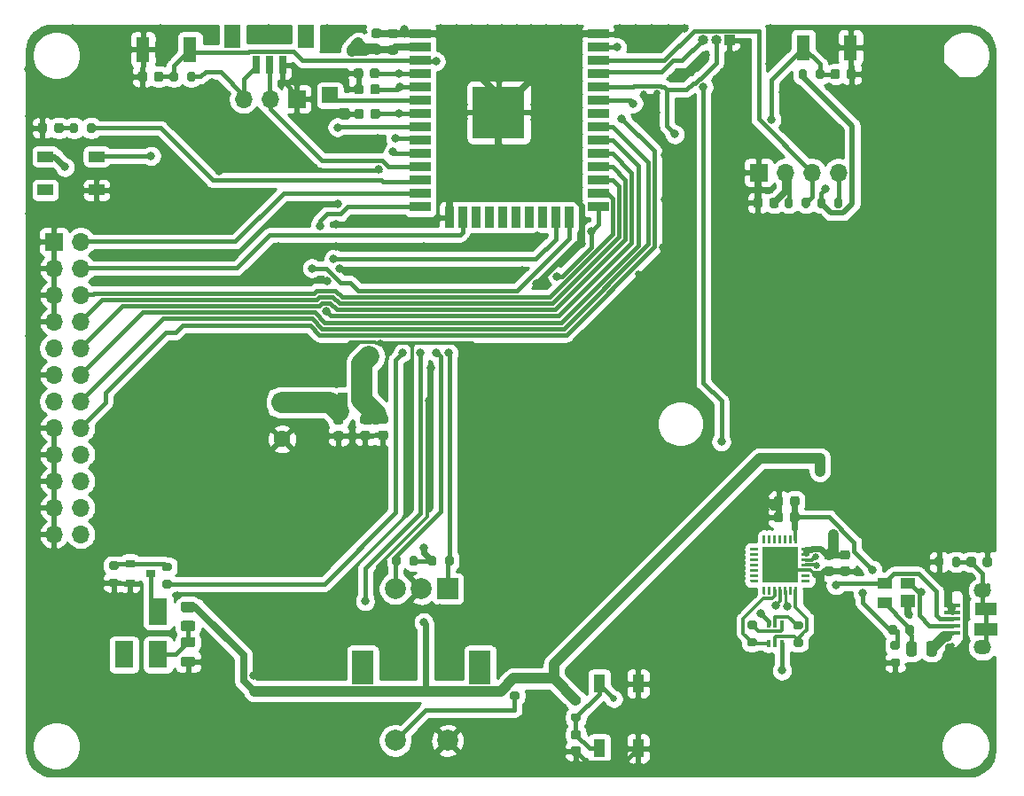
<source format=gtl>
G04 #@! TF.GenerationSoftware,KiCad,Pcbnew,(5.1.12)-1*
G04 #@! TF.CreationDate,2022-05-09T15:03:31+08:00*
G04 #@! TF.ProjectId,Printhead-Controller,5072696e-7468-4656-9164-2d436f6e7472,0.5*
G04 #@! TF.SameCoordinates,Original*
G04 #@! TF.FileFunction,Copper,L1,Top*
G04 #@! TF.FilePolarity,Positive*
%FSLAX46Y46*%
G04 Gerber Fmt 4.6, Leading zero omitted, Abs format (unit mm)*
G04 Created by KiCad (PCBNEW (5.1.12)-1) date 2022-05-09 15:03:31*
%MOMM*%
%LPD*%
G01*
G04 APERTURE LIST*
G04 #@! TA.AperFunction,ComponentPad*
%ADD10O,1.700000X1.700000*%
G04 #@! TD*
G04 #@! TA.AperFunction,ComponentPad*
%ADD11R,1.700000X1.700000*%
G04 #@! TD*
G04 #@! TA.AperFunction,ComponentPad*
%ADD12R,1.500000X1.500000*%
G04 #@! TD*
G04 #@! TA.AperFunction,SMDPad,CuDef*
%ADD13R,0.700000X1.800000*%
G04 #@! TD*
G04 #@! TA.AperFunction,SMDPad,CuDef*
%ADD14R,1.600000X2.200000*%
G04 #@! TD*
G04 #@! TA.AperFunction,ComponentPad*
%ADD15C,1.600000*%
G04 #@! TD*
G04 #@! TA.AperFunction,ComponentPad*
%ADD16R,1.600000X1.600000*%
G04 #@! TD*
G04 #@! TA.AperFunction,SMDPad,CuDef*
%ADD17R,1.100000X1.800000*%
G04 #@! TD*
G04 #@! TA.AperFunction,SMDPad,CuDef*
%ADD18R,0.400000X0.650000*%
G04 #@! TD*
G04 #@! TA.AperFunction,SMDPad,CuDef*
%ADD19R,3.350000X3.350000*%
G04 #@! TD*
G04 #@! TA.AperFunction,SMDPad,CuDef*
%ADD20R,2.000000X0.900000*%
G04 #@! TD*
G04 #@! TA.AperFunction,SMDPad,CuDef*
%ADD21R,0.900000X2.000000*%
G04 #@! TD*
G04 #@! TA.AperFunction,SMDPad,CuDef*
%ADD22R,5.000000X5.000000*%
G04 #@! TD*
G04 #@! TA.AperFunction,SMDPad,CuDef*
%ADD23R,1.300000X2.400000*%
G04 #@! TD*
G04 #@! TA.AperFunction,ComponentPad*
%ADD24R,2.000000X2.000000*%
G04 #@! TD*
G04 #@! TA.AperFunction,ComponentPad*
%ADD25C,2.000000*%
G04 #@! TD*
G04 #@! TA.AperFunction,ComponentPad*
%ADD26R,2.000000X3.200000*%
G04 #@! TD*
G04 #@! TA.AperFunction,SMDPad,CuDef*
%ADD27R,0.900000X0.800000*%
G04 #@! TD*
G04 #@! TA.AperFunction,SMDPad,CuDef*
%ADD28R,2.100000X1.200000*%
G04 #@! TD*
G04 #@! TA.AperFunction,SMDPad,CuDef*
%ADD29R,2.200000X1.200000*%
G04 #@! TD*
G04 #@! TA.AperFunction,ComponentPad*
%ADD30O,1.700000X1.350000*%
G04 #@! TD*
G04 #@! TA.AperFunction,SMDPad,CuDef*
%ADD31R,1.650000X0.400000*%
G04 #@! TD*
G04 #@! TA.AperFunction,ComponentPad*
%ADD32O,1.000000X1.000000*%
G04 #@! TD*
G04 #@! TA.AperFunction,ComponentPad*
%ADD33R,1.000000X1.000000*%
G04 #@! TD*
G04 #@! TA.AperFunction,SMDPad,CuDef*
%ADD34R,1.400000X1.000000*%
G04 #@! TD*
G04 #@! TA.AperFunction,SMDPad,CuDef*
%ADD35R,1.400000X1.200000*%
G04 #@! TD*
G04 #@! TA.AperFunction,SMDPad,CuDef*
%ADD36R,1.500000X1.000000*%
G04 #@! TD*
G04 #@! TA.AperFunction,SMDPad,CuDef*
%ADD37R,1.800000X2.500000*%
G04 #@! TD*
G04 #@! TA.AperFunction,ViaPad*
%ADD38C,0.800000*%
G04 #@! TD*
G04 #@! TA.AperFunction,ViaPad*
%ADD39C,0.650000*%
G04 #@! TD*
G04 #@! TA.AperFunction,Conductor*
%ADD40C,0.400000*%
G04 #@! TD*
G04 #@! TA.AperFunction,Conductor*
%ADD41C,0.700000*%
G04 #@! TD*
G04 #@! TA.AperFunction,Conductor*
%ADD42C,0.300000*%
G04 #@! TD*
G04 #@! TA.AperFunction,Conductor*
%ADD43C,0.600000*%
G04 #@! TD*
G04 #@! TA.AperFunction,Conductor*
%ADD44C,0.500000*%
G04 #@! TD*
G04 #@! TA.AperFunction,Conductor*
%ADD45C,2.000000*%
G04 #@! TD*
G04 #@! TA.AperFunction,Conductor*
%ADD46C,1.000000*%
G04 #@! TD*
G04 #@! TA.AperFunction,Conductor*
%ADD47C,0.250000*%
G04 #@! TD*
G04 #@! TA.AperFunction,Conductor*
%ADD48C,0.254000*%
G04 #@! TD*
G04 #@! TA.AperFunction,Conductor*
%ADD49C,0.100000*%
G04 #@! TD*
G04 APERTURE END LIST*
D10*
X108280200Y-103466900D03*
X105740200Y-103466900D03*
X108280200Y-100926900D03*
X105740200Y-100926900D03*
X108280200Y-98386900D03*
X105740200Y-98386900D03*
X108280200Y-95846900D03*
X105740200Y-95846900D03*
X108280200Y-93306900D03*
X105740200Y-93306900D03*
X108280200Y-90766900D03*
X105740200Y-90766900D03*
X108280200Y-88226900D03*
X105740200Y-88226900D03*
X108280200Y-85686900D03*
X105740200Y-85686900D03*
X108280200Y-83146900D03*
X105740200Y-83146900D03*
X108280200Y-80606900D03*
X105740200Y-80606900D03*
X108280200Y-78066900D03*
X105740200Y-78066900D03*
X108280200Y-75526900D03*
D11*
X105740200Y-75526900D03*
D12*
X132092700Y-61531500D03*
G04 #@! TA.AperFunction,SMDPad,CuDef*
G36*
G01*
X172127500Y-113366100D02*
X172677500Y-113366100D01*
G75*
G02*
X172877500Y-113566100I0J-200000D01*
G01*
X172877500Y-113966100D01*
G75*
G02*
X172677500Y-114166100I-200000J0D01*
G01*
X172127500Y-114166100D01*
G75*
G02*
X171927500Y-113966100I0J200000D01*
G01*
X171927500Y-113566100D01*
G75*
G02*
X172127500Y-113366100I200000J0D01*
G01*
G37*
G04 #@! TD.AperFunction*
G04 #@! TA.AperFunction,SMDPad,CuDef*
G36*
G01*
X172127500Y-111716100D02*
X172677500Y-111716100D01*
G75*
G02*
X172877500Y-111916100I0J-200000D01*
G01*
X172877500Y-112316100D01*
G75*
G02*
X172677500Y-112516100I-200000J0D01*
G01*
X172127500Y-112516100D01*
G75*
G02*
X171927500Y-112316100I0J200000D01*
G01*
X171927500Y-111916100D01*
G75*
G02*
X172127500Y-111716100I200000J0D01*
G01*
G37*
G04 #@! TD.AperFunction*
G04 #@! TA.AperFunction,SMDPad,CuDef*
G36*
G01*
X177084400Y-112554200D02*
X176534400Y-112554200D01*
G75*
G02*
X176334400Y-112354200I0J200000D01*
G01*
X176334400Y-111954200D01*
G75*
G02*
X176534400Y-111754200I200000J0D01*
G01*
X177084400Y-111754200D01*
G75*
G02*
X177284400Y-111954200I0J-200000D01*
G01*
X177284400Y-112354200D01*
G75*
G02*
X177084400Y-112554200I-200000J0D01*
G01*
G37*
G04 #@! TD.AperFunction*
G04 #@! TA.AperFunction,SMDPad,CuDef*
G36*
G01*
X177084400Y-114204200D02*
X176534400Y-114204200D01*
G75*
G02*
X176334400Y-114004200I0J200000D01*
G01*
X176334400Y-113604200D01*
G75*
G02*
X176534400Y-113404200I200000J0D01*
G01*
X177084400Y-113404200D01*
G75*
G02*
X177284400Y-113604200I0J-200000D01*
G01*
X177284400Y-114004200D01*
G75*
G02*
X177084400Y-114204200I-200000J0D01*
G01*
G37*
G04 #@! TD.AperFunction*
G04 #@! TA.AperFunction,SMDPad,CuDef*
G36*
G01*
X187102300Y-112873200D02*
X187102300Y-112323200D01*
G75*
G02*
X187302300Y-112123200I200000J0D01*
G01*
X187702300Y-112123200D01*
G75*
G02*
X187902300Y-112323200I0J-200000D01*
G01*
X187902300Y-112873200D01*
G75*
G02*
X187702300Y-113073200I-200000J0D01*
G01*
X187302300Y-113073200D01*
G75*
G02*
X187102300Y-112873200I0J200000D01*
G01*
G37*
G04 #@! TD.AperFunction*
G04 #@! TA.AperFunction,SMDPad,CuDef*
G36*
G01*
X185452300Y-112873200D02*
X185452300Y-112323200D01*
G75*
G02*
X185652300Y-112123200I200000J0D01*
G01*
X186052300Y-112123200D01*
G75*
G02*
X186252300Y-112323200I0J-200000D01*
G01*
X186252300Y-112873200D01*
G75*
G02*
X186052300Y-113073200I-200000J0D01*
G01*
X185652300Y-113073200D01*
G75*
G02*
X185452300Y-112873200I0J200000D01*
G01*
G37*
G04 #@! TD.AperFunction*
G04 #@! TA.AperFunction,SMDPad,CuDef*
G36*
G01*
X185805400Y-115321900D02*
X186355400Y-115321900D01*
G75*
G02*
X186555400Y-115521900I0J-200000D01*
G01*
X186555400Y-115921900D01*
G75*
G02*
X186355400Y-116121900I-200000J0D01*
G01*
X185805400Y-116121900D01*
G75*
G02*
X185605400Y-115921900I0J200000D01*
G01*
X185605400Y-115521900D01*
G75*
G02*
X185805400Y-115321900I200000J0D01*
G01*
G37*
G04 #@! TD.AperFunction*
G04 #@! TA.AperFunction,SMDPad,CuDef*
G36*
G01*
X185805400Y-113671900D02*
X186355400Y-113671900D01*
G75*
G02*
X186555400Y-113871900I0J-200000D01*
G01*
X186555400Y-114271900D01*
G75*
G02*
X186355400Y-114471900I-200000J0D01*
G01*
X185805400Y-114471900D01*
G75*
G02*
X185605400Y-114271900I0J200000D01*
G01*
X185605400Y-113871900D01*
G75*
G02*
X185805400Y-113671900I200000J0D01*
G01*
G37*
G04 #@! TD.AperFunction*
D10*
X123837700Y-61899800D03*
X126377700Y-61899800D03*
D11*
X128917700Y-61899800D03*
D13*
X125059000Y-58643500D03*
X126309000Y-58643500D03*
X127559000Y-58643500D03*
D14*
X129809000Y-55943500D03*
X122809000Y-55943500D03*
G04 #@! TA.AperFunction,SMDPad,CuDef*
G36*
G01*
X173411000Y-71568500D02*
X173411000Y-72068500D01*
G75*
G02*
X173186000Y-72293500I-225000J0D01*
G01*
X172736000Y-72293500D01*
G75*
G02*
X172511000Y-72068500I0J225000D01*
G01*
X172511000Y-71568500D01*
G75*
G02*
X172736000Y-71343500I225000J0D01*
G01*
X173186000Y-71343500D01*
G75*
G02*
X173411000Y-71568500I0J-225000D01*
G01*
G37*
G04 #@! TD.AperFunction*
G04 #@! TA.AperFunction,SMDPad,CuDef*
G36*
G01*
X174961000Y-71568500D02*
X174961000Y-72068500D01*
G75*
G02*
X174736000Y-72293500I-225000J0D01*
G01*
X174286000Y-72293500D01*
G75*
G02*
X174061000Y-72068500I0J225000D01*
G01*
X174061000Y-71568500D01*
G75*
G02*
X174286000Y-71343500I225000J0D01*
G01*
X174736000Y-71343500D01*
G75*
G02*
X174961000Y-71568500I0J-225000D01*
G01*
G37*
G04 #@! TD.AperFunction*
G04 #@! TA.AperFunction,SMDPad,CuDef*
G36*
G01*
X134615500Y-91064502D02*
X134615500Y-90164498D01*
G75*
G02*
X134865498Y-89914500I249998J0D01*
G01*
X135390502Y-89914500D01*
G75*
G02*
X135640500Y-90164498I0J-249998D01*
G01*
X135640500Y-91064502D01*
G75*
G02*
X135390502Y-91314500I-249998J0D01*
G01*
X134865498Y-91314500D01*
G75*
G02*
X134615500Y-91064502I0J249998D01*
G01*
G37*
G04 #@! TD.AperFunction*
G04 #@! TA.AperFunction,SMDPad,CuDef*
G36*
G01*
X132790500Y-91064502D02*
X132790500Y-90164498D01*
G75*
G02*
X133040498Y-89914500I249998J0D01*
G01*
X133565502Y-89914500D01*
G75*
G02*
X133815500Y-90164498I0J-249998D01*
G01*
X133815500Y-91064502D01*
G75*
G02*
X133565502Y-91314500I-249998J0D01*
G01*
X133040498Y-91314500D01*
G75*
G02*
X132790500Y-91064502I0J249998D01*
G01*
G37*
G04 #@! TD.AperFunction*
D15*
X127508000Y-94368500D03*
D16*
X127508000Y-90868500D03*
G04 #@! TA.AperFunction,SMDPad,CuDef*
G36*
G01*
X133155500Y-92969500D02*
X132655500Y-92969500D01*
G75*
G02*
X132430500Y-92744500I0J225000D01*
G01*
X132430500Y-92294500D01*
G75*
G02*
X132655500Y-92069500I225000J0D01*
G01*
X133155500Y-92069500D01*
G75*
G02*
X133380500Y-92294500I0J-225000D01*
G01*
X133380500Y-92744500D01*
G75*
G02*
X133155500Y-92969500I-225000J0D01*
G01*
G37*
G04 #@! TD.AperFunction*
G04 #@! TA.AperFunction,SMDPad,CuDef*
G36*
G01*
X133155500Y-94519500D02*
X132655500Y-94519500D01*
G75*
G02*
X132430500Y-94294500I0J225000D01*
G01*
X132430500Y-93844500D01*
G75*
G02*
X132655500Y-93619500I225000J0D01*
G01*
X133155500Y-93619500D01*
G75*
G02*
X133380500Y-93844500I0J-225000D01*
G01*
X133380500Y-94294500D01*
G75*
G02*
X133155500Y-94519500I-225000J0D01*
G01*
G37*
G04 #@! TD.AperFunction*
G04 #@! TA.AperFunction,SMDPad,CuDef*
G36*
G01*
X135195500Y-93593500D02*
X135695500Y-93593500D01*
G75*
G02*
X135920500Y-93818500I0J-225000D01*
G01*
X135920500Y-94268500D01*
G75*
G02*
X135695500Y-94493500I-225000J0D01*
G01*
X135195500Y-94493500D01*
G75*
G02*
X134970500Y-94268500I0J225000D01*
G01*
X134970500Y-93818500D01*
G75*
G02*
X135195500Y-93593500I225000J0D01*
G01*
G37*
G04 #@! TD.AperFunction*
G04 #@! TA.AperFunction,SMDPad,CuDef*
G36*
G01*
X135195500Y-92043500D02*
X135695500Y-92043500D01*
G75*
G02*
X135920500Y-92268500I0J-225000D01*
G01*
X135920500Y-92718500D01*
G75*
G02*
X135695500Y-92943500I-225000J0D01*
G01*
X135195500Y-92943500D01*
G75*
G02*
X134970500Y-92718500I0J225000D01*
G01*
X134970500Y-92268500D01*
G75*
G02*
X135195500Y-92043500I225000J0D01*
G01*
G37*
G04 #@! TD.AperFunction*
G04 #@! TA.AperFunction,SMDPad,CuDef*
G36*
G01*
X137410000Y-92906000D02*
X136910000Y-92906000D01*
G75*
G02*
X136685000Y-92681000I0J225000D01*
G01*
X136685000Y-92231000D01*
G75*
G02*
X136910000Y-92006000I225000J0D01*
G01*
X137410000Y-92006000D01*
G75*
G02*
X137635000Y-92231000I0J-225000D01*
G01*
X137635000Y-92681000D01*
G75*
G02*
X137410000Y-92906000I-225000J0D01*
G01*
G37*
G04 #@! TD.AperFunction*
G04 #@! TA.AperFunction,SMDPad,CuDef*
G36*
G01*
X137410000Y-94456000D02*
X136910000Y-94456000D01*
G75*
G02*
X136685000Y-94231000I0J225000D01*
G01*
X136685000Y-93781000D01*
G75*
G02*
X136910000Y-93556000I225000J0D01*
G01*
X137410000Y-93556000D01*
G75*
G02*
X137635000Y-93781000I0J-225000D01*
G01*
X137635000Y-94231000D01*
G75*
G02*
X137410000Y-94456000I-225000J0D01*
G01*
G37*
G04 #@! TD.AperFunction*
D17*
X161513499Y-117726000D03*
X161513499Y-123926000D03*
X157813499Y-117726000D03*
X157813499Y-123926000D03*
G04 #@! TA.AperFunction,SMDPad,CuDef*
G36*
G01*
X155300000Y-120567500D02*
X155850000Y-120567500D01*
G75*
G02*
X156050000Y-120767500I0J-200000D01*
G01*
X156050000Y-121167500D01*
G75*
G02*
X155850000Y-121367500I-200000J0D01*
G01*
X155300000Y-121367500D01*
G75*
G02*
X155100000Y-121167500I0J200000D01*
G01*
X155100000Y-120767500D01*
G75*
G02*
X155300000Y-120567500I200000J0D01*
G01*
G37*
G04 #@! TD.AperFunction*
G04 #@! TA.AperFunction,SMDPad,CuDef*
G36*
G01*
X155300000Y-118917500D02*
X155850000Y-118917500D01*
G75*
G02*
X156050000Y-119117500I0J-200000D01*
G01*
X156050000Y-119517500D01*
G75*
G02*
X155850000Y-119717500I-200000J0D01*
G01*
X155300000Y-119717500D01*
G75*
G02*
X155100000Y-119517500I0J200000D01*
G01*
X155100000Y-119117500D01*
G75*
G02*
X155300000Y-118917500I200000J0D01*
G01*
G37*
G04 #@! TD.AperFunction*
G04 #@! TA.AperFunction,SMDPad,CuDef*
G36*
G01*
X155825000Y-123068500D02*
X155325000Y-123068500D01*
G75*
G02*
X155100000Y-122843500I0J225000D01*
G01*
X155100000Y-122393500D01*
G75*
G02*
X155325000Y-122168500I225000J0D01*
G01*
X155825000Y-122168500D01*
G75*
G02*
X156050000Y-122393500I0J-225000D01*
G01*
X156050000Y-122843500D01*
G75*
G02*
X155825000Y-123068500I-225000J0D01*
G01*
G37*
G04 #@! TD.AperFunction*
G04 #@! TA.AperFunction,SMDPad,CuDef*
G36*
G01*
X155825000Y-124618500D02*
X155325000Y-124618500D01*
G75*
G02*
X155100000Y-124393500I0J225000D01*
G01*
X155100000Y-123943500D01*
G75*
G02*
X155325000Y-123718500I225000J0D01*
G01*
X155825000Y-123718500D01*
G75*
G02*
X156050000Y-123943500I0J-225000D01*
G01*
X156050000Y-124393500D01*
G75*
G02*
X155825000Y-124618500I-225000J0D01*
G01*
G37*
G04 #@! TD.AperFunction*
G04 #@! TA.AperFunction,SMDPad,CuDef*
G36*
G01*
X180257500Y-72093500D02*
X180257500Y-71543500D01*
G75*
G02*
X180457500Y-71343500I200000J0D01*
G01*
X180857500Y-71343500D01*
G75*
G02*
X181057500Y-71543500I0J-200000D01*
G01*
X181057500Y-72093500D01*
G75*
G02*
X180857500Y-72293500I-200000J0D01*
G01*
X180457500Y-72293500D01*
G75*
G02*
X180257500Y-72093500I0J200000D01*
G01*
G37*
G04 #@! TD.AperFunction*
G04 #@! TA.AperFunction,SMDPad,CuDef*
G36*
G01*
X178607500Y-72093500D02*
X178607500Y-71543500D01*
G75*
G02*
X178807500Y-71343500I200000J0D01*
G01*
X179207500Y-71343500D01*
G75*
G02*
X179407500Y-71543500I0J-200000D01*
G01*
X179407500Y-72093500D01*
G75*
G02*
X179207500Y-72293500I-200000J0D01*
G01*
X178807500Y-72293500D01*
G75*
G02*
X178607500Y-72093500I0J200000D01*
G01*
G37*
G04 #@! TD.AperFunction*
G04 #@! TA.AperFunction,SMDPad,CuDef*
G36*
G01*
X176296000Y-71543500D02*
X176296000Y-72093500D01*
G75*
G02*
X176096000Y-72293500I-200000J0D01*
G01*
X175696000Y-72293500D01*
G75*
G02*
X175496000Y-72093500I0J200000D01*
G01*
X175496000Y-71543500D01*
G75*
G02*
X175696000Y-71343500I200000J0D01*
G01*
X176096000Y-71343500D01*
G75*
G02*
X176296000Y-71543500I0J-200000D01*
G01*
G37*
G04 #@! TD.AperFunction*
G04 #@! TA.AperFunction,SMDPad,CuDef*
G36*
G01*
X177946000Y-71543500D02*
X177946000Y-72093500D01*
G75*
G02*
X177746000Y-72293500I-200000J0D01*
G01*
X177346000Y-72293500D01*
G75*
G02*
X177146000Y-72093500I0J200000D01*
G01*
X177146000Y-71543500D01*
G75*
G02*
X177346000Y-71343500I200000J0D01*
G01*
X177746000Y-71343500D01*
G75*
G02*
X177946000Y-71543500I0J-200000D01*
G01*
G37*
G04 #@! TD.AperFunction*
G04 #@! TA.AperFunction,SMDPad,CuDef*
G36*
G01*
X138370204Y-56094599D02*
X137870204Y-56094599D01*
G75*
G02*
X137645204Y-55869599I0J225000D01*
G01*
X137645204Y-55419599D01*
G75*
G02*
X137870204Y-55194599I225000J0D01*
G01*
X138370204Y-55194599D01*
G75*
G02*
X138595204Y-55419599I0J-225000D01*
G01*
X138595204Y-55869599D01*
G75*
G02*
X138370204Y-56094599I-225000J0D01*
G01*
G37*
G04 #@! TD.AperFunction*
G04 #@! TA.AperFunction,SMDPad,CuDef*
G36*
G01*
X138370204Y-57644599D02*
X137870204Y-57644599D01*
G75*
G02*
X137645204Y-57419599I0J225000D01*
G01*
X137645204Y-56969599D01*
G75*
G02*
X137870204Y-56744599I225000J0D01*
G01*
X138370204Y-56744599D01*
G75*
G02*
X138595204Y-56969599I0J-225000D01*
G01*
X138595204Y-57419599D01*
G75*
G02*
X138370204Y-57644599I-225000J0D01*
G01*
G37*
G04 #@! TD.AperFunction*
G04 #@! TA.AperFunction,SMDPad,CuDef*
G36*
G01*
X136282703Y-56718599D02*
X136782703Y-56718599D01*
G75*
G02*
X137007703Y-56943599I0J-225000D01*
G01*
X137007703Y-57393599D01*
G75*
G02*
X136782703Y-57618599I-225000J0D01*
G01*
X136282703Y-57618599D01*
G75*
G02*
X136057703Y-57393599I0J225000D01*
G01*
X136057703Y-56943599D01*
G75*
G02*
X136282703Y-56718599I225000J0D01*
G01*
G37*
G04 #@! TD.AperFunction*
G04 #@! TA.AperFunction,SMDPad,CuDef*
G36*
G01*
X136282703Y-55168599D02*
X136782703Y-55168599D01*
G75*
G02*
X137007703Y-55393599I0J-225000D01*
G01*
X137007703Y-55843599D01*
G75*
G02*
X136782703Y-56068599I-225000J0D01*
G01*
X136282703Y-56068599D01*
G75*
G02*
X136057703Y-55843599I0J225000D01*
G01*
X136057703Y-55393599D01*
G75*
G02*
X136282703Y-55168599I225000J0D01*
G01*
G37*
G04 #@! TD.AperFunction*
D18*
X175256401Y-113924203D03*
X173956401Y-113924203D03*
X174606401Y-112024203D03*
X174606401Y-113924203D03*
X173956401Y-112024203D03*
X175256401Y-112024203D03*
D19*
X175061795Y-106407401D03*
G04 #@! TA.AperFunction,SMDPad,CuDef*
G36*
G01*
X176686795Y-108519901D02*
X176686795Y-109194901D01*
G75*
G02*
X176624295Y-109257401I-62500J0D01*
G01*
X176499295Y-109257401D01*
G75*
G02*
X176436795Y-109194901I0J62500D01*
G01*
X176436795Y-108519901D01*
G75*
G02*
X176499295Y-108457401I62500J0D01*
G01*
X176624295Y-108457401D01*
G75*
G02*
X176686795Y-108519901I0J-62500D01*
G01*
G37*
G04 #@! TD.AperFunction*
G04 #@! TA.AperFunction,SMDPad,CuDef*
G36*
G01*
X176186795Y-108519901D02*
X176186795Y-109194901D01*
G75*
G02*
X176124295Y-109257401I-62500J0D01*
G01*
X175999295Y-109257401D01*
G75*
G02*
X175936795Y-109194901I0J62500D01*
G01*
X175936795Y-108519901D01*
G75*
G02*
X175999295Y-108457401I62500J0D01*
G01*
X176124295Y-108457401D01*
G75*
G02*
X176186795Y-108519901I0J-62500D01*
G01*
G37*
G04 #@! TD.AperFunction*
G04 #@! TA.AperFunction,SMDPad,CuDef*
G36*
G01*
X175686795Y-108519901D02*
X175686795Y-109194901D01*
G75*
G02*
X175624295Y-109257401I-62500J0D01*
G01*
X175499295Y-109257401D01*
G75*
G02*
X175436795Y-109194901I0J62500D01*
G01*
X175436795Y-108519901D01*
G75*
G02*
X175499295Y-108457401I62500J0D01*
G01*
X175624295Y-108457401D01*
G75*
G02*
X175686795Y-108519901I0J-62500D01*
G01*
G37*
G04 #@! TD.AperFunction*
G04 #@! TA.AperFunction,SMDPad,CuDef*
G36*
G01*
X175186795Y-108519901D02*
X175186795Y-109194901D01*
G75*
G02*
X175124295Y-109257401I-62500J0D01*
G01*
X174999295Y-109257401D01*
G75*
G02*
X174936795Y-109194901I0J62500D01*
G01*
X174936795Y-108519901D01*
G75*
G02*
X174999295Y-108457401I62500J0D01*
G01*
X175124295Y-108457401D01*
G75*
G02*
X175186795Y-108519901I0J-62500D01*
G01*
G37*
G04 #@! TD.AperFunction*
G04 #@! TA.AperFunction,SMDPad,CuDef*
G36*
G01*
X174686795Y-108519901D02*
X174686795Y-109194901D01*
G75*
G02*
X174624295Y-109257401I-62500J0D01*
G01*
X174499295Y-109257401D01*
G75*
G02*
X174436795Y-109194901I0J62500D01*
G01*
X174436795Y-108519901D01*
G75*
G02*
X174499295Y-108457401I62500J0D01*
G01*
X174624295Y-108457401D01*
G75*
G02*
X174686795Y-108519901I0J-62500D01*
G01*
G37*
G04 #@! TD.AperFunction*
G04 #@! TA.AperFunction,SMDPad,CuDef*
G36*
G01*
X174186795Y-108519901D02*
X174186795Y-109194901D01*
G75*
G02*
X174124295Y-109257401I-62500J0D01*
G01*
X173999295Y-109257401D01*
G75*
G02*
X173936795Y-109194901I0J62500D01*
G01*
X173936795Y-108519901D01*
G75*
G02*
X173999295Y-108457401I62500J0D01*
G01*
X174124295Y-108457401D01*
G75*
G02*
X174186795Y-108519901I0J-62500D01*
G01*
G37*
G04 #@! TD.AperFunction*
G04 #@! TA.AperFunction,SMDPad,CuDef*
G36*
G01*
X173686795Y-108519901D02*
X173686795Y-109194901D01*
G75*
G02*
X173624295Y-109257401I-62500J0D01*
G01*
X173499295Y-109257401D01*
G75*
G02*
X173436795Y-109194901I0J62500D01*
G01*
X173436795Y-108519901D01*
G75*
G02*
X173499295Y-108457401I62500J0D01*
G01*
X173624295Y-108457401D01*
G75*
G02*
X173686795Y-108519901I0J-62500D01*
G01*
G37*
G04 #@! TD.AperFunction*
G04 #@! TA.AperFunction,SMDPad,CuDef*
G36*
G01*
X173011795Y-107844901D02*
X173011795Y-107969901D01*
G75*
G02*
X172949295Y-108032401I-62500J0D01*
G01*
X172274295Y-108032401D01*
G75*
G02*
X172211795Y-107969901I0J62500D01*
G01*
X172211795Y-107844901D01*
G75*
G02*
X172274295Y-107782401I62500J0D01*
G01*
X172949295Y-107782401D01*
G75*
G02*
X173011795Y-107844901I0J-62500D01*
G01*
G37*
G04 #@! TD.AperFunction*
G04 #@! TA.AperFunction,SMDPad,CuDef*
G36*
G01*
X173011795Y-107344901D02*
X173011795Y-107469901D01*
G75*
G02*
X172949295Y-107532401I-62500J0D01*
G01*
X172274295Y-107532401D01*
G75*
G02*
X172211795Y-107469901I0J62500D01*
G01*
X172211795Y-107344901D01*
G75*
G02*
X172274295Y-107282401I62500J0D01*
G01*
X172949295Y-107282401D01*
G75*
G02*
X173011795Y-107344901I0J-62500D01*
G01*
G37*
G04 #@! TD.AperFunction*
G04 #@! TA.AperFunction,SMDPad,CuDef*
G36*
G01*
X173011795Y-106844901D02*
X173011795Y-106969901D01*
G75*
G02*
X172949295Y-107032401I-62500J0D01*
G01*
X172274295Y-107032401D01*
G75*
G02*
X172211795Y-106969901I0J62500D01*
G01*
X172211795Y-106844901D01*
G75*
G02*
X172274295Y-106782401I62500J0D01*
G01*
X172949295Y-106782401D01*
G75*
G02*
X173011795Y-106844901I0J-62500D01*
G01*
G37*
G04 #@! TD.AperFunction*
G04 #@! TA.AperFunction,SMDPad,CuDef*
G36*
G01*
X173011795Y-106344901D02*
X173011795Y-106469901D01*
G75*
G02*
X172949295Y-106532401I-62500J0D01*
G01*
X172274295Y-106532401D01*
G75*
G02*
X172211795Y-106469901I0J62500D01*
G01*
X172211795Y-106344901D01*
G75*
G02*
X172274295Y-106282401I62500J0D01*
G01*
X172949295Y-106282401D01*
G75*
G02*
X173011795Y-106344901I0J-62500D01*
G01*
G37*
G04 #@! TD.AperFunction*
G04 #@! TA.AperFunction,SMDPad,CuDef*
G36*
G01*
X173011795Y-105844901D02*
X173011795Y-105969901D01*
G75*
G02*
X172949295Y-106032401I-62500J0D01*
G01*
X172274295Y-106032401D01*
G75*
G02*
X172211795Y-105969901I0J62500D01*
G01*
X172211795Y-105844901D01*
G75*
G02*
X172274295Y-105782401I62500J0D01*
G01*
X172949295Y-105782401D01*
G75*
G02*
X173011795Y-105844901I0J-62500D01*
G01*
G37*
G04 #@! TD.AperFunction*
G04 #@! TA.AperFunction,SMDPad,CuDef*
G36*
G01*
X173011795Y-105344901D02*
X173011795Y-105469901D01*
G75*
G02*
X172949295Y-105532401I-62500J0D01*
G01*
X172274295Y-105532401D01*
G75*
G02*
X172211795Y-105469901I0J62500D01*
G01*
X172211795Y-105344901D01*
G75*
G02*
X172274295Y-105282401I62500J0D01*
G01*
X172949295Y-105282401D01*
G75*
G02*
X173011795Y-105344901I0J-62500D01*
G01*
G37*
G04 #@! TD.AperFunction*
G04 #@! TA.AperFunction,SMDPad,CuDef*
G36*
G01*
X173011795Y-104844901D02*
X173011795Y-104969901D01*
G75*
G02*
X172949295Y-105032401I-62500J0D01*
G01*
X172274295Y-105032401D01*
G75*
G02*
X172211795Y-104969901I0J62500D01*
G01*
X172211795Y-104844901D01*
G75*
G02*
X172274295Y-104782401I62500J0D01*
G01*
X172949295Y-104782401D01*
G75*
G02*
X173011795Y-104844901I0J-62500D01*
G01*
G37*
G04 #@! TD.AperFunction*
G04 #@! TA.AperFunction,SMDPad,CuDef*
G36*
G01*
X173686795Y-103619901D02*
X173686795Y-104294901D01*
G75*
G02*
X173624295Y-104357401I-62500J0D01*
G01*
X173499295Y-104357401D01*
G75*
G02*
X173436795Y-104294901I0J62500D01*
G01*
X173436795Y-103619901D01*
G75*
G02*
X173499295Y-103557401I62500J0D01*
G01*
X173624295Y-103557401D01*
G75*
G02*
X173686795Y-103619901I0J-62500D01*
G01*
G37*
G04 #@! TD.AperFunction*
G04 #@! TA.AperFunction,SMDPad,CuDef*
G36*
G01*
X174186795Y-103619901D02*
X174186795Y-104294901D01*
G75*
G02*
X174124295Y-104357401I-62500J0D01*
G01*
X173999295Y-104357401D01*
G75*
G02*
X173936795Y-104294901I0J62500D01*
G01*
X173936795Y-103619901D01*
G75*
G02*
X173999295Y-103557401I62500J0D01*
G01*
X174124295Y-103557401D01*
G75*
G02*
X174186795Y-103619901I0J-62500D01*
G01*
G37*
G04 #@! TD.AperFunction*
G04 #@! TA.AperFunction,SMDPad,CuDef*
G36*
G01*
X174686795Y-103619901D02*
X174686795Y-104294901D01*
G75*
G02*
X174624295Y-104357401I-62500J0D01*
G01*
X174499295Y-104357401D01*
G75*
G02*
X174436795Y-104294901I0J62500D01*
G01*
X174436795Y-103619901D01*
G75*
G02*
X174499295Y-103557401I62500J0D01*
G01*
X174624295Y-103557401D01*
G75*
G02*
X174686795Y-103619901I0J-62500D01*
G01*
G37*
G04 #@! TD.AperFunction*
G04 #@! TA.AperFunction,SMDPad,CuDef*
G36*
G01*
X175186795Y-103619901D02*
X175186795Y-104294901D01*
G75*
G02*
X175124295Y-104357401I-62500J0D01*
G01*
X174999295Y-104357401D01*
G75*
G02*
X174936795Y-104294901I0J62500D01*
G01*
X174936795Y-103619901D01*
G75*
G02*
X174999295Y-103557401I62500J0D01*
G01*
X175124295Y-103557401D01*
G75*
G02*
X175186795Y-103619901I0J-62500D01*
G01*
G37*
G04 #@! TD.AperFunction*
G04 #@! TA.AperFunction,SMDPad,CuDef*
G36*
G01*
X175686795Y-103619901D02*
X175686795Y-104294901D01*
G75*
G02*
X175624295Y-104357401I-62500J0D01*
G01*
X175499295Y-104357401D01*
G75*
G02*
X175436795Y-104294901I0J62500D01*
G01*
X175436795Y-103619901D01*
G75*
G02*
X175499295Y-103557401I62500J0D01*
G01*
X175624295Y-103557401D01*
G75*
G02*
X175686795Y-103619901I0J-62500D01*
G01*
G37*
G04 #@! TD.AperFunction*
G04 #@! TA.AperFunction,SMDPad,CuDef*
G36*
G01*
X176186795Y-103619901D02*
X176186795Y-104294901D01*
G75*
G02*
X176124295Y-104357401I-62500J0D01*
G01*
X175999295Y-104357401D01*
G75*
G02*
X175936795Y-104294901I0J62500D01*
G01*
X175936795Y-103619901D01*
G75*
G02*
X175999295Y-103557401I62500J0D01*
G01*
X176124295Y-103557401D01*
G75*
G02*
X176186795Y-103619901I0J-62500D01*
G01*
G37*
G04 #@! TD.AperFunction*
G04 #@! TA.AperFunction,SMDPad,CuDef*
G36*
G01*
X176686795Y-103619901D02*
X176686795Y-104294901D01*
G75*
G02*
X176624295Y-104357401I-62500J0D01*
G01*
X176499295Y-104357401D01*
G75*
G02*
X176436795Y-104294901I0J62500D01*
G01*
X176436795Y-103619901D01*
G75*
G02*
X176499295Y-103557401I62500J0D01*
G01*
X176624295Y-103557401D01*
G75*
G02*
X176686795Y-103619901I0J-62500D01*
G01*
G37*
G04 #@! TD.AperFunction*
G04 #@! TA.AperFunction,SMDPad,CuDef*
G36*
G01*
X177911795Y-104844901D02*
X177911795Y-104969901D01*
G75*
G02*
X177849295Y-105032401I-62500J0D01*
G01*
X177174295Y-105032401D01*
G75*
G02*
X177111795Y-104969901I0J62500D01*
G01*
X177111795Y-104844901D01*
G75*
G02*
X177174295Y-104782401I62500J0D01*
G01*
X177849295Y-104782401D01*
G75*
G02*
X177911795Y-104844901I0J-62500D01*
G01*
G37*
G04 #@! TD.AperFunction*
G04 #@! TA.AperFunction,SMDPad,CuDef*
G36*
G01*
X177911795Y-105344901D02*
X177911795Y-105469901D01*
G75*
G02*
X177849295Y-105532401I-62500J0D01*
G01*
X177174295Y-105532401D01*
G75*
G02*
X177111795Y-105469901I0J62500D01*
G01*
X177111795Y-105344901D01*
G75*
G02*
X177174295Y-105282401I62500J0D01*
G01*
X177849295Y-105282401D01*
G75*
G02*
X177911795Y-105344901I0J-62500D01*
G01*
G37*
G04 #@! TD.AperFunction*
G04 #@! TA.AperFunction,SMDPad,CuDef*
G36*
G01*
X177911795Y-105844901D02*
X177911795Y-105969901D01*
G75*
G02*
X177849295Y-106032401I-62500J0D01*
G01*
X177174295Y-106032401D01*
G75*
G02*
X177111795Y-105969901I0J62500D01*
G01*
X177111795Y-105844901D01*
G75*
G02*
X177174295Y-105782401I62500J0D01*
G01*
X177849295Y-105782401D01*
G75*
G02*
X177911795Y-105844901I0J-62500D01*
G01*
G37*
G04 #@! TD.AperFunction*
G04 #@! TA.AperFunction,SMDPad,CuDef*
G36*
G01*
X177911795Y-106344901D02*
X177911795Y-106469901D01*
G75*
G02*
X177849295Y-106532401I-62500J0D01*
G01*
X177174295Y-106532401D01*
G75*
G02*
X177111795Y-106469901I0J62500D01*
G01*
X177111795Y-106344901D01*
G75*
G02*
X177174295Y-106282401I62500J0D01*
G01*
X177849295Y-106282401D01*
G75*
G02*
X177911795Y-106344901I0J-62500D01*
G01*
G37*
G04 #@! TD.AperFunction*
G04 #@! TA.AperFunction,SMDPad,CuDef*
G36*
G01*
X177911795Y-106844901D02*
X177911795Y-106969901D01*
G75*
G02*
X177849295Y-107032401I-62500J0D01*
G01*
X177174295Y-107032401D01*
G75*
G02*
X177111795Y-106969901I0J62500D01*
G01*
X177111795Y-106844901D01*
G75*
G02*
X177174295Y-106782401I62500J0D01*
G01*
X177849295Y-106782401D01*
G75*
G02*
X177911795Y-106844901I0J-62500D01*
G01*
G37*
G04 #@! TD.AperFunction*
G04 #@! TA.AperFunction,SMDPad,CuDef*
G36*
G01*
X177911795Y-107344901D02*
X177911795Y-107469901D01*
G75*
G02*
X177849295Y-107532401I-62500J0D01*
G01*
X177174295Y-107532401D01*
G75*
G02*
X177111795Y-107469901I0J62500D01*
G01*
X177111795Y-107344901D01*
G75*
G02*
X177174295Y-107282401I62500J0D01*
G01*
X177849295Y-107282401D01*
G75*
G02*
X177911795Y-107344901I0J-62500D01*
G01*
G37*
G04 #@! TD.AperFunction*
G04 #@! TA.AperFunction,SMDPad,CuDef*
G36*
G01*
X177911795Y-107844901D02*
X177911795Y-107969901D01*
G75*
G02*
X177849295Y-108032401I-62500J0D01*
G01*
X177174295Y-108032401D01*
G75*
G02*
X177111795Y-107969901I0J62500D01*
G01*
X177111795Y-107844901D01*
G75*
G02*
X177174295Y-107782401I62500J0D01*
G01*
X177849295Y-107782401D01*
G75*
G02*
X177911795Y-107844901I0J-62500D01*
G01*
G37*
G04 #@! TD.AperFunction*
D20*
X157709000Y-55682500D03*
X157709000Y-56952500D03*
X157709000Y-58222500D03*
X157709000Y-59492500D03*
X157709000Y-60762500D03*
X157709000Y-62032500D03*
X157709000Y-63302500D03*
X157709000Y-64572500D03*
X157709000Y-65842500D03*
X157709000Y-67112500D03*
X157709000Y-68382500D03*
X157709000Y-69652500D03*
X157709000Y-70922500D03*
X157709000Y-72192500D03*
D21*
X154924000Y-73192500D03*
X153654000Y-73192500D03*
X152384000Y-73192500D03*
X151114000Y-73192500D03*
X149844000Y-73192500D03*
X148574000Y-73192500D03*
X147304000Y-73192500D03*
X146034000Y-73192500D03*
X144764000Y-73192500D03*
X143494000Y-73192500D03*
D20*
X140709000Y-72192500D03*
X140709000Y-70922500D03*
X140709000Y-69652500D03*
X140709000Y-68382500D03*
X140709000Y-67112500D03*
X140709000Y-65842500D03*
X140709000Y-64572500D03*
X140709000Y-63302500D03*
X140709000Y-62032500D03*
X140709000Y-60762500D03*
X140709000Y-59492500D03*
X140709000Y-58222500D03*
X140709000Y-56952500D03*
X140709000Y-55682500D03*
D22*
X148209000Y-63182500D03*
D23*
X114241684Y-57162644D03*
X118741684Y-57162644D03*
X181808204Y-56978099D03*
X177308204Y-56978099D03*
D24*
X143327204Y-108667099D03*
D25*
X140827204Y-108667099D03*
X138327204Y-108667099D03*
D26*
X146427204Y-116167099D03*
X135227204Y-116167099D03*
D25*
X143327204Y-123167099D03*
X138327204Y-123167099D03*
G04 #@! TA.AperFunction,SMDPad,CuDef*
G36*
G01*
X190647000Y-105833500D02*
X190647000Y-106383500D01*
G75*
G02*
X190447000Y-106583500I-200000J0D01*
G01*
X190047000Y-106583500D01*
G75*
G02*
X189847000Y-106383500I0J200000D01*
G01*
X189847000Y-105833500D01*
G75*
G02*
X190047000Y-105633500I200000J0D01*
G01*
X190447000Y-105633500D01*
G75*
G02*
X190647000Y-105833500I0J-200000D01*
G01*
G37*
G04 #@! TD.AperFunction*
G04 #@! TA.AperFunction,SMDPad,CuDef*
G36*
G01*
X192297000Y-105833500D02*
X192297000Y-106383500D01*
G75*
G02*
X192097000Y-106583500I-200000J0D01*
G01*
X191697000Y-106583500D01*
G75*
G02*
X191497000Y-106383500I0J200000D01*
G01*
X191497000Y-105833500D01*
G75*
G02*
X191697000Y-105633500I200000J0D01*
G01*
X192097000Y-105633500D01*
G75*
G02*
X192297000Y-105833500I0J-200000D01*
G01*
G37*
G04 #@! TD.AperFunction*
G04 #@! TA.AperFunction,SMDPad,CuDef*
G36*
G01*
X111175205Y-107695598D02*
X111725205Y-107695598D01*
G75*
G02*
X111925205Y-107895598I0J-200000D01*
G01*
X111925205Y-108295598D01*
G75*
G02*
X111725205Y-108495598I-200000J0D01*
G01*
X111175205Y-108495598D01*
G75*
G02*
X110975205Y-108295598I0J200000D01*
G01*
X110975205Y-107895598D01*
G75*
G02*
X111175205Y-107695598I200000J0D01*
G01*
G37*
G04 #@! TD.AperFunction*
G04 #@! TA.AperFunction,SMDPad,CuDef*
G36*
G01*
X111175205Y-106045598D02*
X111725205Y-106045598D01*
G75*
G02*
X111925205Y-106245598I0J-200000D01*
G01*
X111925205Y-106645598D01*
G75*
G02*
X111725205Y-106845598I-200000J0D01*
G01*
X111175205Y-106845598D01*
G75*
G02*
X110975205Y-106645598I0J200000D01*
G01*
X110975205Y-106245598D01*
G75*
G02*
X111175205Y-106045598I200000J0D01*
G01*
G37*
G04 #@! TD.AperFunction*
G04 #@! TA.AperFunction,SMDPad,CuDef*
G36*
G01*
X116805205Y-106971598D02*
X116255205Y-106971598D01*
G75*
G02*
X116055205Y-106771598I0J200000D01*
G01*
X116055205Y-106371598D01*
G75*
G02*
X116255205Y-106171598I200000J0D01*
G01*
X116805205Y-106171598D01*
G75*
G02*
X117005205Y-106371598I0J-200000D01*
G01*
X117005205Y-106771598D01*
G75*
G02*
X116805205Y-106971598I-200000J0D01*
G01*
G37*
G04 #@! TD.AperFunction*
G04 #@! TA.AperFunction,SMDPad,CuDef*
G36*
G01*
X116805205Y-108621598D02*
X116255205Y-108621598D01*
G75*
G02*
X116055205Y-108421598I0J200000D01*
G01*
X116055205Y-108021598D01*
G75*
G02*
X116255205Y-107821598I200000J0D01*
G01*
X116805205Y-107821598D01*
G75*
G02*
X117005205Y-108021598I0J-200000D01*
G01*
X117005205Y-108421598D01*
G75*
G02*
X116805205Y-108621598I-200000J0D01*
G01*
G37*
G04 #@! TD.AperFunction*
G04 #@! TA.AperFunction,SMDPad,CuDef*
G36*
G01*
X118991802Y-110917400D02*
X118091798Y-110917400D01*
G75*
G02*
X117841800Y-110667402I0J249998D01*
G01*
X117841800Y-110142398D01*
G75*
G02*
X118091798Y-109892400I249998J0D01*
G01*
X118991802Y-109892400D01*
G75*
G02*
X119241800Y-110142398I0J-249998D01*
G01*
X119241800Y-110667402D01*
G75*
G02*
X118991802Y-110917400I-249998J0D01*
G01*
G37*
G04 #@! TD.AperFunction*
G04 #@! TA.AperFunction,SMDPad,CuDef*
G36*
G01*
X118991802Y-112742400D02*
X118091798Y-112742400D01*
G75*
G02*
X117841800Y-112492402I0J249998D01*
G01*
X117841800Y-111967398D01*
G75*
G02*
X118091798Y-111717400I249998J0D01*
G01*
X118991802Y-111717400D01*
G75*
G02*
X119241800Y-111967398I0J-249998D01*
G01*
X119241800Y-112492402D01*
G75*
G02*
X118991802Y-112742400I-249998J0D01*
G01*
G37*
G04 #@! TD.AperFunction*
G04 #@! TA.AperFunction,SMDPad,CuDef*
G36*
G01*
X117590685Y-59481144D02*
X117590685Y-60031144D01*
G75*
G02*
X117390685Y-60231144I-200000J0D01*
G01*
X116990685Y-60231144D01*
G75*
G02*
X116790685Y-60031144I0J200000D01*
G01*
X116790685Y-59481144D01*
G75*
G02*
X116990685Y-59281144I200000J0D01*
G01*
X117390685Y-59281144D01*
G75*
G02*
X117590685Y-59481144I0J-200000D01*
G01*
G37*
G04 #@! TD.AperFunction*
G04 #@! TA.AperFunction,SMDPad,CuDef*
G36*
G01*
X119240685Y-59481144D02*
X119240685Y-60031144D01*
G75*
G02*
X119040685Y-60231144I-200000J0D01*
G01*
X118640685Y-60231144D01*
G75*
G02*
X118440685Y-60031144I0J200000D01*
G01*
X118440685Y-59481144D01*
G75*
G02*
X118640685Y-59281144I200000J0D01*
G01*
X119040685Y-59281144D01*
G75*
G02*
X119240685Y-59481144I0J-200000D01*
G01*
G37*
G04 #@! TD.AperFunction*
G04 #@! TA.AperFunction,SMDPad,CuDef*
G36*
G01*
X108041204Y-64386599D02*
X108041204Y-64936599D01*
G75*
G02*
X107841204Y-65136599I-200000J0D01*
G01*
X107441204Y-65136599D01*
G75*
G02*
X107241204Y-64936599I0J200000D01*
G01*
X107241204Y-64386599D01*
G75*
G02*
X107441204Y-64186599I200000J0D01*
G01*
X107841204Y-64186599D01*
G75*
G02*
X108041204Y-64386599I0J-200000D01*
G01*
G37*
G04 #@! TD.AperFunction*
G04 #@! TA.AperFunction,SMDPad,CuDef*
G36*
G01*
X109691204Y-64386599D02*
X109691204Y-64936599D01*
G75*
G02*
X109491204Y-65136599I-200000J0D01*
G01*
X109091204Y-65136599D01*
G75*
G02*
X108891204Y-64936599I0J200000D01*
G01*
X108891204Y-64386599D01*
G75*
G02*
X109091204Y-64186599I200000J0D01*
G01*
X109491204Y-64186599D01*
G75*
G02*
X109691204Y-64386599I0J-200000D01*
G01*
G37*
G04 #@! TD.AperFunction*
G04 #@! TA.AperFunction,SMDPad,CuDef*
G36*
G01*
X178486703Y-59793099D02*
X178486703Y-59243099D01*
G75*
G02*
X178686703Y-59043099I200000J0D01*
G01*
X179086703Y-59043099D01*
G75*
G02*
X179286703Y-59243099I0J-200000D01*
G01*
X179286703Y-59793099D01*
G75*
G02*
X179086703Y-59993099I-200000J0D01*
G01*
X178686703Y-59993099D01*
G75*
G02*
X178486703Y-59793099I0J200000D01*
G01*
G37*
G04 #@! TD.AperFunction*
G04 #@! TA.AperFunction,SMDPad,CuDef*
G36*
G01*
X176836703Y-59793099D02*
X176836703Y-59243099D01*
G75*
G02*
X177036703Y-59043099I200000J0D01*
G01*
X177436703Y-59043099D01*
G75*
G02*
X177636703Y-59243099I0J-200000D01*
G01*
X177636703Y-59793099D01*
G75*
G02*
X177436703Y-59993099I-200000J0D01*
G01*
X177036703Y-59993099D01*
G75*
G02*
X176836703Y-59793099I0J200000D01*
G01*
G37*
G04 #@! TD.AperFunction*
G04 #@! TA.AperFunction,SMDPad,CuDef*
G36*
G01*
X149458000Y-118472000D02*
X150008000Y-118472000D01*
G75*
G02*
X150208000Y-118672000I0J-200000D01*
G01*
X150208000Y-119072000D01*
G75*
G02*
X150008000Y-119272000I-200000J0D01*
G01*
X149458000Y-119272000D01*
G75*
G02*
X149258000Y-119072000I0J200000D01*
G01*
X149258000Y-118672000D01*
G75*
G02*
X149458000Y-118472000I200000J0D01*
G01*
G37*
G04 #@! TD.AperFunction*
G04 #@! TA.AperFunction,SMDPad,CuDef*
G36*
G01*
X149458000Y-116822000D02*
X150008000Y-116822000D01*
G75*
G02*
X150208000Y-117022000I0J-200000D01*
G01*
X150208000Y-117422000D01*
G75*
G02*
X150008000Y-117622000I-200000J0D01*
G01*
X149458000Y-117622000D01*
G75*
G02*
X149258000Y-117422000I0J200000D01*
G01*
X149258000Y-117022000D01*
G75*
G02*
X149458000Y-116822000I200000J0D01*
G01*
G37*
G04 #@! TD.AperFunction*
G04 #@! TA.AperFunction,SMDPad,CuDef*
G36*
G01*
X143117205Y-106275099D02*
X143117205Y-105725099D01*
G75*
G02*
X143317205Y-105525099I200000J0D01*
G01*
X143717205Y-105525099D01*
G75*
G02*
X143917205Y-105725099I0J-200000D01*
G01*
X143917205Y-106275099D01*
G75*
G02*
X143717205Y-106475099I-200000J0D01*
G01*
X143317205Y-106475099D01*
G75*
G02*
X143117205Y-106275099I0J200000D01*
G01*
G37*
G04 #@! TD.AperFunction*
G04 #@! TA.AperFunction,SMDPad,CuDef*
G36*
G01*
X141467205Y-106275099D02*
X141467205Y-105725099D01*
G75*
G02*
X141667205Y-105525099I200000J0D01*
G01*
X142067205Y-105525099D01*
G75*
G02*
X142267205Y-105725099I0J-200000D01*
G01*
X142267205Y-106275099D01*
G75*
G02*
X142067205Y-106475099I-200000J0D01*
G01*
X141667205Y-106475099D01*
G75*
G02*
X141467205Y-106275099I0J200000D01*
G01*
G37*
G04 #@! TD.AperFunction*
G04 #@! TA.AperFunction,SMDPad,CuDef*
G36*
G01*
X138838204Y-105725099D02*
X138838204Y-106275099D01*
G75*
G02*
X138638204Y-106475099I-200000J0D01*
G01*
X138238204Y-106475099D01*
G75*
G02*
X138038204Y-106275099I0J200000D01*
G01*
X138038204Y-105725099D01*
G75*
G02*
X138238204Y-105525099I200000J0D01*
G01*
X138638204Y-105525099D01*
G75*
G02*
X138838204Y-105725099I0J-200000D01*
G01*
G37*
G04 #@! TD.AperFunction*
G04 #@! TA.AperFunction,SMDPad,CuDef*
G36*
G01*
X140488204Y-105725099D02*
X140488204Y-106275099D01*
G75*
G02*
X140288204Y-106475099I-200000J0D01*
G01*
X139888204Y-106475099D01*
G75*
G02*
X139688204Y-106275099I0J200000D01*
G01*
X139688204Y-105725099D01*
G75*
G02*
X139888204Y-105525099I200000J0D01*
G01*
X140288204Y-105525099D01*
G75*
G02*
X140488204Y-105725099I0J-200000D01*
G01*
G37*
G04 #@! TD.AperFunction*
D27*
X114990204Y-107206599D03*
X112990204Y-108156599D03*
X112990204Y-106256599D03*
D28*
X194699295Y-110590401D03*
D29*
X194699295Y-112510401D03*
D30*
X194429295Y-108820401D03*
X194429295Y-114280401D03*
D31*
X191549295Y-110250401D03*
X191549295Y-110900401D03*
X191549295Y-111550401D03*
X191549295Y-112200401D03*
X191549295Y-112850401D03*
D10*
X180657500Y-68916099D03*
X178117500Y-68916099D03*
X175577500Y-68916099D03*
D11*
X173037500Y-68916099D03*
D32*
X167703500Y-56261000D03*
X168973500Y-56261000D03*
D33*
X170243500Y-56261000D03*
G04 #@! TA.AperFunction,SMDPad,CuDef*
G36*
G01*
X189037296Y-114883400D02*
X189037296Y-113933400D01*
G75*
G02*
X189287296Y-113683400I250000J0D01*
G01*
X189787296Y-113683400D01*
G75*
G02*
X190037296Y-113933400I0J-250000D01*
G01*
X190037296Y-114883400D01*
G75*
G02*
X189787296Y-115133400I-250000J0D01*
G01*
X189287296Y-115133400D01*
G75*
G02*
X189037296Y-114883400I0J250000D01*
G01*
G37*
G04 #@! TD.AperFunction*
G04 #@! TA.AperFunction,SMDPad,CuDef*
G36*
G01*
X187137296Y-114883400D02*
X187137296Y-113933400D01*
G75*
G02*
X187387296Y-113683400I250000J0D01*
G01*
X187887296Y-113683400D01*
G75*
G02*
X188137296Y-113933400I0J-250000D01*
G01*
X188137296Y-114883400D01*
G75*
G02*
X187887296Y-115133400I-250000J0D01*
G01*
X187387296Y-115133400D01*
G75*
G02*
X187137296Y-114883400I0J250000D01*
G01*
G37*
G04 #@! TD.AperFunction*
D34*
X185061500Y-110040500D03*
X185061500Y-108140500D03*
X187261500Y-108140500D03*
D35*
X187261500Y-109860500D03*
G04 #@! TA.AperFunction,SMDPad,CuDef*
G36*
G01*
X118085550Y-115158699D02*
X118998050Y-115158699D01*
G75*
G02*
X119241800Y-115402449I0J-243750D01*
G01*
X119241800Y-115889949D01*
G75*
G02*
X118998050Y-116133699I-243750J0D01*
G01*
X118085550Y-116133699D01*
G75*
G02*
X117841800Y-115889949I0J243750D01*
G01*
X117841800Y-115402449D01*
G75*
G02*
X118085550Y-115158699I243750J0D01*
G01*
G37*
G04 #@! TD.AperFunction*
G04 #@! TA.AperFunction,SMDPad,CuDef*
G36*
G01*
X118085550Y-113283699D02*
X118998050Y-113283699D01*
G75*
G02*
X119241800Y-113527449I0J-243750D01*
G01*
X119241800Y-114014949D01*
G75*
G02*
X118998050Y-114258699I-243750J0D01*
G01*
X118085550Y-114258699D01*
G75*
G02*
X117841800Y-114014949I0J243750D01*
G01*
X117841800Y-113527449D01*
G75*
G02*
X118085550Y-113283699I243750J0D01*
G01*
G37*
G04 #@! TD.AperFunction*
G04 #@! TA.AperFunction,SMDPad,CuDef*
G36*
G01*
X105767704Y-64917849D02*
X105767704Y-64405349D01*
G75*
G02*
X105986454Y-64186599I218750J0D01*
G01*
X106423954Y-64186599D01*
G75*
G02*
X106642704Y-64405349I0J-218750D01*
G01*
X106642704Y-64917849D01*
G75*
G02*
X106423954Y-65136599I-218750J0D01*
G01*
X105986454Y-65136599D01*
G75*
G02*
X105767704Y-64917849I0J218750D01*
G01*
G37*
G04 #@! TD.AperFunction*
G04 #@! TA.AperFunction,SMDPad,CuDef*
G36*
G01*
X104192704Y-64917849D02*
X104192704Y-64405349D01*
G75*
G02*
X104411454Y-64186599I218750J0D01*
G01*
X104848954Y-64186599D01*
G75*
G02*
X105067704Y-64405349I0J-218750D01*
G01*
X105067704Y-64917849D01*
G75*
G02*
X104848954Y-65136599I-218750J0D01*
G01*
X104411454Y-65136599D01*
G75*
G02*
X104192704Y-64917849I0J218750D01*
G01*
G37*
G04 #@! TD.AperFunction*
D36*
X104904200Y-67386600D03*
X104904200Y-70586600D03*
X109804200Y-67386600D03*
X109804200Y-70586600D03*
G04 #@! TA.AperFunction,SMDPad,CuDef*
G36*
G01*
X193781500Y-105858500D02*
X193781500Y-106358500D01*
G75*
G02*
X193556500Y-106583500I-225000J0D01*
G01*
X193106500Y-106583500D01*
G75*
G02*
X192881500Y-106358500I0J225000D01*
G01*
X192881500Y-105858500D01*
G75*
G02*
X193106500Y-105633500I225000J0D01*
G01*
X193556500Y-105633500D01*
G75*
G02*
X193781500Y-105858500I0J-225000D01*
G01*
G37*
G04 #@! TD.AperFunction*
G04 #@! TA.AperFunction,SMDPad,CuDef*
G36*
G01*
X195331500Y-105858500D02*
X195331500Y-106358500D01*
G75*
G02*
X195106500Y-106583500I-225000J0D01*
G01*
X194656500Y-106583500D01*
G75*
G02*
X194431500Y-106358500I0J225000D01*
G01*
X194431500Y-105858500D01*
G75*
G02*
X194656500Y-105633500I225000J0D01*
G01*
X195106500Y-105633500D01*
G75*
G02*
X195331500Y-105858500I0J-225000D01*
G01*
G37*
G04 #@! TD.AperFunction*
G04 #@! TA.AperFunction,SMDPad,CuDef*
G36*
G01*
X176034797Y-100561401D02*
X176034797Y-100061401D01*
G75*
G02*
X176259797Y-99836401I225000J0D01*
G01*
X176709797Y-99836401D01*
G75*
G02*
X176934797Y-100061401I0J-225000D01*
G01*
X176934797Y-100561401D01*
G75*
G02*
X176709797Y-100786401I-225000J0D01*
G01*
X176259797Y-100786401D01*
G75*
G02*
X176034797Y-100561401I0J225000D01*
G01*
G37*
G04 #@! TD.AperFunction*
G04 #@! TA.AperFunction,SMDPad,CuDef*
G36*
G01*
X174484797Y-100561401D02*
X174484797Y-100061401D01*
G75*
G02*
X174709797Y-99836401I225000J0D01*
G01*
X175159797Y-99836401D01*
G75*
G02*
X175384797Y-100061401I0J-225000D01*
G01*
X175384797Y-100561401D01*
G75*
G02*
X175159797Y-100786401I-225000J0D01*
G01*
X174709797Y-100786401D01*
G75*
G02*
X174484797Y-100561401I0J225000D01*
G01*
G37*
G04 #@! TD.AperFunction*
G04 #@! TA.AperFunction,SMDPad,CuDef*
G36*
G01*
X181034795Y-106528901D02*
X181534795Y-106528901D01*
G75*
G02*
X181759795Y-106753901I0J-225000D01*
G01*
X181759795Y-107203901D01*
G75*
G02*
X181534795Y-107428901I-225000J0D01*
G01*
X181034795Y-107428901D01*
G75*
G02*
X180809795Y-107203901I0J225000D01*
G01*
X180809795Y-106753901D01*
G75*
G02*
X181034795Y-106528901I225000J0D01*
G01*
G37*
G04 #@! TD.AperFunction*
G04 #@! TA.AperFunction,SMDPad,CuDef*
G36*
G01*
X181034795Y-104978901D02*
X181534795Y-104978901D01*
G75*
G02*
X181759795Y-105203901I0J-225000D01*
G01*
X181759795Y-105653901D01*
G75*
G02*
X181534795Y-105878901I-225000J0D01*
G01*
X181034795Y-105878901D01*
G75*
G02*
X180809795Y-105653901I0J225000D01*
G01*
X180809795Y-105203901D01*
G75*
G02*
X181034795Y-104978901I225000J0D01*
G01*
G37*
G04 #@! TD.AperFunction*
G04 #@! TA.AperFunction,SMDPad,CuDef*
G36*
G01*
X176021796Y-102085401D02*
X176021796Y-101585401D01*
G75*
G02*
X176246796Y-101360401I225000J0D01*
G01*
X176696796Y-101360401D01*
G75*
G02*
X176921796Y-101585401I0J-225000D01*
G01*
X176921796Y-102085401D01*
G75*
G02*
X176696796Y-102310401I-225000J0D01*
G01*
X176246796Y-102310401D01*
G75*
G02*
X176021796Y-102085401I0J225000D01*
G01*
G37*
G04 #@! TD.AperFunction*
G04 #@! TA.AperFunction,SMDPad,CuDef*
G36*
G01*
X174471796Y-102085401D02*
X174471796Y-101585401D01*
G75*
G02*
X174696796Y-101360401I225000J0D01*
G01*
X175146796Y-101360401D01*
G75*
G02*
X175371796Y-101585401I0J-225000D01*
G01*
X175371796Y-102085401D01*
G75*
G02*
X175146796Y-102310401I-225000J0D01*
G01*
X174696796Y-102310401D01*
G75*
G02*
X174471796Y-102085401I0J225000D01*
G01*
G37*
G04 #@! TD.AperFunction*
G04 #@! TA.AperFunction,SMDPad,CuDef*
G36*
G01*
X179510797Y-106541902D02*
X180010797Y-106541902D01*
G75*
G02*
X180235797Y-106766902I0J-225000D01*
G01*
X180235797Y-107216902D01*
G75*
G02*
X180010797Y-107441902I-225000J0D01*
G01*
X179510797Y-107441902D01*
G75*
G02*
X179285797Y-107216902I0J225000D01*
G01*
X179285797Y-106766902D01*
G75*
G02*
X179510797Y-106541902I225000J0D01*
G01*
G37*
G04 #@! TD.AperFunction*
G04 #@! TA.AperFunction,SMDPad,CuDef*
G36*
G01*
X179510797Y-104991902D02*
X180010797Y-104991902D01*
G75*
G02*
X180235797Y-105216902I0J-225000D01*
G01*
X180235797Y-105666902D01*
G75*
G02*
X180010797Y-105891902I-225000J0D01*
G01*
X179510797Y-105891902D01*
G75*
G02*
X179285797Y-105666902I0J225000D01*
G01*
X179285797Y-105216902D01*
G75*
G02*
X179510797Y-104991902I225000J0D01*
G01*
G37*
G04 #@! TD.AperFunction*
G04 #@! TA.AperFunction,SMDPad,CuDef*
G36*
G01*
X135324000Y-63059500D02*
X135324000Y-63559500D01*
G75*
G02*
X135099000Y-63784500I-225000J0D01*
G01*
X134649000Y-63784500D01*
G75*
G02*
X134424000Y-63559500I0J225000D01*
G01*
X134424000Y-63059500D01*
G75*
G02*
X134649000Y-62834500I225000J0D01*
G01*
X135099000Y-62834500D01*
G75*
G02*
X135324000Y-63059500I0J-225000D01*
G01*
G37*
G04 #@! TD.AperFunction*
G04 #@! TA.AperFunction,SMDPad,CuDef*
G36*
G01*
X136874000Y-63059500D02*
X136874000Y-63559500D01*
G75*
G02*
X136649000Y-63784500I-225000J0D01*
G01*
X136199000Y-63784500D01*
G75*
G02*
X135974000Y-63559500I0J225000D01*
G01*
X135974000Y-63059500D01*
G75*
G02*
X136199000Y-62834500I225000J0D01*
G01*
X136649000Y-62834500D01*
G75*
G02*
X136874000Y-63059500I0J-225000D01*
G01*
G37*
G04 #@! TD.AperFunction*
G04 #@! TA.AperFunction,SMDPad,CuDef*
G36*
G01*
X115292683Y-60006144D02*
X115292683Y-59506144D01*
G75*
G02*
X115517683Y-59281144I225000J0D01*
G01*
X115967683Y-59281144D01*
G75*
G02*
X116192683Y-59506144I0J-225000D01*
G01*
X116192683Y-60006144D01*
G75*
G02*
X115967683Y-60231144I-225000J0D01*
G01*
X115517683Y-60231144D01*
G75*
G02*
X115292683Y-60006144I0J225000D01*
G01*
G37*
G04 #@! TD.AperFunction*
G04 #@! TA.AperFunction,SMDPad,CuDef*
G36*
G01*
X113742683Y-60006144D02*
X113742683Y-59506144D01*
G75*
G02*
X113967683Y-59281144I225000J0D01*
G01*
X114417683Y-59281144D01*
G75*
G02*
X114642683Y-59506144I0J-225000D01*
G01*
X114642683Y-60006144D01*
G75*
G02*
X114417683Y-60231144I-225000J0D01*
G01*
X113967683Y-60231144D01*
G75*
G02*
X113742683Y-60006144I0J225000D01*
G01*
G37*
G04 #@! TD.AperFunction*
G04 #@! TA.AperFunction,SMDPad,CuDef*
G36*
G01*
X180784703Y-59268098D02*
X180784703Y-59768098D01*
G75*
G02*
X180559703Y-59993098I-225000J0D01*
G01*
X180109703Y-59993098D01*
G75*
G02*
X179884703Y-59768098I0J225000D01*
G01*
X179884703Y-59268098D01*
G75*
G02*
X180109703Y-59043098I225000J0D01*
G01*
X180559703Y-59043098D01*
G75*
G02*
X180784703Y-59268098I0J-225000D01*
G01*
G37*
G04 #@! TD.AperFunction*
G04 #@! TA.AperFunction,SMDPad,CuDef*
G36*
G01*
X182334703Y-59268098D02*
X182334703Y-59768098D01*
G75*
G02*
X182109703Y-59993098I-225000J0D01*
G01*
X181659703Y-59993098D01*
G75*
G02*
X181434703Y-59768098I0J225000D01*
G01*
X181434703Y-59268098D01*
G75*
G02*
X181659703Y-59043098I225000J0D01*
G01*
X182109703Y-59043098D01*
G75*
G02*
X182334703Y-59268098I0J-225000D01*
G01*
G37*
G04 #@! TD.AperFunction*
G04 #@! TA.AperFunction,SMDPad,CuDef*
G36*
G01*
X135260500Y-59186000D02*
X135260500Y-59686000D01*
G75*
G02*
X135035500Y-59911000I-225000J0D01*
G01*
X134585500Y-59911000D01*
G75*
G02*
X134360500Y-59686000I0J225000D01*
G01*
X134360500Y-59186000D01*
G75*
G02*
X134585500Y-58961000I225000J0D01*
G01*
X135035500Y-58961000D01*
G75*
G02*
X135260500Y-59186000I0J-225000D01*
G01*
G37*
G04 #@! TD.AperFunction*
G04 #@! TA.AperFunction,SMDPad,CuDef*
G36*
G01*
X136810500Y-59186000D02*
X136810500Y-59686000D01*
G75*
G02*
X136585500Y-59911000I-225000J0D01*
G01*
X136135500Y-59911000D01*
G75*
G02*
X135910500Y-59686000I0J225000D01*
G01*
X135910500Y-59186000D01*
G75*
G02*
X136135500Y-58961000I225000J0D01*
G01*
X136585500Y-58961000D01*
G75*
G02*
X136810500Y-59186000I0J-225000D01*
G01*
G37*
G04 #@! TD.AperFunction*
G04 #@! TA.AperFunction,SMDPad,CuDef*
G36*
G01*
X135948000Y-61210000D02*
X135948000Y-60710000D01*
G75*
G02*
X136173000Y-60485000I225000J0D01*
G01*
X136623000Y-60485000D01*
G75*
G02*
X136848000Y-60710000I0J-225000D01*
G01*
X136848000Y-61210000D01*
G75*
G02*
X136623000Y-61435000I-225000J0D01*
G01*
X136173000Y-61435000D01*
G75*
G02*
X135948000Y-61210000I0J225000D01*
G01*
G37*
G04 #@! TD.AperFunction*
G04 #@! TA.AperFunction,SMDPad,CuDef*
G36*
G01*
X134398000Y-61210000D02*
X134398000Y-60710000D01*
G75*
G02*
X134623000Y-60485000I225000J0D01*
G01*
X135073000Y-60485000D01*
G75*
G02*
X135298000Y-60710000I0J-225000D01*
G01*
X135298000Y-61210000D01*
G75*
G02*
X135073000Y-61435000I-225000J0D01*
G01*
X134623000Y-61435000D01*
G75*
G02*
X134398000Y-61210000I0J225000D01*
G01*
G37*
G04 #@! TD.AperFunction*
D37*
X115697000Y-110871000D03*
X115697000Y-114961000D03*
X112427000Y-114961000D03*
D38*
X138747500Y-60769500D03*
X142240000Y-86106000D03*
X173736000Y-100203000D03*
X178879500Y-108077000D03*
X187388500Y-111125000D03*
X191071500Y-108712000D03*
X191008000Y-107632500D03*
X192087500Y-108394500D03*
X180276500Y-56388000D03*
X114300000Y-97536000D03*
X125095000Y-86360000D03*
X109474000Y-97091500D03*
X113157000Y-94869000D03*
X117475000Y-90741500D03*
X113792000Y-91884500D03*
X120205500Y-85471000D03*
X122682000Y-85407500D03*
X146151600Y-85636100D03*
D39*
X161544000Y-78613000D03*
X164020500Y-67246500D03*
D38*
X144716500Y-87947500D03*
X155409900Y-90081100D03*
X155829000Y-84899500D03*
X163957000Y-76073000D03*
X164084000Y-71501000D03*
X156146500Y-75755500D03*
X155194000Y-71120000D03*
X151892000Y-74980800D03*
X148018500Y-75120500D03*
X145478500Y-75565000D03*
X148018500Y-71183500D03*
X145478500Y-69024500D03*
X142684500Y-61595000D03*
X142684500Y-55181500D03*
X144208500Y-55181500D03*
X145669000Y-55181500D03*
X147129500Y-55181500D03*
X148526500Y-55181500D03*
X149923500Y-55181500D03*
X151320500Y-55181500D03*
X152781000Y-55181500D03*
X154178000Y-55181500D03*
X155702000Y-55118000D03*
X159766000Y-55118000D03*
X161290000Y-55118000D03*
X162814000Y-55118000D03*
X164401500Y-55118000D03*
X165925500Y-55118000D03*
X166497000Y-65024000D03*
X166306500Y-68135500D03*
X168973500Y-67373500D03*
X168973500Y-65087500D03*
X174688500Y-67183000D03*
X175387000Y-61214000D03*
X180848000Y-66294000D03*
X178181000Y-63627000D03*
X172529500Y-65024000D03*
X172910500Y-76009500D03*
X172910500Y-78486000D03*
X169100500Y-78676500D03*
X177253900Y-78498700D03*
X177253900Y-75996800D03*
X179755800Y-60744100D03*
X174117000Y-58547000D03*
X185420000Y-55245000D03*
X191071500Y-55245000D03*
X195199000Y-60007500D03*
X183451500Y-59245500D03*
X195262500Y-72199500D03*
X195199000Y-83566000D03*
X195199000Y-100965000D03*
X195199000Y-116713000D03*
X195199000Y-122364500D03*
X191071500Y-126174500D03*
X181546500Y-126174500D03*
X172085000Y-126174500D03*
X164274500Y-126174500D03*
X155194000Y-126174500D03*
X145478500Y-126174500D03*
X135953500Y-126174500D03*
X124968000Y-126174500D03*
X115252500Y-126174500D03*
X107505500Y-126174500D03*
X103441500Y-121094500D03*
X103441500Y-112776000D03*
X103378000Y-84518500D03*
X103378000Y-72834500D03*
X103378000Y-63500000D03*
X103314500Y-59055000D03*
X107505500Y-55181500D03*
X115887500Y-55118000D03*
X126263400Y-55181500D03*
X131826000Y-55118000D03*
X132791200Y-57099200D03*
X110807500Y-63309500D03*
X118173500Y-65087500D03*
X116522500Y-66992500D03*
X126047500Y-70802500D03*
X128016000Y-72263000D03*
X132854700Y-71932800D03*
X141033500Y-73787000D03*
X141033500Y-76009500D03*
X136906000Y-76073000D03*
X132715000Y-75946000D03*
X124523500Y-78486000D03*
X109601000Y-79248000D03*
X132969000Y-86233000D03*
X127393700Y-88493600D03*
X137160000Y-95694500D03*
X137160000Y-99060000D03*
X136207500Y-101727000D03*
X134302500Y-95885000D03*
X139509500Y-87439500D03*
X139509500Y-100965000D03*
X134175500Y-107315000D03*
X132270500Y-105854500D03*
X136652000Y-107632500D03*
X117538500Y-109347000D03*
X118110000Y-106934000D03*
X113030000Y-110299500D03*
X114046000Y-112839500D03*
X114427000Y-119380000D03*
X118618000Y-119951500D03*
X118618000Y-116967000D03*
X140144500Y-119888000D03*
X137033000Y-119888000D03*
X133159500Y-116903500D03*
X142684500Y-116903500D03*
X139890500Y-116903500D03*
X144780000Y-104648000D03*
X146177000Y-107378500D03*
X142621000Y-110553500D03*
X144716500Y-111887000D03*
X151257000Y-118808500D03*
X151384000Y-115633500D03*
X155130500Y-116459000D03*
X157988000Y-120269000D03*
X161226500Y-121920000D03*
X162966400Y-108546900D03*
X161226500Y-105981500D03*
X167386000Y-104076500D03*
X167259000Y-99885500D03*
X170434000Y-101219000D03*
X169672000Y-97409000D03*
X174498000Y-94742000D03*
X176847500Y-97726500D03*
X183134000Y-103314500D03*
X181673500Y-109601000D03*
X182372000Y-107061000D03*
X184924700Y-115798600D03*
X191135000Y-114808000D03*
X178739800Y-112610900D03*
X173418500Y-115252500D03*
X177927000Y-100711000D03*
X179133500Y-91186000D03*
X169227500Y-86868000D03*
X165989000Y-84582000D03*
X163004500Y-89852500D03*
X169227500Y-75628500D03*
X168973500Y-70802500D03*
X120459500Y-99822000D03*
X119545100Y-94068900D03*
X110274100Y-102260400D03*
X126619000Y-109537500D03*
X126555500Y-106743500D03*
X124777500Y-116967000D03*
X124777500Y-119951500D03*
X131508500Y-119951500D03*
D39*
X163322000Y-63182500D03*
X166052500Y-63119000D03*
X170243500Y-63119000D03*
X172021500Y-63055500D03*
X175641000Y-64008000D03*
D38*
X178498500Y-67183000D03*
X184404000Y-71818500D03*
X177038000Y-73152000D03*
X174180500Y-73342500D03*
X154178000Y-99314000D03*
X188658500Y-94615000D03*
X177165000Y-84963000D03*
X174244000Y-84836000D03*
X180594000Y-120015000D03*
X163957000Y-117729000D03*
X116078000Y-74104500D03*
X109601000Y-76771500D03*
X122428000Y-76771500D03*
X116205000Y-79184500D03*
X116141500Y-76708000D03*
X117602000Y-88138000D03*
X120904000Y-90487500D03*
X128143000Y-100647500D03*
X128079500Y-79248000D03*
X129641600Y-86283800D03*
X136728200Y-78714600D03*
X131800600Y-79286100D03*
X141109700Y-78676500D03*
X145554700Y-78587600D03*
X144716500Y-93218000D03*
X144780000Y-100203000D03*
X139573000Y-95440500D03*
X163639500Y-80899000D03*
X166306500Y-78486000D03*
X166560500Y-76073000D03*
X149288500Y-66675000D03*
X151638000Y-63881000D03*
X151638000Y-62420500D03*
X151701500Y-60769500D03*
X150304500Y-59753500D03*
X147574000Y-59626500D03*
X145351500Y-59690000D03*
X144843500Y-62420500D03*
X144843500Y-63817500D03*
X145478500Y-66548000D03*
X148272500Y-63182500D03*
X171831000Y-61150500D03*
X168973500Y-60007500D03*
X163576000Y-57086500D03*
X174180500Y-55181500D03*
D39*
X137350500Y-88646000D03*
D38*
X157924500Y-113601500D03*
X157797500Y-109601000D03*
X155067000Y-111823500D03*
X152463500Y-101219000D03*
X149860000Y-94996000D03*
X148399500Y-97091500D03*
X144843500Y-90170000D03*
X139573000Y-90106500D03*
X136715500Y-68580000D03*
X170751500Y-93218000D03*
X165925500Y-96329500D03*
X164211000Y-97980500D03*
X160464500Y-89852500D03*
X165989000Y-86868000D03*
D39*
X136626600Y-65557400D03*
D38*
X128536700Y-66598800D03*
X130479800Y-65100200D03*
X120789700Y-60337700D03*
X136740900Y-73431400D03*
X133032500Y-78117700D03*
X116954300Y-85775800D03*
X112471200Y-90233500D03*
X114922300Y-87909400D03*
D39*
X136893300Y-85217000D03*
X152273000Y-85585300D03*
D38*
X152323800Y-91338400D03*
X163322000Y-103479600D03*
X165569900Y-105968800D03*
X160439100Y-111277400D03*
X132689600Y-73837800D03*
X150495000Y-78257400D03*
X151790400Y-79552800D03*
X155689300Y-63080900D03*
D39*
X132930900Y-66014600D03*
D38*
X130543300Y-68402200D03*
X139192000Y-55232300D03*
X121513600Y-68745100D03*
X119773700Y-70192900D03*
X127190500Y-76009500D03*
X141605000Y-90728800D03*
X141732000Y-87566500D03*
X171005500Y-110731300D03*
X171386500Y-105714800D03*
D39*
X162039300Y-61391800D03*
X163296600Y-61366400D03*
X161709100Y-64033400D03*
D38*
X167944800Y-57645300D03*
X164795200Y-59893200D03*
X143446500Y-86169500D03*
X138684000Y-59436000D03*
X174244000Y-63881000D03*
X175247300Y-116484400D03*
X153793605Y-78822403D03*
X157046510Y-74549000D03*
X173189900Y-111048800D03*
X142201900Y-58293000D03*
X135445500Y-109855000D03*
X138684000Y-63309500D03*
X140754010Y-86099589D03*
X179451000Y-70485000D03*
X141033500Y-111887000D03*
X141097000Y-104775000D03*
X180149500Y-103505000D03*
X178879500Y-96202500D03*
X178879500Y-97472500D03*
X135826500Y-86487000D03*
X135483600Y-57264300D03*
X106781600Y-68389500D03*
X134175500Y-57315100D03*
X134823200Y-56515000D03*
X132803900Y-64592200D03*
X115011200Y-67322700D03*
D39*
X178548225Y-106479533D03*
D38*
X180401596Y-108332904D03*
D39*
X178511849Y-105630300D03*
D38*
X188595000Y-108966000D03*
X167767000Y-60742990D03*
X169473188Y-94623312D03*
X174702870Y-110236927D03*
X175768000Y-110363000D03*
X165035722Y-65261077D03*
X161074010Y-62306671D03*
X159956500Y-63754000D03*
X159512000Y-56959500D03*
X139065000Y-86106000D03*
X138120616Y-66950992D03*
D39*
X159194500Y-119189500D03*
D38*
X138328400Y-65659000D03*
X182943500Y-109093000D03*
X183896000Y-106870500D03*
X131724400Y-82169000D03*
X132461000Y-77152500D03*
X130371503Y-78059812D03*
X131152900Y-74028300D03*
D40*
X114990204Y-110164204D02*
X115697000Y-110871000D01*
X114990204Y-107206599D02*
X114990204Y-110164204D01*
X117351999Y-114961000D02*
X118541800Y-113771199D01*
X115697000Y-114961000D02*
X117351999Y-114961000D01*
X118541800Y-113771199D02*
X118541800Y-112229900D01*
X138327204Y-106111099D02*
X138438204Y-106000099D01*
X138327204Y-108667099D02*
X138327204Y-106111099D01*
X138754500Y-60762500D02*
X138747500Y-60769500D01*
X140709000Y-60762500D02*
X138754500Y-60762500D01*
X138557000Y-60960000D02*
X138747500Y-60769500D01*
X136398000Y-60960000D02*
X138557000Y-60960000D01*
X142639999Y-86505999D02*
X142639999Y-101323304D01*
X142240000Y-86106000D02*
X142639999Y-86505999D01*
X142639999Y-101323304D02*
X138438204Y-105525099D01*
X138438204Y-105525099D02*
X138438204Y-106000099D01*
D41*
X136596604Y-55682500D02*
X136532703Y-55618599D01*
X140709000Y-55682500D02*
X136596604Y-55682500D01*
D40*
X114241684Y-59707143D02*
X114192683Y-59756144D01*
X114241684Y-57162644D02*
X114241684Y-59707143D01*
X181808204Y-59441599D02*
X181884703Y-59518098D01*
X181808204Y-56978099D02*
X181808204Y-59441599D01*
X161513499Y-117726000D02*
X161513499Y-123926000D01*
X160213498Y-125226001D02*
X161513499Y-123926000D01*
X156632501Y-125226001D02*
X160213498Y-125226001D01*
X155575000Y-124168500D02*
X156632501Y-125226001D01*
X111511206Y-108156599D02*
X111450205Y-108095598D01*
X112990204Y-108156599D02*
X111511206Y-108156599D01*
D42*
X177511795Y-106907401D02*
X177995173Y-106907401D01*
X177995173Y-106907401D02*
X178259087Y-107171315D01*
X178259087Y-107171315D02*
X181092381Y-107171315D01*
X181092381Y-107171315D02*
X181284795Y-106978901D01*
D43*
X179269859Y-106978901D02*
X178944226Y-107304534D01*
X178944226Y-107304534D02*
X178411805Y-107304534D01*
X181284795Y-106978901D02*
X179269859Y-106978901D01*
X174934797Y-101822400D02*
X174921796Y-101835401D01*
D41*
X174426797Y-100893797D02*
X173736000Y-100203000D01*
X174934797Y-100893797D02*
X174426797Y-100893797D01*
D43*
X174934797Y-100311401D02*
X174934797Y-100893797D01*
X174934797Y-100893797D02*
X174934797Y-101822400D01*
D41*
X178944226Y-108012274D02*
X178879500Y-108077000D01*
X178944226Y-107304534D02*
X178944226Y-108012274D01*
D40*
X190247000Y-106108500D02*
X190247000Y-107887500D01*
X191299294Y-110650400D02*
X191549295Y-110900401D01*
X191299294Y-108939794D02*
X191299294Y-110650400D01*
D41*
X187261500Y-110998000D02*
X187388500Y-111125000D01*
X187261500Y-109860500D02*
X187261500Y-110998000D01*
D40*
X191071500Y-108712000D02*
X191299294Y-108939794D01*
X190247000Y-107887500D02*
X191071500Y-108712000D01*
D41*
X191071500Y-110045500D02*
X191549295Y-110523295D01*
X191071500Y-108712000D02*
X191071500Y-110045500D01*
D40*
X191549295Y-110523295D02*
X191549295Y-110250401D01*
X191549295Y-110900401D02*
X191549295Y-110523295D01*
D41*
X191071500Y-107696000D02*
X191008000Y-107632500D01*
X191071500Y-108712000D02*
X191071500Y-107696000D01*
X191389000Y-108394500D02*
X191071500Y-108712000D01*
X192087500Y-108394500D02*
X191389000Y-108394500D01*
X148209000Y-61482500D02*
X148209000Y-63182500D01*
X142409000Y-55682500D02*
X148209000Y-61482500D01*
X140709000Y-55682500D02*
X142409000Y-55682500D01*
X155709000Y-55682500D02*
X148209000Y-63182500D01*
X157709000Y-55682500D02*
X155709000Y-55682500D01*
X134874000Y-59499500D02*
X134810500Y-59436000D01*
D42*
X175561795Y-106907401D02*
X175061795Y-106407401D01*
X177511795Y-106907401D02*
X175561795Y-106907401D01*
D41*
X172961000Y-69000302D02*
X173045203Y-68916099D01*
X172961000Y-71818500D02*
X172961000Y-69000302D01*
D40*
X180866599Y-56978099D02*
X180276500Y-56388000D01*
X181808204Y-56978099D02*
X180866599Y-56978099D01*
D41*
X143494000Y-71492500D02*
X143614998Y-71371502D01*
X143494000Y-73192500D02*
X143494000Y-71492500D01*
X143614998Y-71371502D02*
X145617002Y-71371502D01*
X145617002Y-71371502D02*
X148209000Y-68779504D01*
X148209000Y-68779504D02*
X148209000Y-63182500D01*
D40*
X190525597Y-55790903D02*
X191071500Y-55245000D01*
X190525597Y-58450213D02*
X190525597Y-55790903D01*
X192082883Y-60007500D02*
X190525597Y-58450213D01*
X195199000Y-60007500D02*
X192082883Y-60007500D01*
X127559000Y-60122000D02*
X128981200Y-61544200D01*
X127559000Y-58643500D02*
X127559000Y-60122000D01*
D44*
X191392801Y-114179216D02*
X191488555Y-114083463D01*
X191135000Y-114179216D02*
X191392801Y-114179216D01*
X191135000Y-114808000D02*
X191135000Y-114179216D01*
X191655498Y-114808000D02*
X191135000Y-114808000D01*
X192824296Y-113639202D02*
X191655498Y-114808000D01*
X192824296Y-109131296D02*
X192824296Y-113639202D01*
X192087500Y-108394500D02*
X192824296Y-109131296D01*
D43*
X155587700Y-75755500D02*
X151790400Y-79552800D01*
X156146500Y-75755500D02*
X155587700Y-75755500D01*
X156146500Y-72072500D02*
X155194000Y-71120000D01*
X156146500Y-75755500D02*
X156146500Y-72072500D01*
D42*
X134065009Y-85136991D02*
X132969000Y-86233000D01*
X136385693Y-85136991D02*
X134065009Y-85136991D01*
X136465702Y-85217000D02*
X136385693Y-85136991D01*
X136893300Y-85217000D02*
X136465702Y-85217000D01*
X145732500Y-85217000D02*
X146151600Y-85636100D01*
X136893300Y-85217000D02*
X145732500Y-85217000D01*
X136893300Y-85217000D02*
X139534900Y-85217000D01*
X139534900Y-85217000D02*
X139928600Y-85610700D01*
X139928600Y-87020400D02*
X139509500Y-87439500D01*
X139928600Y-85610700D02*
X139928600Y-87020400D01*
X136652000Y-107632500D02*
X136652000Y-106680000D01*
X136652000Y-106533471D02*
X141369571Y-101815900D01*
X136652000Y-106680000D02*
X136652000Y-106533471D01*
X141369571Y-90964229D02*
X141605000Y-90728800D01*
X141369571Y-101815900D02*
X141369571Y-90964229D01*
X141605000Y-87693500D02*
X141732000Y-87566500D01*
X141605000Y-90728800D02*
X141605000Y-87693500D01*
D40*
X143327204Y-106190100D02*
X143517205Y-106000099D01*
X143327204Y-108667099D02*
X143327204Y-106190100D01*
X143517205Y-86240205D02*
X143446500Y-86169500D01*
X143517205Y-106000099D02*
X143517205Y-86240205D01*
X140652500Y-59436000D02*
X140709000Y-59492500D01*
X138684000Y-59436000D02*
X140652500Y-59436000D01*
X136360500Y-59436000D02*
X138684000Y-59436000D01*
X178886704Y-59518098D02*
X178886703Y-59518099D01*
X180334703Y-59518098D02*
X178886704Y-59518098D01*
X178886703Y-58556598D02*
X177308204Y-56978099D01*
X178886703Y-59518099D02*
X178886703Y-58556598D01*
X174244000Y-60042303D02*
X177308204Y-56978099D01*
X174244000Y-63881000D02*
X174244000Y-60042303D01*
X175256401Y-113924203D02*
X175256401Y-115294199D01*
X175247300Y-115303300D02*
X175247300Y-116484400D01*
X175256401Y-115294199D02*
X175247300Y-115303300D01*
X157046510Y-76039492D02*
X157046510Y-74549000D01*
X157709000Y-72192500D02*
X157709000Y-73886510D01*
X157709000Y-73886510D02*
X157046510Y-74549000D01*
X153793605Y-78822403D02*
X154263599Y-78822403D01*
X154263599Y-78822403D02*
X157046510Y-76039492D01*
X115742683Y-59756144D02*
X117190685Y-59756144D01*
X117190685Y-58713643D02*
X118741684Y-57162644D01*
X117190685Y-59756144D02*
X117190685Y-58713643D01*
X129467998Y-58222500D02*
X140709000Y-58222500D01*
X128588997Y-57343499D02*
X129467998Y-58222500D01*
X124388999Y-57343499D02*
X128588997Y-57343499D01*
X124288997Y-57443501D02*
X124388999Y-57343499D01*
X119022541Y-57443501D02*
X124288997Y-57443501D01*
X118741684Y-57162644D02*
X119022541Y-57443501D01*
X173956401Y-111815301D02*
X173189900Y-111048800D01*
X173956401Y-112024203D02*
X173956401Y-111815301D01*
X140792200Y-58305700D02*
X140709000Y-58222500D01*
X140779500Y-58293000D02*
X140709000Y-58222500D01*
X142201900Y-58293000D02*
X140779500Y-58293000D01*
X141225303Y-120269000D02*
X149733000Y-120269000D01*
X138327204Y-123167099D02*
X141225303Y-120269000D01*
X149733000Y-120269000D02*
X149733000Y-118872000D01*
X140702000Y-63309500D02*
X140709000Y-63302500D01*
X138684000Y-63309500D02*
X140702000Y-63309500D01*
X136424000Y-63309500D02*
X138684000Y-63309500D01*
X135445500Y-109855000D02*
X135445500Y-106743500D01*
X135445500Y-106743500D02*
X140754010Y-101434990D01*
X140754010Y-101434990D02*
X140754010Y-86099589D01*
D41*
X138362303Y-56952500D02*
X138120204Y-57194599D01*
X140709000Y-56952500D02*
X138362303Y-56952500D01*
X136558703Y-57194599D02*
X136532703Y-57168599D01*
X138120204Y-57194599D02*
X136558703Y-57194599D01*
D40*
X175896000Y-69226896D02*
X175585203Y-68916099D01*
X175896000Y-71818500D02*
X175896000Y-69226896D01*
X179007500Y-70928500D02*
X179451000Y-70485000D01*
X179007500Y-71818500D02*
X179007500Y-70928500D01*
X140088204Y-106000099D02*
X141867205Y-106000099D01*
D45*
X135128000Y-90614500D02*
X136461500Y-91948000D01*
D46*
X135916000Y-92493500D02*
X136461500Y-91948000D01*
X135445500Y-92493500D02*
X135916000Y-92493500D01*
X149635192Y-117222000D02*
X149733000Y-117222000D01*
X148390092Y-118467100D02*
X149635192Y-117222000D01*
X153479500Y-117222000D02*
X155575000Y-119317500D01*
X149733000Y-117222000D02*
X153479500Y-117222000D01*
D43*
X141200100Y-112053600D02*
X141033500Y-111887000D01*
X141200100Y-118467100D02*
X141200100Y-112053600D01*
D46*
X141200100Y-118467100D02*
X148390092Y-118467100D01*
D43*
X141097000Y-105229894D02*
X141867205Y-106000099D01*
X141097000Y-104775000D02*
X141097000Y-105229894D01*
X179773798Y-105428901D02*
X179760797Y-105441902D01*
X181284795Y-105428901D02*
X179773798Y-105428901D01*
X178115848Y-104805299D02*
X178013746Y-104907401D01*
X178907850Y-104805299D02*
X178115848Y-104805299D01*
X178013746Y-104907401D02*
X177511795Y-104907401D01*
X179544453Y-105441902D02*
X178907850Y-104805299D01*
X179760797Y-105441902D02*
X179544453Y-105441902D01*
X177511795Y-104907401D02*
X177511795Y-105253705D01*
D46*
X180149500Y-105053199D02*
X179760797Y-105441902D01*
X180149500Y-103505000D02*
X180149500Y-105053199D01*
X153479500Y-117222000D02*
X153479500Y-115887500D01*
X173164500Y-96202500D02*
X178879500Y-96202500D01*
X153479500Y-115887500D02*
X173164500Y-96202500D01*
X178879500Y-97472500D02*
X178879500Y-96202500D01*
D45*
X135128000Y-87185500D02*
X135826500Y-86487000D01*
X135128000Y-90614500D02*
X135128000Y-87185500D01*
D46*
X136450604Y-57086500D02*
X136532703Y-57168599D01*
X134810500Y-57086500D02*
X136450604Y-57086500D01*
D41*
X175585203Y-70744297D02*
X174511000Y-71818500D01*
X175585203Y-68916099D02*
X175585203Y-70744297D01*
D40*
X123901200Y-61544200D02*
X123901200Y-59944000D01*
X125059000Y-58786200D02*
X125059000Y-58643500D01*
X123901200Y-59944000D02*
X125059000Y-58786200D01*
D43*
X105778700Y-67386600D02*
X106781600Y-68389500D01*
X104904200Y-67386600D02*
X105778700Y-67386600D01*
D40*
X120192800Y-59270900D02*
X119707556Y-59756144D01*
X119707556Y-59756144D02*
X118840685Y-59756144D01*
X121627900Y-59270900D02*
X120192800Y-59270900D01*
X123901200Y-61544200D02*
X121627900Y-59270900D01*
D41*
X123827499Y-114990599D02*
X123827499Y-117452099D01*
X119241800Y-110404900D02*
X123827499Y-114990599D01*
X118541800Y-110404900D02*
X119241800Y-110404900D01*
X123827499Y-117452099D02*
X124842500Y-118467100D01*
D46*
X124842500Y-118467100D02*
X141200100Y-118467100D01*
D44*
X177236703Y-59518099D02*
X177236703Y-59723603D01*
X179932510Y-72743510D02*
X179007500Y-71818500D01*
X181126744Y-72743510D02*
X179932510Y-72743510D01*
X181957501Y-71912753D02*
X181126744Y-72743510D01*
X181957501Y-64444401D02*
X181957501Y-71912753D01*
X177236703Y-59723603D02*
X181957501Y-64444401D01*
D46*
X134175500Y-57162700D02*
X134823200Y-56515000D01*
X134175500Y-57315100D02*
X134175500Y-57162700D01*
X134823200Y-56603900D02*
X135483600Y-57264300D01*
X134823200Y-56515000D02*
X134823200Y-56603900D01*
X134226300Y-57264300D02*
X134175500Y-57315100D01*
X135483600Y-57264300D02*
X134226300Y-57264300D01*
D40*
X140709000Y-64572500D02*
X132823600Y-64572500D01*
X132823600Y-64572500D02*
X132803900Y-64592200D01*
X109868100Y-67322700D02*
X109804200Y-67386600D01*
X115011200Y-67322700D02*
X109868100Y-67322700D01*
X107641204Y-64661599D02*
X106205204Y-64661599D01*
X187637296Y-113138902D02*
X187192296Y-112693902D01*
X187637296Y-114408400D02*
X187637296Y-113138902D01*
X187192296Y-112171296D02*
X185061500Y-110040500D01*
X187192296Y-112693902D02*
X187192296Y-112171296D01*
D42*
X178476093Y-106407401D02*
X178548225Y-106479533D01*
X177511795Y-106407401D02*
X178476093Y-106407401D01*
D40*
X180594000Y-108140500D02*
X180401596Y-108332904D01*
X185061500Y-108140500D02*
X180594000Y-108140500D01*
X191549295Y-111550401D02*
X190324295Y-111550401D01*
X190324295Y-111550401D02*
X189972901Y-111199007D01*
X189972901Y-111199007D02*
X189972901Y-108931899D01*
X189972901Y-108931899D02*
X188281501Y-107240499D01*
X188281501Y-107240499D02*
X185961501Y-107240499D01*
X185961501Y-107240499D02*
X185061500Y-108140500D01*
D42*
X178433051Y-105630300D02*
X178511849Y-105630300D01*
X177511795Y-105907401D02*
X178155950Y-105907401D01*
X178155950Y-105907401D02*
X178433051Y-105630300D01*
D40*
X191549295Y-112200401D02*
X189347401Y-112200401D01*
X189347401Y-112200401D02*
X188361500Y-111214500D01*
X188361500Y-111214500D02*
X188361500Y-109040500D01*
X188361500Y-109040500D02*
X187461500Y-108140500D01*
X187461500Y-108140500D02*
X187261500Y-108140500D01*
X187261500Y-108140500D02*
X187061500Y-108140500D01*
X188298001Y-108966000D02*
X188595000Y-108966000D01*
X187472501Y-108140500D02*
X188298001Y-108966000D01*
X187061500Y-108140500D02*
X187472501Y-108140500D01*
X191095295Y-112850401D02*
X189537296Y-114408400D01*
X191549295Y-112850401D02*
X191095295Y-112850401D01*
D46*
X189537296Y-114408400D02*
X190716490Y-113229206D01*
X190716490Y-113229206D02*
X190999294Y-113229206D01*
D40*
X157894500Y-59307000D02*
X157709000Y-59492500D01*
X167703500Y-56261000D02*
X165735000Y-58229500D01*
X167767000Y-88455500D02*
X167767000Y-89027000D01*
X167767000Y-60742990D02*
X167767000Y-88455500D01*
X169473188Y-90733188D02*
X169473188Y-94623312D01*
X167767000Y-89027000D02*
X169473188Y-90733188D01*
D42*
X175061795Y-109878002D02*
X174702870Y-110236927D01*
X175061795Y-108857401D02*
X175061795Y-109878002D01*
D40*
X163768500Y-59307000D02*
X157894500Y-59307000D01*
X164846000Y-58229500D02*
X163768500Y-59307000D01*
X165735000Y-58229500D02*
X164846000Y-58229500D01*
X164017500Y-60762500D02*
X164274500Y-61019500D01*
X168973500Y-58461002D02*
X168973500Y-56261000D01*
X167491514Y-59942988D02*
X168973500Y-58461002D01*
X167382998Y-59942988D02*
X167491514Y-59942988D01*
X166966998Y-60358988D02*
X167382998Y-59942988D01*
X166779632Y-60358988D02*
X166966998Y-60358988D01*
X166141610Y-60997010D02*
X166779632Y-60358988D01*
X164296990Y-60997010D02*
X166141610Y-60997010D01*
X164274500Y-61019500D02*
X164296990Y-60997010D01*
D47*
X175561795Y-110156795D02*
X175768000Y-110363000D01*
X175561795Y-108857401D02*
X175561795Y-110156795D01*
D40*
X164274500Y-64499855D02*
X165035722Y-65261077D01*
X164274500Y-62039500D02*
X164274500Y-64499855D01*
X164274500Y-62039500D02*
X164274500Y-61019500D01*
X161151401Y-60641399D02*
X161030300Y-60762500D01*
X163644601Y-60641399D02*
X161151401Y-60641399D01*
X163765702Y-60762500D02*
X163644601Y-60641399D01*
X163983400Y-60762500D02*
X163765702Y-60762500D01*
X157709000Y-60762500D02*
X161030300Y-60762500D01*
X180665203Y-71810797D02*
X180657500Y-71818500D01*
X180665203Y-68916099D02*
X180665203Y-71810797D01*
X157709000Y-62032500D02*
X160799839Y-62032500D01*
X160799839Y-62032500D02*
X161074010Y-62306671D01*
X166865959Y-55360999D02*
X164004458Y-58222500D01*
X177546000Y-71818500D02*
X178125203Y-71239297D01*
X178125203Y-71239297D02*
X178125203Y-68916099D01*
X178125203Y-68916099D02*
X173026499Y-63817395D01*
X173026499Y-63817395D02*
X173026499Y-55360999D01*
X173026499Y-55360999D02*
X166865959Y-55360999D01*
X164004458Y-58222500D02*
X157709000Y-58222500D01*
X157716000Y-56959500D02*
X157709000Y-56952500D01*
X159512000Y-56959500D02*
X157716000Y-56959500D01*
X163064631Y-66862131D02*
X159956500Y-63754000D01*
X163064631Y-76005797D02*
X163064631Y-66862131D01*
X154653429Y-84416999D02*
X163064631Y-76005797D01*
X131091310Y-84416999D02*
X154653429Y-84416999D01*
X130176811Y-83502500D02*
X131091310Y-84416999D01*
X118046500Y-83502500D02*
X130176811Y-83502500D01*
X117379750Y-84169250D02*
X116439950Y-84169250D01*
X117379750Y-84169250D02*
X118046500Y-83502500D01*
X110636050Y-89973150D02*
X110636050Y-90912950D01*
X116439950Y-84169250D02*
X110636050Y-89973150D01*
X108267500Y-93281500D02*
X110636050Y-90912950D01*
X116141500Y-82867500D02*
X130390353Y-82867500D01*
X108267500Y-90741500D02*
X116141500Y-82867500D01*
X162464620Y-75757265D02*
X162464620Y-67928120D01*
X154404897Y-83816988D02*
X162464620Y-75757265D01*
X131339841Y-83816988D02*
X154404897Y-83816988D01*
X130390353Y-82867500D02*
X131339841Y-83816988D01*
X162464620Y-67928120D02*
X159109000Y-64572500D01*
X159109000Y-64572500D02*
X157709000Y-64572500D01*
X157709000Y-65842500D02*
X159109000Y-65842500D01*
X159109000Y-65842500D02*
X161509042Y-68242542D01*
X161509042Y-68242542D02*
X161509042Y-75864300D01*
X154156365Y-83216977D02*
X131588373Y-83216977D01*
X131588373Y-83216977D02*
X130638885Y-82267489D01*
X130638885Y-82267489D02*
X114201511Y-82267489D01*
X114201511Y-82267489D02*
X109117499Y-87351501D01*
X109117499Y-87351501D02*
X108267500Y-88201500D01*
X161509042Y-75864300D02*
X154156365Y-83216977D01*
X159109000Y-68382500D02*
X157709000Y-68382500D01*
X160309020Y-69582520D02*
X159109000Y-68382500D01*
X108267500Y-85661500D02*
X112261522Y-81667478D01*
X160309020Y-75322610D02*
X160309020Y-69582520D01*
X153614675Y-82016955D02*
X160309020Y-75322610D01*
X132756359Y-82016955D02*
X153614675Y-82016955D01*
X132108402Y-81368998D02*
X132756359Y-82016955D01*
X131340398Y-81368998D02*
X132108402Y-81368998D01*
X131041918Y-81667478D02*
X131340398Y-81368998D01*
X112261522Y-81667478D02*
X131041918Y-81667478D01*
X131091866Y-80768987D02*
X130793386Y-81067467D01*
X130793386Y-81067467D02*
X110321533Y-81067467D01*
X109117499Y-82271501D02*
X108267500Y-83121500D01*
X110321533Y-81067467D02*
X109117499Y-82271501D01*
X132356934Y-80768987D02*
X131091866Y-80768987D01*
X133004891Y-81416944D02*
X132356934Y-80768987D01*
X153366143Y-81416944D02*
X133004891Y-81416944D01*
X159709012Y-75074075D02*
X153366143Y-81416944D01*
X159709012Y-70252512D02*
X159709012Y-75074075D01*
X159109000Y-69652500D02*
X159709012Y-70252512D01*
X157709000Y-69652500D02*
X159109000Y-69652500D01*
X159109001Y-71422499D02*
X159109001Y-74825543D01*
X159109001Y-74825543D02*
X153117611Y-80816933D01*
X109469581Y-80581500D02*
X108267500Y-80581500D01*
X109583625Y-80467456D02*
X109469581Y-80581500D01*
X130544854Y-80467456D02*
X109583625Y-80467456D01*
X130843334Y-80168976D02*
X130544854Y-80467456D01*
X132605466Y-80168976D02*
X130843334Y-80168976D01*
X133253423Y-80816933D02*
X132605466Y-80168976D01*
X153117611Y-80816933D02*
X133253423Y-80816933D01*
X158609002Y-70922500D02*
X159109001Y-71422499D01*
X157709000Y-70922500D02*
X158609002Y-70922500D01*
X123190000Y-78041500D02*
X108267500Y-78041500D01*
X126365000Y-74866500D02*
X123190000Y-78041500D01*
X144490000Y-74866500D02*
X126365000Y-74866500D01*
X144764000Y-74592500D02*
X144490000Y-74866500D01*
X144764000Y-73192500D02*
X144764000Y-74592500D01*
X108267500Y-75501500D02*
X123063000Y-75501500D01*
X127642000Y-70922500D02*
X140709000Y-70922500D01*
X123063000Y-75501500D02*
X127642000Y-70922500D01*
X116530205Y-106571598D02*
X116257607Y-106299000D01*
X111596803Y-106299000D02*
X111450205Y-106445598D01*
X116257607Y-106299000D02*
X111596803Y-106299000D01*
X115906099Y-64661599D02*
X120897000Y-69652500D01*
X140554987Y-69806513D02*
X140709000Y-69652500D01*
X137161588Y-69806513D02*
X140554987Y-69806513D01*
X137007575Y-69652500D02*
X137161588Y-69806513D01*
X120897000Y-69652500D02*
X137007575Y-69652500D01*
X109291204Y-64661599D02*
X115906099Y-64661599D01*
X139065000Y-86106000D02*
X138366500Y-86804500D01*
X138366500Y-86804500D02*
X138366500Y-101409500D01*
X131554402Y-108221598D02*
X116530205Y-108221598D01*
X138366500Y-101409500D02*
X131554402Y-108221598D01*
X138282124Y-67112500D02*
X138120616Y-66950992D01*
X140709000Y-67112500D02*
X138282124Y-67112500D01*
D42*
X174606401Y-113299203D02*
X174606401Y-113924203D01*
X174656402Y-113249202D02*
X174606401Y-113299203D01*
X176468898Y-113249202D02*
X174656402Y-113249202D01*
X176574900Y-113355204D02*
X176468898Y-113249202D01*
X177399910Y-112845194D02*
X176574900Y-113670204D01*
X177634410Y-112610694D02*
X177399910Y-112845194D01*
X177634410Y-111530910D02*
X177634410Y-112610694D01*
X176561795Y-110458295D02*
X177634410Y-111530910D01*
X176561795Y-108857401D02*
X176561795Y-110458295D01*
X176574900Y-113569700D02*
X176809400Y-113804200D01*
X176574900Y-113355204D02*
X176574900Y-113569700D01*
X172560603Y-113924203D02*
X172402500Y-113766100D01*
X173956401Y-113924203D02*
X172560603Y-113924203D01*
X174561795Y-109340779D02*
X174561795Y-108857401D01*
X174295163Y-109607411D02*
X174561795Y-109340779D01*
X173521285Y-109607411D02*
X174295163Y-109607411D01*
X171577490Y-111551206D02*
X173521285Y-109607411D01*
X171577490Y-112941090D02*
X171577490Y-111551206D01*
X172402500Y-113766100D02*
X171577490Y-112941090D01*
D40*
X156882500Y-123926000D02*
X155575000Y-122618500D01*
X157813499Y-123926000D02*
X156882500Y-123926000D01*
X155575000Y-122618500D02*
X155575000Y-120967500D01*
X157813499Y-118729001D02*
X157813499Y-117726000D01*
X155575000Y-120967500D02*
X157813499Y-118729001D01*
X157813499Y-117808499D02*
X159194500Y-119189500D01*
X157813499Y-117726000D02*
X157813499Y-117808499D01*
X140525500Y-65659000D02*
X140709000Y-65842500D01*
X138328400Y-65659000D02*
X140525500Y-65659000D01*
D42*
X176574900Y-112065204D02*
X176574900Y-112335204D01*
X175858898Y-111349202D02*
X176574900Y-112065204D01*
X174656402Y-111349202D02*
X175858898Y-111349202D01*
X174606401Y-111399203D02*
X174656402Y-111349202D01*
X174606401Y-112024203D02*
X174606401Y-111399203D01*
X172999901Y-112699204D02*
X172637901Y-112337204D01*
X175206400Y-112699204D02*
X172999901Y-112699204D01*
X175256401Y-112649203D02*
X175206400Y-112699204D01*
X175256401Y-112024203D02*
X175256401Y-112649203D01*
D45*
X127508000Y-90868500D02*
X132080000Y-90868500D01*
X132080000Y-90868500D02*
X132905500Y-91694000D01*
D46*
X133303000Y-91296500D02*
X132905500Y-91694000D01*
X133303000Y-90614500D02*
X133303000Y-91296500D01*
D40*
X186237797Y-112759403D02*
X186172296Y-112693902D01*
X186237797Y-113898400D02*
X186237797Y-112759403D01*
D43*
X176484797Y-101822400D02*
X176471796Y-101835401D01*
X176484797Y-100311401D02*
X176484797Y-101822400D01*
X176471796Y-101835401D02*
X176471796Y-102928204D01*
D42*
X176561795Y-103018203D02*
X176471796Y-102928204D01*
X176561795Y-103957401D02*
X176561795Y-103018203D01*
D40*
X186172296Y-112693902D02*
X185655402Y-112693902D01*
X182943500Y-109982000D02*
X182943500Y-109093000D01*
X185655402Y-112693902D02*
X182943500Y-109982000D01*
X182159805Y-104242499D02*
X179752707Y-101835401D01*
X182159805Y-105134305D02*
X182159805Y-104242499D01*
X179752707Y-101835401D02*
X176471796Y-101835401D01*
X183896000Y-106870500D02*
X182159805Y-105134305D01*
X194945000Y-108304696D02*
X194429295Y-108820401D01*
X194429295Y-110320401D02*
X194699295Y-110590401D01*
X194429295Y-108820401D02*
X194429295Y-110320401D01*
X194699295Y-110590401D02*
X194699295Y-112510401D01*
X194699295Y-114010401D02*
X194429295Y-114280401D01*
X194699295Y-112510401D02*
X194699295Y-114010401D01*
X194429295Y-107206295D02*
X193331500Y-106108500D01*
X194429295Y-108820401D02*
X194429295Y-107206295D01*
X193331500Y-106108500D02*
X191897000Y-106108500D01*
X140638500Y-68453000D02*
X140709000Y-68382500D01*
X126309000Y-61412000D02*
X126441200Y-61544200D01*
X126309000Y-58643500D02*
X126309000Y-61412000D01*
X137702002Y-68382500D02*
X137061302Y-67741800D01*
X140709000Y-68382500D02*
X137702002Y-68382500D01*
X137061302Y-67741800D02*
X131292600Y-67741800D01*
X126441200Y-62890400D02*
X126441200Y-61544200D01*
X131292600Y-67741800D02*
X126441200Y-62890400D01*
X159109000Y-67112500D02*
X160909028Y-68912528D01*
X160909028Y-68912528D02*
X160909028Y-75615772D01*
X160909028Y-75615772D02*
X153907834Y-82616966D01*
X153907834Y-82616966D02*
X132172366Y-82616966D01*
X132172366Y-82616966D02*
X131724400Y-82169000D01*
X157709000Y-67112500D02*
X159109000Y-67112500D01*
X153654000Y-73192500D02*
X153654000Y-75263500D01*
X151765000Y-77152500D02*
X132461000Y-77152500D01*
X153654000Y-75263500D02*
X151765000Y-77152500D01*
X154924000Y-75250800D02*
X149957878Y-80216922D01*
X149957878Y-80216922D02*
X134804424Y-80216922D01*
X154924000Y-73192500D02*
X154924000Y-75250800D01*
X131758314Y-78059812D02*
X131744188Y-78059812D01*
X133135551Y-79437049D02*
X131758314Y-78059812D01*
X134024551Y-79437049D02*
X133135551Y-79437049D01*
X131744188Y-78059812D02*
X130371503Y-78059812D01*
X134804424Y-80216922D02*
X134024551Y-79437049D01*
X133779002Y-72192500D02*
X134627000Y-72192500D01*
X133098902Y-72872600D02*
X133779002Y-72192500D01*
X134627000Y-72192500D02*
X140709000Y-72192500D01*
X131800600Y-72872600D02*
X133098902Y-72872600D01*
X131152900Y-73520300D02*
X131800600Y-72872600D01*
X131152900Y-74028300D02*
X131152900Y-73520300D01*
X132593700Y-62032500D02*
X140709000Y-62032500D01*
X132092700Y-61531500D02*
X132593700Y-62032500D01*
D48*
X121370928Y-54873764D02*
X121370928Y-56608501D01*
X120029756Y-56608501D01*
X120029756Y-55962644D01*
X120017496Y-55838162D01*
X119981186Y-55718464D01*
X119922221Y-55608150D01*
X119842869Y-55511459D01*
X119746178Y-55432107D01*
X119635864Y-55373142D01*
X119516166Y-55336832D01*
X119391684Y-55324572D01*
X118091684Y-55324572D01*
X117967202Y-55336832D01*
X117847504Y-55373142D01*
X117737190Y-55432107D01*
X117640499Y-55511459D01*
X117561147Y-55608150D01*
X117502182Y-55718464D01*
X117465872Y-55838162D01*
X117453612Y-55962644D01*
X117453612Y-57269848D01*
X116629259Y-58094202D01*
X116597395Y-58120352D01*
X116547208Y-58181505D01*
X116493049Y-58247498D01*
X116415513Y-58392557D01*
X116367767Y-58549955D01*
X116351645Y-58713643D01*
X116354121Y-58738785D01*
X116297966Y-58708769D01*
X116136060Y-58659656D01*
X115967683Y-58643072D01*
X115517683Y-58643072D01*
X115458706Y-58648881D01*
X115481186Y-58606824D01*
X115517496Y-58487126D01*
X115529756Y-58362644D01*
X115526684Y-57448394D01*
X115367934Y-57289644D01*
X114368684Y-57289644D01*
X114368684Y-58755893D01*
X114319683Y-58804894D01*
X114319683Y-59629144D01*
X114339683Y-59629144D01*
X114339683Y-59883144D01*
X114319683Y-59883144D01*
X114319683Y-60707394D01*
X114478433Y-60866144D01*
X114642683Y-60869216D01*
X114767165Y-60856956D01*
X114886863Y-60820646D01*
X114997177Y-60761681D01*
X115041332Y-60725444D01*
X115187400Y-60803519D01*
X115349306Y-60852632D01*
X115517683Y-60869216D01*
X115967683Y-60869216D01*
X116136060Y-60852632D01*
X116297966Y-60803519D01*
X116447180Y-60723762D01*
X116483562Y-60693904D01*
X116525077Y-60727975D01*
X116669969Y-60805422D01*
X116827185Y-60853113D01*
X116990685Y-60869216D01*
X117390685Y-60869216D01*
X117554185Y-60853113D01*
X117711401Y-60805422D01*
X117856293Y-60727975D01*
X117983291Y-60623750D01*
X118015685Y-60584278D01*
X118048079Y-60623750D01*
X118175077Y-60727975D01*
X118319969Y-60805422D01*
X118477185Y-60853113D01*
X118640685Y-60869216D01*
X119040685Y-60869216D01*
X119204185Y-60853113D01*
X119361401Y-60805422D01*
X119506293Y-60727975D01*
X119633291Y-60623750D01*
X119660050Y-60591144D01*
X119666538Y-60591144D01*
X119707556Y-60595184D01*
X119748574Y-60591144D01*
X119748575Y-60591144D01*
X119871245Y-60579062D01*
X120028643Y-60531316D01*
X120173702Y-60453780D01*
X120300847Y-60349435D01*
X120327001Y-60317566D01*
X120538667Y-60105900D01*
X121282033Y-60105900D01*
X122478014Y-61301882D01*
X122409768Y-61466642D01*
X122352700Y-61753540D01*
X122352700Y-62046060D01*
X122409768Y-62332958D01*
X122521710Y-62603211D01*
X122684225Y-62846432D01*
X122891068Y-63053275D01*
X123134289Y-63215790D01*
X123404542Y-63327732D01*
X123691440Y-63384800D01*
X123983960Y-63384800D01*
X124270858Y-63327732D01*
X124541111Y-63215790D01*
X124784332Y-63053275D01*
X124991175Y-62846432D01*
X125107700Y-62672040D01*
X125224225Y-62846432D01*
X125431068Y-63053275D01*
X125665565Y-63209961D01*
X125666028Y-63211486D01*
X125743564Y-63356545D01*
X125847909Y-63483691D01*
X125879779Y-63509846D01*
X130673163Y-68303232D01*
X130699309Y-68335091D01*
X130731168Y-68361237D01*
X130731170Y-68361239D01*
X130826454Y-68439436D01*
X130971513Y-68516972D01*
X131128911Y-68564718D01*
X131251581Y-68576800D01*
X131251582Y-68576800D01*
X131292600Y-68580840D01*
X131333618Y-68576800D01*
X136715434Y-68576800D01*
X136956134Y-68817500D01*
X121242869Y-68817500D01*
X116525545Y-64100178D01*
X116499390Y-64068308D01*
X116372245Y-63963963D01*
X116227186Y-63886427D01*
X116069788Y-63838681D01*
X115947118Y-63826599D01*
X115947117Y-63826599D01*
X115906099Y-63822559D01*
X115865081Y-63826599D01*
X110110569Y-63826599D01*
X110083810Y-63793993D01*
X109956812Y-63689768D01*
X109811920Y-63612321D01*
X109654704Y-63564630D01*
X109491204Y-63548527D01*
X109091204Y-63548527D01*
X108927704Y-63564630D01*
X108770488Y-63612321D01*
X108625596Y-63689768D01*
X108498598Y-63793993D01*
X108466204Y-63833465D01*
X108433810Y-63793993D01*
X108306812Y-63689768D01*
X108161920Y-63612321D01*
X108004704Y-63564630D01*
X107841204Y-63548527D01*
X107441204Y-63548527D01*
X107277704Y-63564630D01*
X107120488Y-63612321D01*
X106975596Y-63689768D01*
X106935863Y-63722377D01*
X106899979Y-63692928D01*
X106751846Y-63613749D01*
X106591112Y-63564991D01*
X106423954Y-63548527D01*
X105986454Y-63548527D01*
X105819296Y-63564991D01*
X105658562Y-63613749D01*
X105510429Y-63692928D01*
X105488774Y-63710699D01*
X105422198Y-63656062D01*
X105311884Y-63597097D01*
X105192186Y-63560787D01*
X105067704Y-63548527D01*
X104915954Y-63551599D01*
X104757204Y-63710349D01*
X104757204Y-64534599D01*
X104777204Y-64534599D01*
X104777204Y-64788599D01*
X104757204Y-64788599D01*
X104757204Y-65612849D01*
X104915954Y-65771599D01*
X105067704Y-65774671D01*
X105192186Y-65762411D01*
X105311884Y-65726101D01*
X105422198Y-65667136D01*
X105488774Y-65612499D01*
X105510429Y-65630270D01*
X105658562Y-65709449D01*
X105819296Y-65758207D01*
X105986454Y-65774671D01*
X106423954Y-65774671D01*
X106591112Y-65758207D01*
X106751846Y-65709449D01*
X106899979Y-65630270D01*
X106935863Y-65600821D01*
X106975596Y-65633430D01*
X107120488Y-65710877D01*
X107277704Y-65758568D01*
X107441204Y-65774671D01*
X107841204Y-65774671D01*
X108004704Y-65758568D01*
X108161920Y-65710877D01*
X108306812Y-65633430D01*
X108433810Y-65529205D01*
X108466204Y-65489733D01*
X108498598Y-65529205D01*
X108625596Y-65633430D01*
X108770488Y-65710877D01*
X108927704Y-65758568D01*
X109091204Y-65774671D01*
X109491204Y-65774671D01*
X109654704Y-65758568D01*
X109811920Y-65710877D01*
X109956812Y-65633430D01*
X110083810Y-65529205D01*
X110110569Y-65496599D01*
X115560232Y-65496599D01*
X120277563Y-70213932D01*
X120303709Y-70245791D01*
X120335568Y-70271937D01*
X120335570Y-70271939D01*
X120430854Y-70350136D01*
X120575913Y-70427672D01*
X120733311Y-70475418D01*
X120897000Y-70491540D01*
X120938018Y-70487500D01*
X126896131Y-70487500D01*
X122717133Y-74666500D01*
X109491293Y-74666500D01*
X109433675Y-74580268D01*
X109226832Y-74373425D01*
X108983611Y-74210910D01*
X108713358Y-74098968D01*
X108426460Y-74041900D01*
X108133940Y-74041900D01*
X107847042Y-74098968D01*
X107576789Y-74210910D01*
X107333568Y-74373425D01*
X107201713Y-74505280D01*
X107179702Y-74432720D01*
X107120737Y-74322406D01*
X107041385Y-74225715D01*
X106944694Y-74146363D01*
X106834380Y-74087398D01*
X106714682Y-74051088D01*
X106590200Y-74038828D01*
X106025950Y-74041900D01*
X105867200Y-74200650D01*
X105867200Y-75399900D01*
X105887200Y-75399900D01*
X105887200Y-75653900D01*
X105867200Y-75653900D01*
X105867200Y-77939900D01*
X105887200Y-77939900D01*
X105887200Y-78193900D01*
X105867200Y-78193900D01*
X105867200Y-80479900D01*
X105887200Y-80479900D01*
X105887200Y-80733900D01*
X105867200Y-80733900D01*
X105867200Y-83019900D01*
X105887200Y-83019900D01*
X105887200Y-83273900D01*
X105867200Y-83273900D01*
X105867200Y-83293900D01*
X105613200Y-83293900D01*
X105613200Y-83273900D01*
X104420045Y-83273900D01*
X104298724Y-83503790D01*
X104343375Y-83650999D01*
X104468559Y-83913820D01*
X104642612Y-84147169D01*
X104858845Y-84342078D01*
X104975734Y-84411705D01*
X104793568Y-84533425D01*
X104586725Y-84740268D01*
X104424210Y-84983489D01*
X104312268Y-85253742D01*
X104255200Y-85540640D01*
X104255200Y-85833160D01*
X104312268Y-86120058D01*
X104424210Y-86390311D01*
X104586725Y-86633532D01*
X104793568Y-86840375D01*
X104975734Y-86962095D01*
X104858845Y-87031722D01*
X104642612Y-87226631D01*
X104468559Y-87459980D01*
X104343375Y-87722801D01*
X104298724Y-87870010D01*
X104420045Y-88099900D01*
X105613200Y-88099900D01*
X105613200Y-88079900D01*
X105867200Y-88079900D01*
X105867200Y-88099900D01*
X105887200Y-88099900D01*
X105887200Y-88353900D01*
X105867200Y-88353900D01*
X105867200Y-88373900D01*
X105613200Y-88373900D01*
X105613200Y-88353900D01*
X104420045Y-88353900D01*
X104298724Y-88583790D01*
X104343375Y-88730999D01*
X104468559Y-88993820D01*
X104642612Y-89227169D01*
X104858845Y-89422078D01*
X104975734Y-89491705D01*
X104793568Y-89613425D01*
X104586725Y-89820268D01*
X104424210Y-90063489D01*
X104312268Y-90333742D01*
X104255200Y-90620640D01*
X104255200Y-90913160D01*
X104312268Y-91200058D01*
X104424210Y-91470311D01*
X104586725Y-91713532D01*
X104793568Y-91920375D01*
X104975734Y-92042095D01*
X104858845Y-92111722D01*
X104642612Y-92306631D01*
X104468559Y-92539980D01*
X104343375Y-92802801D01*
X104298724Y-92950010D01*
X104420045Y-93179900D01*
X105613200Y-93179900D01*
X105613200Y-93159900D01*
X105867200Y-93159900D01*
X105867200Y-93179900D01*
X105887200Y-93179900D01*
X105887200Y-93433900D01*
X105867200Y-93433900D01*
X105867200Y-95719900D01*
X105887200Y-95719900D01*
X105887200Y-95973900D01*
X105867200Y-95973900D01*
X105867200Y-98259900D01*
X105887200Y-98259900D01*
X105887200Y-98513900D01*
X105867200Y-98513900D01*
X105867200Y-100799900D01*
X105887200Y-100799900D01*
X105887200Y-101053900D01*
X105867200Y-101053900D01*
X105867200Y-103339900D01*
X105887200Y-103339900D01*
X105887200Y-103593900D01*
X105867200Y-103593900D01*
X105867200Y-104787714D01*
X106097091Y-104908381D01*
X106371452Y-104811057D01*
X106621555Y-104662078D01*
X106837788Y-104467169D01*
X107009100Y-104237494D01*
X107126725Y-104413532D01*
X107333568Y-104620375D01*
X107576789Y-104782890D01*
X107847042Y-104894832D01*
X108133940Y-104951900D01*
X108426460Y-104951900D01*
X108713358Y-104894832D01*
X108983611Y-104782890D01*
X109226832Y-104620375D01*
X109433675Y-104413532D01*
X109596190Y-104170311D01*
X109708132Y-103900058D01*
X109765200Y-103613160D01*
X109765200Y-103320640D01*
X109708132Y-103033742D01*
X109596190Y-102763489D01*
X109433675Y-102520268D01*
X109226832Y-102313425D01*
X109052440Y-102196900D01*
X109226832Y-102080375D01*
X109433675Y-101873532D01*
X109596190Y-101630311D01*
X109708132Y-101360058D01*
X109765200Y-101073160D01*
X109765200Y-100780640D01*
X109708132Y-100493742D01*
X109596190Y-100223489D01*
X109433675Y-99980268D01*
X109226832Y-99773425D01*
X109052440Y-99656900D01*
X109226832Y-99540375D01*
X109433675Y-99333532D01*
X109596190Y-99090311D01*
X109708132Y-98820058D01*
X109765200Y-98533160D01*
X109765200Y-98240640D01*
X109708132Y-97953742D01*
X109596190Y-97683489D01*
X109433675Y-97440268D01*
X109226832Y-97233425D01*
X109052440Y-97116900D01*
X109226832Y-97000375D01*
X109433675Y-96793532D01*
X109596190Y-96550311D01*
X109708132Y-96280058D01*
X109765200Y-95993160D01*
X109765200Y-95700640D01*
X109708132Y-95413742D01*
X109686370Y-95361202D01*
X126694903Y-95361202D01*
X126766486Y-95605171D01*
X127021996Y-95726071D01*
X127296184Y-95794800D01*
X127578512Y-95808717D01*
X127858130Y-95767287D01*
X128124292Y-95672103D01*
X128249514Y-95605171D01*
X128321097Y-95361202D01*
X127508000Y-94548105D01*
X126694903Y-95361202D01*
X109686370Y-95361202D01*
X109596190Y-95143489D01*
X109433675Y-94900268D01*
X109226832Y-94693425D01*
X109052440Y-94576900D01*
X109226832Y-94460375D01*
X109248195Y-94439012D01*
X126067783Y-94439012D01*
X126109213Y-94718630D01*
X126204397Y-94984792D01*
X126271329Y-95110014D01*
X126515298Y-95181597D01*
X127328395Y-94368500D01*
X127687605Y-94368500D01*
X128500702Y-95181597D01*
X128744671Y-95110014D01*
X128865571Y-94854504D01*
X128934300Y-94580316D01*
X128937297Y-94519500D01*
X131792428Y-94519500D01*
X131804688Y-94643982D01*
X131840998Y-94763680D01*
X131899963Y-94873994D01*
X131979315Y-94970685D01*
X132076006Y-95050037D01*
X132186320Y-95109002D01*
X132306018Y-95145312D01*
X132430500Y-95157572D01*
X132619750Y-95154500D01*
X132778500Y-94995750D01*
X132778500Y-94196500D01*
X133032500Y-94196500D01*
X133032500Y-94995750D01*
X133191250Y-95154500D01*
X133380500Y-95157572D01*
X133504982Y-95145312D01*
X133624680Y-95109002D01*
X133734994Y-95050037D01*
X133831685Y-94970685D01*
X133911037Y-94873994D01*
X133970002Y-94763680D01*
X134006312Y-94643982D01*
X134018572Y-94519500D01*
X134018086Y-94493500D01*
X134332428Y-94493500D01*
X134344688Y-94617982D01*
X134380998Y-94737680D01*
X134439963Y-94847994D01*
X134519315Y-94944685D01*
X134616006Y-95024037D01*
X134726320Y-95083002D01*
X134846018Y-95119312D01*
X134970500Y-95131572D01*
X135159750Y-95128500D01*
X135318500Y-94969750D01*
X135318500Y-94170500D01*
X135572500Y-94170500D01*
X135572500Y-94969750D01*
X135731250Y-95128500D01*
X135920500Y-95131572D01*
X136044982Y-95119312D01*
X136164680Y-95083002D01*
X136274994Y-95024037D01*
X136325597Y-94982508D01*
X136330506Y-94986537D01*
X136440820Y-95045502D01*
X136560518Y-95081812D01*
X136685000Y-95094072D01*
X136874250Y-95091000D01*
X137033000Y-94932250D01*
X137033000Y-94133000D01*
X136208750Y-94133000D01*
X136171250Y-94170500D01*
X135572500Y-94170500D01*
X135318500Y-94170500D01*
X134494250Y-94170500D01*
X134335500Y-94329250D01*
X134332428Y-94493500D01*
X134018086Y-94493500D01*
X134015500Y-94355250D01*
X133856750Y-94196500D01*
X133032500Y-94196500D01*
X132778500Y-94196500D01*
X131954250Y-94196500D01*
X131795500Y-94355250D01*
X131792428Y-94519500D01*
X128937297Y-94519500D01*
X128948217Y-94297988D01*
X128906787Y-94018370D01*
X128811603Y-93752208D01*
X128744671Y-93626986D01*
X128500702Y-93555403D01*
X127687605Y-94368500D01*
X127328395Y-94368500D01*
X126515298Y-93555403D01*
X126271329Y-93626986D01*
X126150429Y-93882496D01*
X126081700Y-94156684D01*
X126067783Y-94439012D01*
X109248195Y-94439012D01*
X109433675Y-94253532D01*
X109596190Y-94010311D01*
X109708132Y-93740058D01*
X109765200Y-93453160D01*
X109765200Y-93375798D01*
X126694903Y-93375798D01*
X127508000Y-94188895D01*
X128321097Y-93375798D01*
X128249514Y-93131829D01*
X127994004Y-93010929D01*
X127719816Y-92942200D01*
X127437488Y-92928283D01*
X127157870Y-92969713D01*
X126891708Y-93064897D01*
X126766486Y-93131829D01*
X126694903Y-93375798D01*
X109765200Y-93375798D01*
X109765200Y-93160640D01*
X109732686Y-92997182D01*
X111197482Y-91532387D01*
X111229341Y-91506241D01*
X111333686Y-91379096D01*
X111411222Y-91234037D01*
X111458968Y-91076639D01*
X111471050Y-90953969D01*
X111471050Y-90953968D01*
X111475090Y-90912950D01*
X111471050Y-90871932D01*
X111471050Y-90319017D01*
X116785818Y-85004250D01*
X117338732Y-85004250D01*
X117379750Y-85008290D01*
X117420768Y-85004250D01*
X117420769Y-85004250D01*
X117543439Y-84992168D01*
X117700837Y-84944422D01*
X117845896Y-84866886D01*
X117973041Y-84762541D01*
X117999195Y-84730672D01*
X118392368Y-84337500D01*
X129830943Y-84337500D01*
X130471873Y-84978431D01*
X130498019Y-85010290D01*
X130529878Y-85036436D01*
X130529880Y-85036438D01*
X130625164Y-85114635D01*
X130770223Y-85192171D01*
X130927621Y-85239917D01*
X131091310Y-85256039D01*
X131132328Y-85251999D01*
X134754089Y-85251999D01*
X134727177Y-85274085D01*
X134028682Y-85972580D01*
X133966287Y-86023786D01*
X133834055Y-86184912D01*
X133761970Y-86272748D01*
X133610148Y-86556786D01*
X133516658Y-86864984D01*
X133485089Y-87185500D01*
X133493001Y-87265829D01*
X133493000Y-89276428D01*
X133040498Y-89276428D01*
X132867244Y-89293492D01*
X132700648Y-89344028D01*
X132695668Y-89346690D01*
X132400516Y-89257157D01*
X132160322Y-89233500D01*
X132160319Y-89233500D01*
X132080000Y-89225589D01*
X131999681Y-89233500D01*
X127427678Y-89233500D01*
X127187484Y-89257157D01*
X126879285Y-89350648D01*
X126730027Y-89430428D01*
X126708000Y-89430428D01*
X126583518Y-89442688D01*
X126463820Y-89478998D01*
X126353506Y-89537963D01*
X126256815Y-89617315D01*
X126177463Y-89714006D01*
X126118498Y-89824320D01*
X126082188Y-89944018D01*
X126069928Y-90068500D01*
X126069928Y-90090527D01*
X125990148Y-90239785D01*
X125896657Y-90547984D01*
X125865089Y-90868500D01*
X125896657Y-91189016D01*
X125990148Y-91497215D01*
X126069928Y-91646473D01*
X126069928Y-91668500D01*
X126082188Y-91792982D01*
X126118498Y-91912680D01*
X126177463Y-92022994D01*
X126256815Y-92119685D01*
X126353506Y-92199037D01*
X126463820Y-92258002D01*
X126583518Y-92294312D01*
X126708000Y-92306572D01*
X126730027Y-92306572D01*
X126879285Y-92386352D01*
X127187484Y-92479843D01*
X127427678Y-92503500D01*
X131402762Y-92503500D01*
X131806177Y-92906915D01*
X131808622Y-92908922D01*
X131809012Y-92912877D01*
X131858125Y-93074783D01*
X131936200Y-93220851D01*
X131899963Y-93265006D01*
X131840998Y-93375320D01*
X131804688Y-93495018D01*
X131792428Y-93619500D01*
X131795500Y-93783750D01*
X131954250Y-93942500D01*
X132778500Y-93942500D01*
X132778500Y-93922500D01*
X133032500Y-93922500D01*
X133032500Y-93942500D01*
X133856750Y-93942500D01*
X134015500Y-93783750D01*
X134018572Y-93619500D01*
X134006312Y-93495018D01*
X133970002Y-93375320D01*
X133911037Y-93265006D01*
X133874800Y-93220851D01*
X133952875Y-93074783D01*
X134001988Y-92912877D01*
X134002378Y-92908922D01*
X134067213Y-92855713D01*
X134271530Y-92606752D01*
X134309219Y-92536241D01*
X134326923Y-92715999D01*
X134334710Y-92741669D01*
X134349012Y-92886877D01*
X134398125Y-93048783D01*
X134476200Y-93194851D01*
X134439963Y-93239006D01*
X134380998Y-93349320D01*
X134344688Y-93469018D01*
X134332428Y-93593500D01*
X134335500Y-93757750D01*
X134494250Y-93916500D01*
X135318500Y-93916500D01*
X135318500Y-93896500D01*
X135572500Y-93896500D01*
X135572500Y-93916500D01*
X136396750Y-93916500D01*
X136434250Y-93879000D01*
X137033000Y-93879000D01*
X137033000Y-93859000D01*
X137287000Y-93859000D01*
X137287000Y-93879000D01*
X137307000Y-93879000D01*
X137307000Y-94133000D01*
X137287000Y-94133000D01*
X137287000Y-94932250D01*
X137445750Y-95091000D01*
X137531501Y-95092392D01*
X137531501Y-101063631D01*
X131208535Y-107386598D01*
X117370524Y-107386598D01*
X117397811Y-107364204D01*
X117502036Y-107237206D01*
X117579483Y-107092314D01*
X117627174Y-106935098D01*
X117643277Y-106771598D01*
X117643277Y-106371598D01*
X117627174Y-106208098D01*
X117579483Y-106050882D01*
X117502036Y-105905990D01*
X117397811Y-105778992D01*
X117270813Y-105674767D01*
X117125921Y-105597320D01*
X116968705Y-105549629D01*
X116805205Y-105533526D01*
X116596838Y-105533526D01*
X116578694Y-105523828D01*
X116421296Y-105476082D01*
X116298626Y-105464000D01*
X116298625Y-105464000D01*
X116257607Y-105459960D01*
X116216589Y-105464000D01*
X113939469Y-105464000D01*
X113891389Y-105405414D01*
X113794698Y-105326062D01*
X113684384Y-105267097D01*
X113564686Y-105230787D01*
X113440204Y-105218527D01*
X112540204Y-105218527D01*
X112415722Y-105230787D01*
X112296024Y-105267097D01*
X112185710Y-105326062D01*
X112089019Y-105405414D01*
X112040939Y-105464000D01*
X112021790Y-105464000D01*
X111888705Y-105423629D01*
X111725205Y-105407526D01*
X111175205Y-105407526D01*
X111011705Y-105423629D01*
X110854489Y-105471320D01*
X110709597Y-105548767D01*
X110582599Y-105652992D01*
X110478374Y-105779990D01*
X110400927Y-105924882D01*
X110353236Y-106082098D01*
X110337133Y-106245598D01*
X110337133Y-106645598D01*
X110353236Y-106809098D01*
X110400927Y-106966314D01*
X110478374Y-107111206D01*
X110562068Y-107213188D01*
X110524020Y-107244413D01*
X110444668Y-107341104D01*
X110385703Y-107451418D01*
X110349393Y-107571116D01*
X110337133Y-107695598D01*
X110340205Y-107809848D01*
X110498955Y-107968598D01*
X111323205Y-107968598D01*
X111323205Y-107948598D01*
X111577205Y-107948598D01*
X111577205Y-107968598D01*
X112002953Y-107968598D01*
X112063954Y-108029599D01*
X112863204Y-108029599D01*
X112863204Y-108009599D01*
X113117204Y-108009599D01*
X113117204Y-108029599D01*
X113916454Y-108029599D01*
X114001061Y-107944992D01*
X114009667Y-107961093D01*
X114089019Y-108057784D01*
X114155204Y-108112101D01*
X114155205Y-110123176D01*
X114151164Y-110164204D01*
X114158928Y-110243033D01*
X114158928Y-112121000D01*
X114171188Y-112245482D01*
X114207498Y-112365180D01*
X114266463Y-112475494D01*
X114345815Y-112572185D01*
X114442506Y-112651537D01*
X114552820Y-112710502D01*
X114672518Y-112746812D01*
X114797000Y-112759072D01*
X116597000Y-112759072D01*
X116721482Y-112746812D01*
X116841180Y-112710502D01*
X116951494Y-112651537D01*
X117048185Y-112572185D01*
X117127537Y-112475494D01*
X117186502Y-112365180D01*
X117203728Y-112308394D01*
X117203728Y-112492402D01*
X117220792Y-112665656D01*
X117271328Y-112832252D01*
X117353395Y-112985787D01*
X117374103Y-113011019D01*
X117352342Y-113037535D01*
X117270853Y-113189990D01*
X117220672Y-113355414D01*
X117204014Y-113524548D01*
X117186502Y-113466820D01*
X117127537Y-113356506D01*
X117048185Y-113259815D01*
X116951494Y-113180463D01*
X116841180Y-113121498D01*
X116721482Y-113085188D01*
X116597000Y-113072928D01*
X114797000Y-113072928D01*
X114672518Y-113085188D01*
X114552820Y-113121498D01*
X114442506Y-113180463D01*
X114345815Y-113259815D01*
X114266463Y-113356506D01*
X114207498Y-113466820D01*
X114171188Y-113586518D01*
X114158928Y-113711000D01*
X114158928Y-116211000D01*
X114171188Y-116335482D01*
X114207498Y-116455180D01*
X114266463Y-116565494D01*
X114345815Y-116662185D01*
X114442506Y-116741537D01*
X114552820Y-116800502D01*
X114672518Y-116836812D01*
X114797000Y-116849072D01*
X116597000Y-116849072D01*
X116721482Y-116836812D01*
X116841180Y-116800502D01*
X116951494Y-116741537D01*
X117048185Y-116662185D01*
X117127537Y-116565494D01*
X117186502Y-116455180D01*
X117222812Y-116335482D01*
X117226887Y-116294109D01*
X117252298Y-116377879D01*
X117311263Y-116488193D01*
X117390615Y-116584884D01*
X117487306Y-116664236D01*
X117597620Y-116723201D01*
X117717318Y-116759511D01*
X117841800Y-116771771D01*
X118256050Y-116768699D01*
X118414800Y-116609949D01*
X118414800Y-115773199D01*
X118668800Y-115773199D01*
X118668800Y-116609949D01*
X118827550Y-116768699D01*
X119241800Y-116771771D01*
X119366282Y-116759511D01*
X119485980Y-116723201D01*
X119596294Y-116664236D01*
X119692985Y-116584884D01*
X119772337Y-116488193D01*
X119831302Y-116377879D01*
X119867612Y-116258181D01*
X119879872Y-116133699D01*
X119876800Y-115931949D01*
X119718050Y-115773199D01*
X118668800Y-115773199D01*
X118414800Y-115773199D01*
X118394800Y-115773199D01*
X118394800Y-115519199D01*
X118414800Y-115519199D01*
X118414800Y-115499199D01*
X118668800Y-115499199D01*
X118668800Y-115519199D01*
X119718050Y-115519199D01*
X119876800Y-115360449D01*
X119879872Y-115158699D01*
X119867612Y-115034217D01*
X119831302Y-114914519D01*
X119772337Y-114804205D01*
X119692985Y-114707514D01*
X119615236Y-114643707D01*
X119621592Y-114638491D01*
X119731258Y-114504863D01*
X119812747Y-114352408D01*
X119862928Y-114186984D01*
X119879872Y-114014949D01*
X119879872Y-113527449D01*
X119862928Y-113355414D01*
X119812747Y-113189990D01*
X119731258Y-113037535D01*
X119709497Y-113011019D01*
X119730205Y-112985787D01*
X119812272Y-112832252D01*
X119862808Y-112665656D01*
X119879872Y-112492402D01*
X119879872Y-112435972D01*
X122842499Y-115398600D01*
X122842500Y-117403709D01*
X122837734Y-117452099D01*
X122856752Y-117645192D01*
X122913075Y-117830865D01*
X122923320Y-117850031D01*
X123004540Y-118001983D01*
X123127630Y-118151969D01*
X123165210Y-118182810D01*
X123746533Y-118764133D01*
X123788824Y-118903547D01*
X123894216Y-119100723D01*
X124036051Y-119273549D01*
X124208877Y-119415384D01*
X124406053Y-119520776D01*
X124620001Y-119585677D01*
X124786748Y-119602100D01*
X140721705Y-119602100D01*
X140632012Y-119675709D01*
X140605866Y-119707568D01*
X138732708Y-121580727D01*
X138488237Y-121532099D01*
X138166171Y-121532099D01*
X137850292Y-121594931D01*
X137552741Y-121718181D01*
X137284952Y-121897112D01*
X137057217Y-122124847D01*
X136878286Y-122392636D01*
X136755036Y-122690187D01*
X136692204Y-123006066D01*
X136692204Y-123328132D01*
X136755036Y-123644011D01*
X136878286Y-123941562D01*
X137057217Y-124209351D01*
X137284952Y-124437086D01*
X137552741Y-124616017D01*
X137850292Y-124739267D01*
X138166171Y-124802099D01*
X138488237Y-124802099D01*
X138804116Y-124739267D01*
X139101667Y-124616017D01*
X139369456Y-124437086D01*
X139504030Y-124302512D01*
X142371396Y-124302512D01*
X142467160Y-124566913D01*
X142756775Y-124707803D01*
X143068312Y-124789483D01*
X143389799Y-124808817D01*
X143708879Y-124765060D01*
X144013292Y-124659894D01*
X144090735Y-124618500D01*
X154461928Y-124618500D01*
X154474188Y-124742982D01*
X154510498Y-124862680D01*
X154569463Y-124972994D01*
X154648815Y-125069685D01*
X154745506Y-125149037D01*
X154855820Y-125208002D01*
X154975518Y-125244312D01*
X155100000Y-125256572D01*
X155289250Y-125253500D01*
X155448000Y-125094750D01*
X155448000Y-124295500D01*
X154623750Y-124295500D01*
X154465000Y-124454250D01*
X154461928Y-124618500D01*
X144090735Y-124618500D01*
X144187248Y-124566913D01*
X144283012Y-124302512D01*
X143327204Y-123346704D01*
X142371396Y-124302512D01*
X139504030Y-124302512D01*
X139597191Y-124209351D01*
X139776122Y-123941562D01*
X139899372Y-123644011D01*
X139962204Y-123328132D01*
X139962204Y-123229694D01*
X141685486Y-123229694D01*
X141729243Y-123548774D01*
X141834409Y-123853187D01*
X141927390Y-124027143D01*
X142191791Y-124122907D01*
X143147599Y-123167099D01*
X143506809Y-123167099D01*
X144462617Y-124122907D01*
X144727018Y-124027143D01*
X144867908Y-123737528D01*
X144949588Y-123425991D01*
X144968922Y-123104504D01*
X144925165Y-122785424D01*
X144819999Y-122481011D01*
X144727018Y-122307055D01*
X144462617Y-122211291D01*
X143506809Y-123167099D01*
X143147599Y-123167099D01*
X142191791Y-122211291D01*
X141927390Y-122307055D01*
X141786500Y-122596670D01*
X141704820Y-122908207D01*
X141685486Y-123229694D01*
X139962204Y-123229694D01*
X139962204Y-123006066D01*
X139913576Y-122761595D01*
X140643485Y-122031686D01*
X142371396Y-122031686D01*
X143327204Y-122987494D01*
X144283012Y-122031686D01*
X144187248Y-121767285D01*
X143897633Y-121626395D01*
X143586096Y-121544715D01*
X143264609Y-121525381D01*
X142945529Y-121569138D01*
X142641116Y-121674304D01*
X142467160Y-121767285D01*
X142371396Y-122031686D01*
X140643485Y-122031686D01*
X141571172Y-121104000D01*
X149691981Y-121104000D01*
X149733000Y-121108040D01*
X149774018Y-121104000D01*
X149774019Y-121104000D01*
X149896689Y-121091918D01*
X150054087Y-121044172D01*
X150199146Y-120966636D01*
X150326291Y-120862291D01*
X150430636Y-120735146D01*
X150508172Y-120590087D01*
X150555918Y-120432689D01*
X150572040Y-120269000D01*
X150568000Y-120227981D01*
X150568000Y-119691365D01*
X150600606Y-119664606D01*
X150704831Y-119537608D01*
X150782278Y-119392716D01*
X150829969Y-119235500D01*
X150846072Y-119072000D01*
X150846072Y-118672000D01*
X150829969Y-118508500D01*
X150784012Y-118357000D01*
X153009369Y-118357000D01*
X154566072Y-119913705D01*
X154603169Y-119983108D01*
X154707394Y-120110106D01*
X154746866Y-120142500D01*
X154707394Y-120174894D01*
X154603169Y-120301892D01*
X154525722Y-120446784D01*
X154478031Y-120604000D01*
X154461928Y-120767500D01*
X154461928Y-121167500D01*
X154478031Y-121331000D01*
X154525722Y-121488216D01*
X154603169Y-121633108D01*
X154707394Y-121760106D01*
X154725135Y-121774666D01*
X154714716Y-121783216D01*
X154607382Y-121914003D01*
X154527625Y-122063217D01*
X154478512Y-122225123D01*
X154461928Y-122393500D01*
X154461928Y-122843500D01*
X154478512Y-123011877D01*
X154527625Y-123173783D01*
X154605700Y-123319851D01*
X154569463Y-123364006D01*
X154510498Y-123474320D01*
X154474188Y-123594018D01*
X154461928Y-123718500D01*
X154465000Y-123882750D01*
X154623750Y-124041500D01*
X155448000Y-124041500D01*
X155448000Y-124021500D01*
X155702000Y-124021500D01*
X155702000Y-124041500D01*
X155722000Y-124041500D01*
X155722000Y-124295500D01*
X155702000Y-124295500D01*
X155702000Y-125094750D01*
X155860750Y-125253500D01*
X156050000Y-125256572D01*
X156174482Y-125244312D01*
X156294180Y-125208002D01*
X156404494Y-125149037D01*
X156501185Y-125069685D01*
X156580537Y-124972994D01*
X156630667Y-124879208D01*
X156637687Y-124950482D01*
X156673997Y-125070180D01*
X156732962Y-125180494D01*
X156812314Y-125277185D01*
X156909005Y-125356537D01*
X157019319Y-125415502D01*
X157139017Y-125451812D01*
X157263499Y-125464072D01*
X158363499Y-125464072D01*
X158487981Y-125451812D01*
X158607679Y-125415502D01*
X158717993Y-125356537D01*
X158814684Y-125277185D01*
X158894036Y-125180494D01*
X158953001Y-125070180D01*
X158989311Y-124950482D01*
X159001571Y-124826000D01*
X160325427Y-124826000D01*
X160337687Y-124950482D01*
X160373997Y-125070180D01*
X160432962Y-125180494D01*
X160512314Y-125277185D01*
X160609005Y-125356537D01*
X160719319Y-125415502D01*
X160839017Y-125451812D01*
X160963499Y-125464072D01*
X161227749Y-125461000D01*
X161386499Y-125302250D01*
X161386499Y-124053000D01*
X161640499Y-124053000D01*
X161640499Y-125302250D01*
X161799249Y-125461000D01*
X162063499Y-125464072D01*
X162187981Y-125451812D01*
X162307679Y-125415502D01*
X162417993Y-125356537D01*
X162514684Y-125277185D01*
X162594036Y-125180494D01*
X162653001Y-125070180D01*
X162689311Y-124950482D01*
X162701571Y-124826000D01*
X162698499Y-124211750D01*
X162539749Y-124053000D01*
X161640499Y-124053000D01*
X161386499Y-124053000D01*
X160487249Y-124053000D01*
X160328499Y-124211750D01*
X160325427Y-124826000D01*
X159001571Y-124826000D01*
X159001571Y-123026000D01*
X160325427Y-123026000D01*
X160328499Y-123640250D01*
X160487249Y-123799000D01*
X161386499Y-123799000D01*
X161386499Y-122549750D01*
X161640499Y-122549750D01*
X161640499Y-123799000D01*
X162539749Y-123799000D01*
X162698499Y-123640250D01*
X162699364Y-123467170D01*
X190442340Y-123467170D01*
X190442340Y-123928830D01*
X190532406Y-124381620D01*
X190709075Y-124808139D01*
X190965560Y-125191996D01*
X191292004Y-125518440D01*
X191675861Y-125774925D01*
X192102380Y-125951594D01*
X192555170Y-126041660D01*
X193016830Y-126041660D01*
X193469620Y-125951594D01*
X193896139Y-125774925D01*
X194279996Y-125518440D01*
X194606440Y-125191996D01*
X194862925Y-124808139D01*
X195039594Y-124381620D01*
X195129660Y-123928830D01*
X195129660Y-123467170D01*
X195039594Y-123014380D01*
X194862925Y-122587861D01*
X194606440Y-122204004D01*
X194279996Y-121877560D01*
X193896139Y-121621075D01*
X193469620Y-121444406D01*
X193016830Y-121354340D01*
X192555170Y-121354340D01*
X192102380Y-121444406D01*
X191675861Y-121621075D01*
X191292004Y-121877560D01*
X190965560Y-122204004D01*
X190709075Y-122587861D01*
X190532406Y-123014380D01*
X190442340Y-123467170D01*
X162699364Y-123467170D01*
X162701571Y-123026000D01*
X162689311Y-122901518D01*
X162653001Y-122781820D01*
X162594036Y-122671506D01*
X162514684Y-122574815D01*
X162417993Y-122495463D01*
X162307679Y-122436498D01*
X162187981Y-122400188D01*
X162063499Y-122387928D01*
X161799249Y-122391000D01*
X161640499Y-122549750D01*
X161386499Y-122549750D01*
X161227749Y-122391000D01*
X160963499Y-122387928D01*
X160839017Y-122400188D01*
X160719319Y-122436498D01*
X160609005Y-122495463D01*
X160512314Y-122574815D01*
X160432962Y-122671506D01*
X160373997Y-122781820D01*
X160337687Y-122901518D01*
X160325427Y-123026000D01*
X159001571Y-123026000D01*
X158989311Y-122901518D01*
X158953001Y-122781820D01*
X158894036Y-122671506D01*
X158814684Y-122574815D01*
X158717993Y-122495463D01*
X158607679Y-122436498D01*
X158487981Y-122400188D01*
X158363499Y-122387928D01*
X157263499Y-122387928D01*
X157139017Y-122400188D01*
X157019319Y-122436498D01*
X156909005Y-122495463D01*
X156812314Y-122574815D01*
X156767179Y-122629812D01*
X156688072Y-122550705D01*
X156688072Y-122393500D01*
X156671488Y-122225123D01*
X156622375Y-122063217D01*
X156542618Y-121914003D01*
X156435284Y-121783216D01*
X156424865Y-121774666D01*
X156442606Y-121760106D01*
X156546831Y-121633108D01*
X156624278Y-121488216D01*
X156671969Y-121331000D01*
X156688072Y-121167500D01*
X156688072Y-121035295D01*
X158268481Y-119454888D01*
X158271392Y-119469522D01*
X158343759Y-119644231D01*
X158448819Y-119801464D01*
X158582536Y-119935181D01*
X158739769Y-120040241D01*
X158914478Y-120112608D01*
X159099948Y-120149500D01*
X159289052Y-120149500D01*
X159474522Y-120112608D01*
X159649231Y-120040241D01*
X159806464Y-119935181D01*
X159940181Y-119801464D01*
X160045241Y-119644231D01*
X160117608Y-119469522D01*
X160154500Y-119284052D01*
X160154500Y-119094948D01*
X160117608Y-118909478D01*
X160045241Y-118734769D01*
X159972564Y-118626000D01*
X160325427Y-118626000D01*
X160337687Y-118750482D01*
X160373997Y-118870180D01*
X160432962Y-118980494D01*
X160512314Y-119077185D01*
X160609005Y-119156537D01*
X160719319Y-119215502D01*
X160839017Y-119251812D01*
X160963499Y-119264072D01*
X161227749Y-119261000D01*
X161386499Y-119102250D01*
X161386499Y-117853000D01*
X161640499Y-117853000D01*
X161640499Y-119102250D01*
X161799249Y-119261000D01*
X162063499Y-119264072D01*
X162187981Y-119251812D01*
X162307679Y-119215502D01*
X162417993Y-119156537D01*
X162514684Y-119077185D01*
X162594036Y-118980494D01*
X162653001Y-118870180D01*
X162689311Y-118750482D01*
X162701571Y-118626000D01*
X162698499Y-118011750D01*
X162539749Y-117853000D01*
X161640499Y-117853000D01*
X161386499Y-117853000D01*
X160487249Y-117853000D01*
X160328499Y-118011750D01*
X160325427Y-118626000D01*
X159972564Y-118626000D01*
X159940181Y-118577536D01*
X159806464Y-118443819D01*
X159649231Y-118338759D01*
X159474522Y-118266392D01*
X159446732Y-118260864D01*
X159001571Y-117815704D01*
X159001571Y-116826000D01*
X160325427Y-116826000D01*
X160328499Y-117440250D01*
X160487249Y-117599000D01*
X161386499Y-117599000D01*
X161386499Y-116349750D01*
X161640499Y-116349750D01*
X161640499Y-117599000D01*
X162539749Y-117599000D01*
X162698499Y-117440250D01*
X162701571Y-116826000D01*
X162689311Y-116701518D01*
X162653001Y-116581820D01*
X162594036Y-116471506D01*
X162514684Y-116374815D01*
X162417993Y-116295463D01*
X162307679Y-116236498D01*
X162187981Y-116200188D01*
X162063499Y-116187928D01*
X161799249Y-116191000D01*
X161640499Y-116349750D01*
X161386499Y-116349750D01*
X161227749Y-116191000D01*
X160963499Y-116187928D01*
X160839017Y-116200188D01*
X160719319Y-116236498D01*
X160609005Y-116295463D01*
X160512314Y-116374815D01*
X160432962Y-116471506D01*
X160373997Y-116581820D01*
X160337687Y-116701518D01*
X160325427Y-116826000D01*
X159001571Y-116826000D01*
X158989311Y-116701518D01*
X158953001Y-116581820D01*
X158894036Y-116471506D01*
X158814684Y-116374815D01*
X158717993Y-116295463D01*
X158607679Y-116236498D01*
X158487981Y-116200188D01*
X158363499Y-116187928D01*
X157263499Y-116187928D01*
X157139017Y-116200188D01*
X157019319Y-116236498D01*
X156909005Y-116295463D01*
X156812314Y-116374815D01*
X156732962Y-116471506D01*
X156673997Y-116581820D01*
X156637687Y-116701518D01*
X156625427Y-116826000D01*
X156625427Y-118626000D01*
X156635308Y-118726324D01*
X156603577Y-118758055D01*
X156546831Y-118651892D01*
X156442606Y-118524894D01*
X156315608Y-118420669D01*
X156246205Y-118383572D01*
X154614500Y-116751869D01*
X154614500Y-116357631D01*
X169611730Y-101360401D01*
X173833724Y-101360401D01*
X173836796Y-101549651D01*
X173995546Y-101708401D01*
X174794796Y-101708401D01*
X174794796Y-101275652D01*
X174807797Y-101262651D01*
X174807797Y-100438401D01*
X174008547Y-100438401D01*
X173849797Y-100597151D01*
X173846725Y-100786401D01*
X173858985Y-100910883D01*
X173895295Y-101030581D01*
X173911683Y-101061240D01*
X173882294Y-101116221D01*
X173845984Y-101235919D01*
X173833724Y-101360401D01*
X169611730Y-101360401D01*
X171135730Y-99836401D01*
X173846725Y-99836401D01*
X173849797Y-100025651D01*
X174008547Y-100184401D01*
X174807797Y-100184401D01*
X174807797Y-99360151D01*
X174649047Y-99201401D01*
X174484797Y-99198329D01*
X174360315Y-99210589D01*
X174240617Y-99246899D01*
X174130303Y-99305864D01*
X174033612Y-99385216D01*
X173954260Y-99481907D01*
X173895295Y-99592221D01*
X173858985Y-99711919D01*
X173846725Y-99836401D01*
X171135730Y-99836401D01*
X173634632Y-97337500D01*
X177744500Y-97337500D01*
X177744500Y-97528251D01*
X177760923Y-97694998D01*
X177825824Y-97908946D01*
X177931216Y-98106123D01*
X178073051Y-98278949D01*
X178245877Y-98420784D01*
X178443053Y-98526176D01*
X178657001Y-98591077D01*
X178879500Y-98612991D01*
X179101998Y-98591077D01*
X179315946Y-98526176D01*
X179513123Y-98420784D01*
X179685949Y-98278949D01*
X179827784Y-98106123D01*
X179933176Y-97908947D01*
X179998077Y-97694999D01*
X180014500Y-97528252D01*
X180014500Y-96258252D01*
X180019991Y-96202500D01*
X179998077Y-95980001D01*
X179933176Y-95766053D01*
X179827784Y-95568877D01*
X179685949Y-95396051D01*
X179513123Y-95254216D01*
X179315947Y-95148824D01*
X179101999Y-95083923D01*
X178935252Y-95067500D01*
X178879500Y-95062009D01*
X178823749Y-95067500D01*
X173220251Y-95067500D01*
X173164500Y-95062009D01*
X173108748Y-95067500D01*
X172942001Y-95083923D01*
X172728053Y-95148824D01*
X172530877Y-95254216D01*
X172358051Y-95396051D01*
X172322509Y-95439359D01*
X152716360Y-115045509D01*
X152673052Y-115081051D01*
X152531217Y-115253877D01*
X152425824Y-115451053D01*
X152360923Y-115665001D01*
X152344500Y-115831748D01*
X152339009Y-115887500D01*
X152344500Y-115943251D01*
X152344500Y-116087000D01*
X149690933Y-116087000D01*
X149635191Y-116081510D01*
X149579449Y-116087000D01*
X149579440Y-116087000D01*
X149412693Y-116103423D01*
X149198745Y-116168324D01*
X149001569Y-116273716D01*
X148828743Y-116415551D01*
X148793200Y-116458860D01*
X148065276Y-117186785D01*
X148065276Y-114567099D01*
X148053016Y-114442617D01*
X148016706Y-114322919D01*
X147957741Y-114212605D01*
X147878389Y-114115914D01*
X147781698Y-114036562D01*
X147671384Y-113977597D01*
X147551686Y-113941287D01*
X147427204Y-113929027D01*
X145427204Y-113929027D01*
X145302722Y-113941287D01*
X145183024Y-113977597D01*
X145072710Y-114036562D01*
X144976019Y-114115914D01*
X144896667Y-114212605D01*
X144837702Y-114322919D01*
X144801392Y-114442617D01*
X144789132Y-114567099D01*
X144789132Y-117332100D01*
X142135100Y-117332100D01*
X142135100Y-112099532D01*
X142139624Y-112053600D01*
X142133689Y-111993342D01*
X142121571Y-111870308D01*
X142068107Y-111694060D01*
X142039903Y-111641294D01*
X142028726Y-111585102D01*
X141950705Y-111396744D01*
X141837437Y-111227226D01*
X141693274Y-111083063D01*
X141523756Y-110969795D01*
X141335398Y-110891774D01*
X141135439Y-110852000D01*
X140931561Y-110852000D01*
X140731602Y-110891774D01*
X140543244Y-110969795D01*
X140373726Y-111083063D01*
X140229563Y-111227226D01*
X140116295Y-111396744D01*
X140038274Y-111585102D01*
X139998500Y-111785061D01*
X139998500Y-111988939D01*
X140038274Y-112188898D01*
X140116295Y-112377256D01*
X140229563Y-112546774D01*
X140265101Y-112582312D01*
X140265100Y-117332100D01*
X136865276Y-117332100D01*
X136865276Y-114567099D01*
X136853016Y-114442617D01*
X136816706Y-114322919D01*
X136757741Y-114212605D01*
X136678389Y-114115914D01*
X136581698Y-114036562D01*
X136471384Y-113977597D01*
X136351686Y-113941287D01*
X136227204Y-113929027D01*
X134227204Y-113929027D01*
X134102722Y-113941287D01*
X133983024Y-113977597D01*
X133872710Y-114036562D01*
X133776019Y-114115914D01*
X133696667Y-114212605D01*
X133637702Y-114322919D01*
X133601392Y-114442617D01*
X133589132Y-114567099D01*
X133589132Y-117332100D01*
X125100500Y-117332100D01*
X124812499Y-117044099D01*
X124812499Y-115038979D01*
X124817264Y-114990599D01*
X124798246Y-114797505D01*
X124741923Y-114611832D01*
X124650459Y-114440715D01*
X124586217Y-114362436D01*
X124527369Y-114290729D01*
X124489789Y-114259888D01*
X119972516Y-109742616D01*
X119941670Y-109705030D01*
X119791684Y-109581940D01*
X119620567Y-109490476D01*
X119572972Y-109476038D01*
X119485187Y-109403995D01*
X119331652Y-109321928D01*
X119165056Y-109271392D01*
X118991802Y-109254328D01*
X118091798Y-109254328D01*
X117918544Y-109271392D01*
X117751948Y-109321928D01*
X117598413Y-109403995D01*
X117463838Y-109514438D01*
X117353395Y-109649013D01*
X117271328Y-109802548D01*
X117235072Y-109922069D01*
X117235072Y-109621000D01*
X117222812Y-109496518D01*
X117186502Y-109376820D01*
X117127537Y-109266506D01*
X117080804Y-109209562D01*
X117125921Y-109195876D01*
X117270813Y-109118429D01*
X117346154Y-109056598D01*
X131513384Y-109056598D01*
X131554402Y-109060638D01*
X131595420Y-109056598D01*
X131595421Y-109056598D01*
X131718091Y-109044516D01*
X131875489Y-108996770D01*
X132020548Y-108919234D01*
X132147693Y-108814889D01*
X132173848Y-108783019D01*
X138927927Y-102028941D01*
X138959791Y-102002791D01*
X139064136Y-101875646D01*
X139141672Y-101730587D01*
X139189418Y-101573189D01*
X139201500Y-101450519D01*
X139201500Y-101450509D01*
X139205539Y-101409501D01*
X139201500Y-101368493D01*
X139201500Y-87150367D01*
X139221775Y-87130093D01*
X139366898Y-87101226D01*
X139555256Y-87023205D01*
X139724774Y-86909937D01*
X139868937Y-86765774D01*
X139911647Y-86701854D01*
X139919011Y-86712875D01*
X139919010Y-101089121D01*
X134884074Y-106124059D01*
X134852210Y-106150209D01*
X134802545Y-106210726D01*
X134747864Y-106277355D01*
X134670328Y-106422414D01*
X134622582Y-106579812D01*
X134606460Y-106743500D01*
X134610501Y-106784528D01*
X134610500Y-109241715D01*
X134528295Y-109364744D01*
X134450274Y-109553102D01*
X134410500Y-109753061D01*
X134410500Y-109956939D01*
X134450274Y-110156898D01*
X134528295Y-110345256D01*
X134641563Y-110514774D01*
X134785726Y-110658937D01*
X134955244Y-110772205D01*
X135143602Y-110850226D01*
X135343561Y-110890000D01*
X135547439Y-110890000D01*
X135747398Y-110850226D01*
X135935756Y-110772205D01*
X136105274Y-110658937D01*
X136249437Y-110514774D01*
X136362705Y-110345256D01*
X136440726Y-110156898D01*
X136480500Y-109956939D01*
X136480500Y-109753061D01*
X136440726Y-109553102D01*
X136362705Y-109364744D01*
X136280500Y-109241715D01*
X136280500Y-107089367D01*
X137400132Y-105969736D01*
X137400132Y-106275099D01*
X137416235Y-106438599D01*
X137463926Y-106595815D01*
X137492205Y-106648720D01*
X137492205Y-107258630D01*
X137284952Y-107397112D01*
X137057217Y-107624847D01*
X136878286Y-107892636D01*
X136755036Y-108190187D01*
X136692204Y-108506066D01*
X136692204Y-108828132D01*
X136755036Y-109144011D01*
X136878286Y-109441562D01*
X137057217Y-109709351D01*
X137284952Y-109937086D01*
X137552741Y-110116017D01*
X137850292Y-110239267D01*
X138166171Y-110302099D01*
X138488237Y-110302099D01*
X138804116Y-110239267D01*
X139101667Y-110116017D01*
X139369456Y-109937086D01*
X139597191Y-109709351D01*
X139662129Y-109612164D01*
X139691791Y-109622907D01*
X140647599Y-108667099D01*
X139691791Y-107711291D01*
X139662129Y-107722034D01*
X139597191Y-107624847D01*
X139369456Y-107397112D01*
X139162204Y-107258631D01*
X139162204Y-106924009D01*
X139230810Y-106867705D01*
X139263204Y-106828233D01*
X139295598Y-106867705D01*
X139422596Y-106971930D01*
X139567488Y-107049377D01*
X139724704Y-107097068D01*
X139888204Y-107113171D01*
X140288204Y-107113171D01*
X140329981Y-107109056D01*
X140141116Y-107174304D01*
X139967160Y-107267285D01*
X139871396Y-107531686D01*
X140827204Y-108487494D01*
X140841347Y-108473352D01*
X141020952Y-108652957D01*
X141006809Y-108667099D01*
X141020952Y-108681242D01*
X140841347Y-108860847D01*
X140827204Y-108846704D01*
X139871396Y-109802512D01*
X139967160Y-110066913D01*
X140256775Y-110207803D01*
X140568312Y-110289483D01*
X140889799Y-110308817D01*
X141208879Y-110265060D01*
X141513292Y-110159894D01*
X141687248Y-110066913D01*
X141741228Y-109917876D01*
X141796667Y-110021593D01*
X141876019Y-110118284D01*
X141972710Y-110197636D01*
X142083024Y-110256601D01*
X142202722Y-110292911D01*
X142327204Y-110305171D01*
X144327204Y-110305171D01*
X144451686Y-110292911D01*
X144571384Y-110256601D01*
X144681698Y-110197636D01*
X144778389Y-110118284D01*
X144857741Y-110021593D01*
X144916706Y-109911279D01*
X144953016Y-109791581D01*
X144965276Y-109667099D01*
X144965276Y-107667099D01*
X144953016Y-107542617D01*
X144916706Y-107422919D01*
X144857741Y-107312605D01*
X144778389Y-107215914D01*
X144681698Y-107136562D01*
X144571384Y-107077597D01*
X144451686Y-107041287D01*
X144327204Y-107029027D01*
X144162204Y-107029027D01*
X144162204Y-106982946D01*
X144182813Y-106971930D01*
X144309811Y-106867705D01*
X144414036Y-106740707D01*
X144491483Y-106595815D01*
X144539174Y-106438599D01*
X144555277Y-106275099D01*
X144555277Y-105725099D01*
X144539174Y-105561599D01*
X144491483Y-105404383D01*
X144414036Y-105259491D01*
X144352205Y-105184150D01*
X144352205Y-92693072D01*
X163309500Y-92693072D01*
X163309500Y-93133328D01*
X163395390Y-93565125D01*
X163563869Y-93971869D01*
X163808462Y-94337929D01*
X164119771Y-94649238D01*
X164485831Y-94893831D01*
X164892575Y-95062310D01*
X165324372Y-95148200D01*
X165764628Y-95148200D01*
X166196425Y-95062310D01*
X166603169Y-94893831D01*
X166969229Y-94649238D01*
X167280538Y-94337929D01*
X167525131Y-93971869D01*
X167693610Y-93565125D01*
X167779500Y-93133328D01*
X167779500Y-92693072D01*
X167693610Y-92261275D01*
X167525131Y-91854531D01*
X167280538Y-91488471D01*
X166969229Y-91177162D01*
X166603169Y-90932569D01*
X166196425Y-90764090D01*
X165764628Y-90678200D01*
X165324372Y-90678200D01*
X164892575Y-90764090D01*
X164485831Y-90932569D01*
X164119771Y-91177162D01*
X163808462Y-91488471D01*
X163563869Y-91854531D01*
X163395390Y-92261275D01*
X163309500Y-92693072D01*
X144352205Y-92693072D01*
X144352205Y-86676967D01*
X144363705Y-86659756D01*
X144441726Y-86471398D01*
X144481500Y-86271439D01*
X144481500Y-86067561D01*
X144441726Y-85867602D01*
X144363705Y-85679244D01*
X144250437Y-85509726D01*
X144106274Y-85365563D01*
X143936756Y-85252295D01*
X143936041Y-85251999D01*
X154612411Y-85251999D01*
X154653429Y-85256039D01*
X154694447Y-85251999D01*
X154694448Y-85251999D01*
X154817118Y-85239917D01*
X154974516Y-85192171D01*
X155119575Y-85114635D01*
X155246720Y-85010290D01*
X155272875Y-84978420D01*
X163626064Y-76625233D01*
X163657922Y-76599088D01*
X163762267Y-76471943D01*
X163839803Y-76326884D01*
X163887549Y-76169486D01*
X163899631Y-76046816D01*
X163899631Y-76046815D01*
X163903671Y-76005797D01*
X163899631Y-75964779D01*
X163899631Y-66903149D01*
X163903671Y-66862130D01*
X163887549Y-66698442D01*
X163839803Y-66541044D01*
X163762267Y-66395985D01*
X163729504Y-66356063D01*
X163657922Y-66268840D01*
X163626058Y-66242690D01*
X160980593Y-63597225D01*
X160951726Y-63452102D01*
X160900050Y-63327345D01*
X160972071Y-63341671D01*
X161175949Y-63341671D01*
X161375908Y-63301897D01*
X161564266Y-63223876D01*
X161733784Y-63110608D01*
X161877947Y-62966445D01*
X161991215Y-62796927D01*
X162069236Y-62608569D01*
X162109010Y-62408610D01*
X162109010Y-62204732D01*
X162069236Y-62004773D01*
X161991215Y-61816415D01*
X161877947Y-61646897D01*
X161733784Y-61502734D01*
X161694371Y-61476399D01*
X163329982Y-61476399D01*
X163439500Y-61534938D01*
X163439500Y-61998482D01*
X163439501Y-64458827D01*
X163435460Y-64499855D01*
X163451582Y-64663543D01*
X163499328Y-64820941D01*
X163574386Y-64961364D01*
X163576865Y-64966001D01*
X163681210Y-65093146D01*
X163713074Y-65119296D01*
X164011629Y-65417852D01*
X164040496Y-65562975D01*
X164118517Y-65751333D01*
X164231785Y-65920851D01*
X164375948Y-66065014D01*
X164545466Y-66178282D01*
X164733824Y-66256303D01*
X164933783Y-66296077D01*
X165137661Y-66296077D01*
X165337620Y-66256303D01*
X165525978Y-66178282D01*
X165695496Y-66065014D01*
X165839659Y-65920851D01*
X165952927Y-65751333D01*
X166030948Y-65562975D01*
X166070722Y-65363016D01*
X166070722Y-65159138D01*
X166030948Y-64959179D01*
X165952927Y-64770821D01*
X165839659Y-64601303D01*
X165695496Y-64457140D01*
X165525978Y-64343872D01*
X165337620Y-64265851D01*
X165192497Y-64236984D01*
X165109500Y-64153988D01*
X165109500Y-61832010D01*
X166100592Y-61832010D01*
X166141610Y-61836050D01*
X166182628Y-61832010D01*
X166182629Y-61832010D01*
X166305299Y-61819928D01*
X166462697Y-61772182D01*
X166607756Y-61694646D01*
X166734901Y-61590301D01*
X166761056Y-61558432D01*
X166932000Y-61387487D01*
X166932001Y-88414472D01*
X166932000Y-88414482D01*
X166932000Y-88985982D01*
X166927960Y-89027000D01*
X166932000Y-89068018D01*
X166932000Y-89068019D01*
X166944082Y-89190689D01*
X166991828Y-89348087D01*
X166993197Y-89350648D01*
X167061803Y-89478998D01*
X167069365Y-89493146D01*
X167173710Y-89620291D01*
X167205574Y-89646441D01*
X168638188Y-91079056D01*
X168638189Y-94010026D01*
X168555983Y-94133056D01*
X168477962Y-94321414D01*
X168438188Y-94521373D01*
X168438188Y-94725251D01*
X168477962Y-94925210D01*
X168555983Y-95113568D01*
X168669251Y-95283086D01*
X168813414Y-95427249D01*
X168982932Y-95540517D01*
X169171290Y-95618538D01*
X169371249Y-95658312D01*
X169575127Y-95658312D01*
X169775086Y-95618538D01*
X169963444Y-95540517D01*
X170132962Y-95427249D01*
X170277125Y-95283086D01*
X170390393Y-95113568D01*
X170468414Y-94925210D01*
X170508188Y-94725251D01*
X170508188Y-94521373D01*
X170468414Y-94321414D01*
X170390393Y-94133056D01*
X170308188Y-94010027D01*
X170308188Y-90774203D01*
X170312228Y-90733187D01*
X170305303Y-90662878D01*
X170296106Y-90569499D01*
X170248360Y-90412101D01*
X170170824Y-90267042D01*
X170066479Y-90139897D01*
X170034616Y-90113748D01*
X168602000Y-88681133D01*
X168602000Y-72293500D01*
X171872928Y-72293500D01*
X171885188Y-72417982D01*
X171921498Y-72537680D01*
X171980463Y-72647994D01*
X172059815Y-72744685D01*
X172156506Y-72824037D01*
X172266820Y-72883002D01*
X172386518Y-72919312D01*
X172511000Y-72931572D01*
X172675250Y-72928500D01*
X172834000Y-72769750D01*
X172834000Y-71945500D01*
X172034750Y-71945500D01*
X171876000Y-72104250D01*
X171872928Y-72293500D01*
X168602000Y-72293500D01*
X168602000Y-71343500D01*
X171872928Y-71343500D01*
X171876000Y-71532750D01*
X172034750Y-71691500D01*
X172834000Y-71691500D01*
X172834000Y-70867250D01*
X172675250Y-70708500D01*
X172511000Y-70705428D01*
X172386518Y-70717688D01*
X172266820Y-70753998D01*
X172156506Y-70812963D01*
X172059815Y-70892315D01*
X171980463Y-70989006D01*
X171921498Y-71099320D01*
X171885188Y-71219018D01*
X171872928Y-71343500D01*
X168602000Y-71343500D01*
X168602000Y-69766099D01*
X171549428Y-69766099D01*
X171561688Y-69890581D01*
X171597998Y-70010279D01*
X171656963Y-70120593D01*
X171736315Y-70217284D01*
X171833006Y-70296636D01*
X171943320Y-70355601D01*
X172063018Y-70391911D01*
X172187500Y-70404171D01*
X172751750Y-70401099D01*
X172910500Y-70242349D01*
X172910500Y-69043099D01*
X171711250Y-69043099D01*
X171552500Y-69201849D01*
X171549428Y-69766099D01*
X168602000Y-69766099D01*
X168602000Y-68066099D01*
X171549428Y-68066099D01*
X171552500Y-68630349D01*
X171711250Y-68789099D01*
X172910500Y-68789099D01*
X172910500Y-67589849D01*
X172751750Y-67431099D01*
X172187500Y-67428027D01*
X172063018Y-67440287D01*
X171943320Y-67476597D01*
X171833006Y-67535562D01*
X171736315Y-67614914D01*
X171656963Y-67711605D01*
X171597998Y-67821919D01*
X171561688Y-67941617D01*
X171549428Y-68066099D01*
X168602000Y-68066099D01*
X168602000Y-61356275D01*
X168684205Y-61233246D01*
X168762226Y-61044888D01*
X168802000Y-60844929D01*
X168802000Y-60641051D01*
X168762226Y-60441092D01*
X168684205Y-60252734D01*
X168570937Y-60083216D01*
X168551545Y-60063824D01*
X169534933Y-59080438D01*
X169566791Y-59054293D01*
X169596886Y-59017623D01*
X169671136Y-58927148D01*
X169748672Y-58782089D01*
X169767420Y-58720286D01*
X169796418Y-58624691D01*
X169808500Y-58502021D01*
X169808500Y-58502020D01*
X169812540Y-58461002D01*
X169808500Y-58419984D01*
X169808500Y-57398140D01*
X169957750Y-57396000D01*
X170116500Y-57237250D01*
X170116500Y-56388000D01*
X170370500Y-56388000D01*
X170370500Y-57237250D01*
X170529250Y-57396000D01*
X170743500Y-57399072D01*
X170867982Y-57386812D01*
X170987680Y-57350502D01*
X171097994Y-57291537D01*
X171194685Y-57212185D01*
X171274037Y-57115494D01*
X171333002Y-57005180D01*
X171369312Y-56885482D01*
X171381572Y-56761000D01*
X171378500Y-56546750D01*
X171219750Y-56388000D01*
X170370500Y-56388000D01*
X170116500Y-56388000D01*
X170105474Y-56388000D01*
X170108500Y-56372788D01*
X170108500Y-56195999D01*
X172191500Y-56195999D01*
X172191499Y-63776376D01*
X172187459Y-63817395D01*
X172191499Y-63858413D01*
X172203581Y-63981083D01*
X172251327Y-64138481D01*
X172328863Y-64283540D01*
X172433208Y-64410686D01*
X172465078Y-64436841D01*
X175459335Y-67431099D01*
X175431240Y-67431099D01*
X175144342Y-67488167D01*
X174874089Y-67600109D01*
X174630868Y-67762624D01*
X174499013Y-67894479D01*
X174477002Y-67821919D01*
X174418037Y-67711605D01*
X174338685Y-67614914D01*
X174241994Y-67535562D01*
X174131680Y-67476597D01*
X174011982Y-67440287D01*
X173887500Y-67428027D01*
X173323250Y-67431099D01*
X173164500Y-67589849D01*
X173164500Y-68789099D01*
X173184500Y-68789099D01*
X173184500Y-69043099D01*
X173164500Y-69043099D01*
X173164500Y-70242349D01*
X173323250Y-70401099D01*
X173887500Y-70404171D01*
X174011982Y-70391911D01*
X174131680Y-70355601D01*
X174241994Y-70296636D01*
X174338685Y-70217284D01*
X174418037Y-70120593D01*
X174477002Y-70010279D01*
X174499013Y-69937719D01*
X174600204Y-70038910D01*
X174600204Y-70336296D01*
X174225071Y-70711429D01*
X174117623Y-70722012D01*
X173955717Y-70771125D01*
X173809649Y-70849200D01*
X173765494Y-70812963D01*
X173655180Y-70753998D01*
X173535482Y-70717688D01*
X173411000Y-70705428D01*
X173246750Y-70708500D01*
X173088000Y-70867250D01*
X173088000Y-71691500D01*
X173108000Y-71691500D01*
X173108000Y-71945500D01*
X173088000Y-71945500D01*
X173088000Y-72769750D01*
X173246750Y-72928500D01*
X173411000Y-72931572D01*
X173535482Y-72919312D01*
X173655180Y-72883002D01*
X173765494Y-72824037D01*
X173809649Y-72787800D01*
X173955717Y-72865875D01*
X174117623Y-72914988D01*
X174286000Y-72931572D01*
X174736000Y-72931572D01*
X174904377Y-72914988D01*
X175066283Y-72865875D01*
X175215497Y-72786118D01*
X175220378Y-72782112D01*
X175230392Y-72790331D01*
X175375284Y-72867778D01*
X175532500Y-72915469D01*
X175696000Y-72931572D01*
X176096000Y-72931572D01*
X176259500Y-72915469D01*
X176416716Y-72867778D01*
X176561608Y-72790331D01*
X176688606Y-72686106D01*
X176721000Y-72646634D01*
X176753394Y-72686106D01*
X176880392Y-72790331D01*
X177025284Y-72867778D01*
X177182500Y-72915469D01*
X177346000Y-72931572D01*
X177746000Y-72931572D01*
X177909500Y-72915469D01*
X178066716Y-72867778D01*
X178211608Y-72790331D01*
X178276750Y-72736870D01*
X178341892Y-72790331D01*
X178486784Y-72867778D01*
X178644000Y-72915469D01*
X178807500Y-72931572D01*
X178868993Y-72931572D01*
X179275980Y-73338559D01*
X179303693Y-73372327D01*
X179337461Y-73400040D01*
X179337463Y-73400042D01*
X179438451Y-73482921D01*
X179592196Y-73565099D01*
X179759020Y-73615705D01*
X179889033Y-73628510D01*
X179889041Y-73628510D01*
X179932510Y-73632791D01*
X179975979Y-73628510D01*
X181083275Y-73628510D01*
X181126744Y-73632791D01*
X181170213Y-73628510D01*
X181170221Y-73628510D01*
X181300234Y-73615705D01*
X181467057Y-73565099D01*
X181620803Y-73482921D01*
X181755561Y-73372327D01*
X181783278Y-73338554D01*
X182552550Y-72569283D01*
X182586318Y-72541570D01*
X182696912Y-72406812D01*
X182779090Y-72253066D01*
X182829696Y-72086243D01*
X182842501Y-71956230D01*
X182842501Y-71956222D01*
X182846782Y-71912753D01*
X182842501Y-71869284D01*
X182842501Y-64487870D01*
X182846782Y-64444401D01*
X182842501Y-64400932D01*
X182842501Y-64400924D01*
X182829696Y-64270911D01*
X182789679Y-64138994D01*
X182779090Y-64104087D01*
X182696912Y-63950342D01*
X182614033Y-63849354D01*
X182614031Y-63849352D01*
X182586318Y-63815584D01*
X182552551Y-63787873D01*
X179349596Y-60584917D01*
X179407419Y-60567377D01*
X179552311Y-60489930D01*
X179593826Y-60455860D01*
X179630206Y-60485716D01*
X179779420Y-60565473D01*
X179941326Y-60614586D01*
X180109703Y-60631170D01*
X180559703Y-60631170D01*
X180728080Y-60614586D01*
X180889986Y-60565473D01*
X181036054Y-60487398D01*
X181080209Y-60523635D01*
X181190523Y-60582600D01*
X181310221Y-60618910D01*
X181434703Y-60631170D01*
X181598953Y-60628098D01*
X181757703Y-60469348D01*
X181757703Y-59645098D01*
X182011703Y-59645098D01*
X182011703Y-60469348D01*
X182170453Y-60628098D01*
X182334703Y-60631170D01*
X182459185Y-60618910D01*
X182578883Y-60582600D01*
X182689197Y-60523635D01*
X182785888Y-60444283D01*
X182865240Y-60347592D01*
X182924205Y-60237278D01*
X182960515Y-60117580D01*
X182972775Y-59993098D01*
X182969703Y-59803848D01*
X182810953Y-59645098D01*
X182011703Y-59645098D01*
X181757703Y-59645098D01*
X181737703Y-59645098D01*
X181737703Y-59391098D01*
X181757703Y-59391098D01*
X181757703Y-58566848D01*
X181681204Y-58490349D01*
X181681204Y-57105099D01*
X181935204Y-57105099D01*
X181935204Y-58654349D01*
X182011703Y-58730848D01*
X182011703Y-59391098D01*
X182810953Y-59391098D01*
X182969703Y-59232348D01*
X182972775Y-59043098D01*
X182960515Y-58918616D01*
X182924205Y-58798918D01*
X182865240Y-58688604D01*
X182853918Y-58674808D01*
X182909389Y-58629284D01*
X182988741Y-58532593D01*
X183047706Y-58422279D01*
X183084016Y-58302581D01*
X183096276Y-58178099D01*
X183093967Y-57490670D01*
X190442339Y-57490670D01*
X190442339Y-57952330D01*
X190532405Y-58405120D01*
X190709074Y-58831639D01*
X190965559Y-59215496D01*
X191292003Y-59541940D01*
X191675860Y-59798425D01*
X192102379Y-59975094D01*
X192555169Y-60065160D01*
X193016829Y-60065160D01*
X193469619Y-59975094D01*
X193896138Y-59798425D01*
X194279995Y-59541940D01*
X194606439Y-59215496D01*
X194862924Y-58831639D01*
X195039593Y-58405120D01*
X195129659Y-57952330D01*
X195129659Y-57490670D01*
X195039593Y-57037880D01*
X194862924Y-56611361D01*
X194606439Y-56227504D01*
X194279995Y-55901060D01*
X193896138Y-55644575D01*
X193469619Y-55467906D01*
X193016829Y-55377840D01*
X192555169Y-55377840D01*
X192102379Y-55467906D01*
X191675860Y-55644575D01*
X191292003Y-55901060D01*
X190965559Y-56227504D01*
X190709074Y-56611361D01*
X190532405Y-57037880D01*
X190442339Y-57490670D01*
X183093967Y-57490670D01*
X183093204Y-57263849D01*
X182934454Y-57105099D01*
X181935204Y-57105099D01*
X181681204Y-57105099D01*
X180681954Y-57105099D01*
X180523204Y-57263849D01*
X180520132Y-58178099D01*
X180532392Y-58302581D01*
X180563584Y-58405408D01*
X180559703Y-58405026D01*
X180109703Y-58405026D01*
X179941326Y-58421610D01*
X179779420Y-58470723D01*
X179720393Y-58502274D01*
X179720368Y-58502021D01*
X179709621Y-58392909D01*
X179661875Y-58235511D01*
X179584339Y-58090452D01*
X179558372Y-58058811D01*
X179506142Y-57995168D01*
X179506140Y-57995166D01*
X179479994Y-57963307D01*
X179448135Y-57937161D01*
X178596276Y-57085303D01*
X178596276Y-55778099D01*
X180520132Y-55778099D01*
X180523204Y-56692349D01*
X180681954Y-56851099D01*
X181681204Y-56851099D01*
X181681204Y-55301849D01*
X181935204Y-55301849D01*
X181935204Y-56851099D01*
X182934454Y-56851099D01*
X183093204Y-56692349D01*
X183096276Y-55778099D01*
X183084016Y-55653617D01*
X183047706Y-55533919D01*
X182988741Y-55423605D01*
X182909389Y-55326914D01*
X182812698Y-55247562D01*
X182702384Y-55188597D01*
X182582686Y-55152287D01*
X182458204Y-55140027D01*
X182093954Y-55143099D01*
X181935204Y-55301849D01*
X181681204Y-55301849D01*
X181522454Y-55143099D01*
X181158204Y-55140027D01*
X181033722Y-55152287D01*
X180914024Y-55188597D01*
X180803710Y-55247562D01*
X180707019Y-55326914D01*
X180627667Y-55423605D01*
X180568702Y-55533919D01*
X180532392Y-55653617D01*
X180520132Y-55778099D01*
X178596276Y-55778099D01*
X178584016Y-55653617D01*
X178547706Y-55533919D01*
X178488741Y-55423605D01*
X178409389Y-55326914D01*
X178312698Y-55247562D01*
X178202384Y-55188597D01*
X178082686Y-55152287D01*
X177958204Y-55140027D01*
X176658204Y-55140027D01*
X176533722Y-55152287D01*
X176414024Y-55188597D01*
X176303710Y-55247562D01*
X176207019Y-55326914D01*
X176127667Y-55423605D01*
X176068702Y-55533919D01*
X176032392Y-55653617D01*
X176020132Y-55778099D01*
X176020132Y-57085302D01*
X173861499Y-59243937D01*
X173861499Y-55402018D01*
X173865539Y-55360999D01*
X173849417Y-55197310D01*
X173801671Y-55039912D01*
X173724135Y-54894853D01*
X173715943Y-54884872D01*
X193134642Y-54888992D01*
X193630214Y-54937584D01*
X194075791Y-55072112D01*
X194486746Y-55290620D01*
X194847437Y-55584794D01*
X195144117Y-55943418D01*
X195365491Y-56352841D01*
X195503126Y-56797468D01*
X195554999Y-57291013D01*
X195555001Y-105037725D01*
X195455982Y-105007688D01*
X195331500Y-104995428D01*
X195167250Y-104998500D01*
X195008500Y-105157250D01*
X195008500Y-105981500D01*
X195028500Y-105981500D01*
X195028500Y-106235500D01*
X195008500Y-106235500D01*
X195008500Y-106255500D01*
X194754500Y-106255500D01*
X194754500Y-106235500D01*
X194734500Y-106235500D01*
X194734500Y-105981500D01*
X194754500Y-105981500D01*
X194754500Y-105157250D01*
X194595750Y-104998500D01*
X194431500Y-104995428D01*
X194307018Y-105007688D01*
X194187320Y-105043998D01*
X194077006Y-105102963D01*
X194032851Y-105139200D01*
X193886783Y-105061125D01*
X193724877Y-105012012D01*
X193556500Y-104995428D01*
X193106500Y-104995428D01*
X192938123Y-105012012D01*
X192776217Y-105061125D01*
X192627003Y-105140882D01*
X192597372Y-105165199D01*
X192562608Y-105136669D01*
X192417716Y-105059222D01*
X192260500Y-105011531D01*
X192097000Y-104995428D01*
X191697000Y-104995428D01*
X191533500Y-105011531D01*
X191376284Y-105059222D01*
X191231392Y-105136669D01*
X191129410Y-105220363D01*
X191098185Y-105182315D01*
X191001494Y-105102963D01*
X190891180Y-105043998D01*
X190771482Y-105007688D01*
X190647000Y-104995428D01*
X190532750Y-104998500D01*
X190374000Y-105157250D01*
X190374000Y-105981500D01*
X190394000Y-105981500D01*
X190394000Y-106235500D01*
X190374000Y-106235500D01*
X190374000Y-107059750D01*
X190532750Y-107218500D01*
X190647000Y-107221572D01*
X190771482Y-107209312D01*
X190891180Y-107173002D01*
X191001494Y-107114037D01*
X191098185Y-107034685D01*
X191129410Y-106996637D01*
X191231392Y-107080331D01*
X191376284Y-107157778D01*
X191533500Y-107205469D01*
X191697000Y-107221572D01*
X192097000Y-107221572D01*
X192260500Y-107205469D01*
X192417716Y-107157778D01*
X192562608Y-107080331D01*
X192597372Y-107051801D01*
X192627003Y-107076118D01*
X192776217Y-107155875D01*
X192938123Y-107204988D01*
X193106500Y-107221572D01*
X193263704Y-107221572D01*
X193594296Y-107552164D01*
X193594296Y-107687785D01*
X193522977Y-107725906D01*
X193323503Y-107889609D01*
X193159800Y-108089083D01*
X193038157Y-108316660D01*
X192963250Y-108563596D01*
X192937957Y-108820401D01*
X192963250Y-109077206D01*
X193038157Y-109324142D01*
X193159800Y-109551719D01*
X193173825Y-109568808D01*
X193118758Y-109635907D01*
X193059793Y-109746221D01*
X193023483Y-109865919D01*
X193011223Y-109990401D01*
X193011223Y-111190401D01*
X193023483Y-111314883D01*
X193059793Y-111434581D01*
X193102601Y-111514669D01*
X193068758Y-111555907D01*
X193012367Y-111661405D01*
X193012367Y-111350401D01*
X193000107Y-111225919D01*
X192999398Y-111223581D01*
X193009295Y-111132151D01*
X192941327Y-111064183D01*
X192904832Y-110995907D01*
X192825945Y-110899783D01*
X192899856Y-110812232D01*
X192942010Y-110735936D01*
X193009295Y-110668651D01*
X192999201Y-110575401D01*
X193009295Y-110482151D01*
X192942010Y-110414866D01*
X192899856Y-110338570D01*
X192819168Y-110242991D01*
X192736943Y-110177401D01*
X192850545Y-110177401D01*
X193009295Y-110018651D01*
X192998317Y-109917237D01*
X192960347Y-109798055D01*
X192899856Y-109688570D01*
X192819168Y-109592991D01*
X192804295Y-109581127D01*
X192804295Y-109519713D01*
X192770862Y-109351631D01*
X192705279Y-109193301D01*
X192610068Y-109050808D01*
X192488888Y-108929628D01*
X192346395Y-108834417D01*
X192188065Y-108768834D01*
X192019983Y-108735401D01*
X191848607Y-108735401D01*
X191680525Y-108768834D01*
X191522195Y-108834417D01*
X191379702Y-108929628D01*
X191258522Y-109050808D01*
X191163311Y-109193301D01*
X191097728Y-109351631D01*
X191085245Y-109414389D01*
X190807901Y-109412815D01*
X190807901Y-108972917D01*
X190811941Y-108931899D01*
X190800417Y-108814889D01*
X190795819Y-108768210D01*
X190748073Y-108610812D01*
X190670537Y-108465753D01*
X190632306Y-108419168D01*
X190592340Y-108370469D01*
X190592338Y-108370467D01*
X190566192Y-108338608D01*
X190534333Y-108312462D01*
X188900947Y-106679078D01*
X188874792Y-106647208D01*
X188797164Y-106583500D01*
X189208928Y-106583500D01*
X189221188Y-106707982D01*
X189257498Y-106827680D01*
X189316463Y-106937994D01*
X189395815Y-107034685D01*
X189492506Y-107114037D01*
X189602820Y-107173002D01*
X189722518Y-107209312D01*
X189847000Y-107221572D01*
X189961250Y-107218500D01*
X190120000Y-107059750D01*
X190120000Y-106235500D01*
X189370750Y-106235500D01*
X189212000Y-106394250D01*
X189208928Y-106583500D01*
X188797164Y-106583500D01*
X188747647Y-106542863D01*
X188602588Y-106465327D01*
X188445190Y-106417581D01*
X188322520Y-106405499D01*
X188322519Y-106405499D01*
X188281501Y-106401459D01*
X188240483Y-106405499D01*
X186002519Y-106405499D01*
X185961501Y-106401459D01*
X185920483Y-106405499D01*
X185920482Y-106405499D01*
X185797812Y-106417581D01*
X185672203Y-106455684D01*
X185640414Y-106465327D01*
X185495355Y-106542863D01*
X185404842Y-106617145D01*
X185368210Y-106647208D01*
X185342064Y-106679067D01*
X185018704Y-107002428D01*
X184925035Y-107002428D01*
X184931000Y-106972439D01*
X184931000Y-106768561D01*
X184891226Y-106568602D01*
X184813205Y-106380244D01*
X184699937Y-106210726D01*
X184555774Y-106066563D01*
X184386256Y-105953295D01*
X184197898Y-105875274D01*
X184052776Y-105846408D01*
X183839868Y-105633500D01*
X189208928Y-105633500D01*
X189212000Y-105822750D01*
X189370750Y-105981500D01*
X190120000Y-105981500D01*
X190120000Y-105157250D01*
X189961250Y-104998500D01*
X189847000Y-104995428D01*
X189722518Y-105007688D01*
X189602820Y-105043998D01*
X189492506Y-105102963D01*
X189395815Y-105182315D01*
X189316463Y-105279006D01*
X189257498Y-105389320D01*
X189221188Y-105509018D01*
X189208928Y-105633500D01*
X183839868Y-105633500D01*
X182994805Y-104788438D01*
X182994805Y-104283517D01*
X182998845Y-104242499D01*
X182985922Y-104111287D01*
X182982723Y-104078810D01*
X182934977Y-103921412D01*
X182857441Y-103776353D01*
X182753096Y-103649208D01*
X182721237Y-103623062D01*
X180372153Y-101273980D01*
X180345998Y-101242110D01*
X180218853Y-101137765D01*
X180073794Y-101060229D01*
X179916396Y-101012483D01*
X179793726Y-101000401D01*
X179793725Y-101000401D01*
X179752707Y-100996361D01*
X179711689Y-101000401D01*
X177449061Y-101000401D01*
X177507172Y-100891684D01*
X177556285Y-100729778D01*
X177572869Y-100561401D01*
X177572869Y-100061401D01*
X177556285Y-99893024D01*
X177507172Y-99731118D01*
X177427415Y-99581904D01*
X177320081Y-99451117D01*
X177189294Y-99343783D01*
X177040080Y-99264026D01*
X176878174Y-99214913D01*
X176709797Y-99198329D01*
X176259797Y-99198329D01*
X176091420Y-99214913D01*
X175929514Y-99264026D01*
X175783446Y-99342101D01*
X175739291Y-99305864D01*
X175628977Y-99246899D01*
X175509279Y-99210589D01*
X175384797Y-99198329D01*
X175220547Y-99201401D01*
X175061797Y-99360151D01*
X175061797Y-100184401D01*
X175081797Y-100184401D01*
X175081797Y-100438401D01*
X175061797Y-100438401D01*
X175061797Y-100871150D01*
X175048796Y-100884151D01*
X175048796Y-101708401D01*
X175068796Y-101708401D01*
X175068796Y-101962401D01*
X175048796Y-101962401D01*
X175048796Y-101982401D01*
X174794796Y-101982401D01*
X174794796Y-101962401D01*
X173995546Y-101962401D01*
X173836796Y-102121151D01*
X173833724Y-102310401D01*
X173845984Y-102434883D01*
X173882294Y-102554581D01*
X173941259Y-102664895D01*
X174020611Y-102761586D01*
X174117302Y-102840938D01*
X174227616Y-102899903D01*
X174347314Y-102936213D01*
X174350350Y-102936512D01*
X174311795Y-102948208D01*
X174260970Y-102932790D01*
X174124295Y-102919329D01*
X173999295Y-102919329D01*
X173862620Y-102932790D01*
X173811795Y-102948208D01*
X173760970Y-102932790D01*
X173624295Y-102919329D01*
X173499295Y-102919329D01*
X173362620Y-102932790D01*
X173231198Y-102972657D01*
X173110078Y-103037397D01*
X173003916Y-103124522D01*
X172916791Y-103230684D01*
X172852051Y-103351804D01*
X172812184Y-103483226D01*
X172798723Y-103619901D01*
X172798723Y-104144329D01*
X172274295Y-104144329D01*
X172137620Y-104157790D01*
X172006198Y-104197657D01*
X171885078Y-104262397D01*
X171778916Y-104349522D01*
X171691791Y-104455684D01*
X171627051Y-104576804D01*
X171587184Y-104708226D01*
X171573723Y-104844901D01*
X171573723Y-104969901D01*
X171587184Y-105106576D01*
X171602602Y-105157401D01*
X171587184Y-105208226D01*
X171573723Y-105344901D01*
X171573723Y-105469901D01*
X171587184Y-105606576D01*
X171602602Y-105657401D01*
X171587184Y-105708226D01*
X171573723Y-105844901D01*
X171573723Y-105969901D01*
X171587184Y-106106576D01*
X171602602Y-106157401D01*
X171587184Y-106208226D01*
X171573723Y-106344901D01*
X171573723Y-106469901D01*
X171587184Y-106606576D01*
X171602602Y-106657401D01*
X171587184Y-106708226D01*
X171573723Y-106844901D01*
X171573723Y-106969901D01*
X171587184Y-107106576D01*
X171602602Y-107157401D01*
X171587184Y-107208226D01*
X171573723Y-107344901D01*
X171573723Y-107469901D01*
X171587184Y-107606576D01*
X171602602Y-107657401D01*
X171587184Y-107708226D01*
X171573723Y-107844901D01*
X171573723Y-107969901D01*
X171587184Y-108106576D01*
X171627051Y-108237998D01*
X171691791Y-108359118D01*
X171778916Y-108465280D01*
X171885078Y-108552405D01*
X172006198Y-108617145D01*
X172137620Y-108657012D01*
X172274295Y-108670473D01*
X172798723Y-108670473D01*
X172798723Y-109194901D01*
X172800957Y-109217581D01*
X171049675Y-110968864D01*
X171019727Y-110993442D01*
X170995149Y-111023390D01*
X170995145Y-111023394D01*
X170972644Y-111050812D01*
X170921629Y-111112973D01*
X170896792Y-111159441D01*
X170848736Y-111249347D01*
X170803849Y-111397320D01*
X170788693Y-111551206D01*
X170792491Y-111589768D01*
X170792490Y-112902537D01*
X170788693Y-112941090D01*
X170792490Y-112979643D01*
X170792490Y-112979650D01*
X170803849Y-113094976D01*
X170848736Y-113242949D01*
X170921628Y-113379322D01*
X171019726Y-113498854D01*
X171049680Y-113523437D01*
X171289428Y-113763185D01*
X171289428Y-113966100D01*
X171305531Y-114129600D01*
X171353222Y-114286816D01*
X171430669Y-114431708D01*
X171534894Y-114558706D01*
X171661892Y-114662931D01*
X171806784Y-114740378D01*
X171964000Y-114788069D01*
X172127500Y-114804172D01*
X172677500Y-114804172D01*
X172841000Y-114788069D01*
X172998216Y-114740378D01*
X173056540Y-114709203D01*
X173315957Y-114709203D01*
X173401907Y-114779740D01*
X173512221Y-114838705D01*
X173631919Y-114875015D01*
X173756401Y-114887275D01*
X174156401Y-114887275D01*
X174280883Y-114875015D01*
X174281401Y-114874858D01*
X174281919Y-114875015D01*
X174406401Y-114887275D01*
X174421402Y-114887275D01*
X174421402Y-115169869D01*
X174408260Y-115303300D01*
X174412300Y-115344319D01*
X174412300Y-115871114D01*
X174330095Y-115994144D01*
X174252074Y-116182502D01*
X174212300Y-116382461D01*
X174212300Y-116586339D01*
X174252074Y-116786298D01*
X174330095Y-116974656D01*
X174443363Y-117144174D01*
X174587526Y-117288337D01*
X174757044Y-117401605D01*
X174945402Y-117479626D01*
X175145361Y-117519400D01*
X175349239Y-117519400D01*
X175549198Y-117479626D01*
X175737556Y-117401605D01*
X175907074Y-117288337D01*
X176051237Y-117144174D01*
X176164505Y-116974656D01*
X176242526Y-116786298D01*
X176282300Y-116586339D01*
X176282300Y-116382461D01*
X176242526Y-116182502D01*
X176217424Y-116121900D01*
X184967328Y-116121900D01*
X184979588Y-116246382D01*
X185015898Y-116366080D01*
X185074863Y-116476394D01*
X185154215Y-116573085D01*
X185250906Y-116652437D01*
X185361220Y-116711402D01*
X185480918Y-116747712D01*
X185605400Y-116759972D01*
X185794650Y-116756900D01*
X185953400Y-116598150D01*
X185953400Y-115848900D01*
X185129150Y-115848900D01*
X184970400Y-116007650D01*
X184967328Y-116121900D01*
X176217424Y-116121900D01*
X176164505Y-115994144D01*
X176082300Y-115871115D01*
X176082300Y-115427622D01*
X176091401Y-115335218D01*
X176091401Y-115335217D01*
X176095441Y-115294199D01*
X176091401Y-115253181D01*
X176091401Y-114713116D01*
X176213684Y-114778478D01*
X176370900Y-114826169D01*
X176534400Y-114842272D01*
X177084400Y-114842272D01*
X177247900Y-114826169D01*
X177405116Y-114778478D01*
X177550008Y-114701031D01*
X177677006Y-114596806D01*
X177781231Y-114469808D01*
X177858678Y-114324916D01*
X177906369Y-114167700D01*
X177922472Y-114004200D01*
X177922472Y-113604200D01*
X177907104Y-113448158D01*
X177982255Y-113373007D01*
X177982260Y-113373001D01*
X178162220Y-113193041D01*
X178192174Y-113168458D01*
X178290272Y-113048927D01*
X178363164Y-112912554D01*
X178408051Y-112764581D01*
X178419410Y-112649255D01*
X178419410Y-112649248D01*
X178423207Y-112610695D01*
X178419410Y-112572142D01*
X178419410Y-111569466D01*
X178423207Y-111530910D01*
X178419410Y-111492350D01*
X178419410Y-111492349D01*
X178411388Y-111410899D01*
X178408052Y-111377023D01*
X178363164Y-111229050D01*
X178355387Y-111214500D01*
X178290272Y-111092677D01*
X178192174Y-110973146D01*
X178162221Y-110948564D01*
X177346795Y-110133138D01*
X177346795Y-108818840D01*
X177335436Y-108703514D01*
X177325413Y-108670473D01*
X177849295Y-108670473D01*
X177985970Y-108657012D01*
X178117392Y-108617145D01*
X178238512Y-108552405D01*
X178344674Y-108465280D01*
X178431799Y-108359118D01*
X178496539Y-108237998D01*
X178536406Y-108106576D01*
X178549867Y-107969901D01*
X178549867Y-107844901D01*
X178536406Y-107708226D01*
X178520988Y-107657401D01*
X178536406Y-107606576D01*
X178549867Y-107469901D01*
X178549867Y-107439533D01*
X178642777Y-107439533D01*
X178647788Y-107438536D01*
X178647725Y-107441902D01*
X178659985Y-107566384D01*
X178696295Y-107686082D01*
X178755260Y-107796396D01*
X178834612Y-107893087D01*
X178931303Y-107972439D01*
X179041617Y-108031404D01*
X179161315Y-108067714D01*
X179285797Y-108079974D01*
X179396989Y-108078169D01*
X179366596Y-108230965D01*
X179366596Y-108434843D01*
X179406370Y-108634802D01*
X179484391Y-108823160D01*
X179597659Y-108992678D01*
X179741822Y-109136841D01*
X179911340Y-109250109D01*
X180099698Y-109328130D01*
X180299657Y-109367904D01*
X180503535Y-109367904D01*
X180703494Y-109328130D01*
X180891852Y-109250109D01*
X181061370Y-109136841D01*
X181205533Y-108992678D01*
X181217011Y-108975500D01*
X181911595Y-108975500D01*
X181908500Y-108991061D01*
X181908500Y-109194939D01*
X181948274Y-109394898D01*
X182026295Y-109583256D01*
X182108500Y-109706285D01*
X182108500Y-109940982D01*
X182104460Y-109982000D01*
X182112251Y-110061102D01*
X182120582Y-110145688D01*
X182168328Y-110303086D01*
X182245864Y-110448145D01*
X182350209Y-110575291D01*
X182382079Y-110601446D01*
X184835992Y-113055360D01*
X184878022Y-113193916D01*
X184955469Y-113338808D01*
X185059694Y-113465806D01*
X185071555Y-113475540D01*
X185031122Y-113551184D01*
X184983431Y-113708400D01*
X184967328Y-113871900D01*
X184967328Y-114271900D01*
X184983431Y-114435400D01*
X185031122Y-114592616D01*
X185108569Y-114737508D01*
X185192263Y-114839490D01*
X185154215Y-114870715D01*
X185074863Y-114967406D01*
X185015898Y-115077720D01*
X184979588Y-115197418D01*
X184967328Y-115321900D01*
X184970400Y-115436150D01*
X185129150Y-115594900D01*
X185953400Y-115594900D01*
X185953400Y-115574900D01*
X186207400Y-115574900D01*
X186207400Y-115594900D01*
X186227400Y-115594900D01*
X186227400Y-115848900D01*
X186207400Y-115848900D01*
X186207400Y-116598150D01*
X186366150Y-116756900D01*
X186555400Y-116759972D01*
X186679882Y-116747712D01*
X186799580Y-116711402D01*
X186909894Y-116652437D01*
X187006585Y-116573085D01*
X187085937Y-116476394D01*
X187144902Y-116366080D01*
X187181212Y-116246382D01*
X187193472Y-116121900D01*
X187190400Y-116007650D01*
X187031652Y-115848902D01*
X187190400Y-115848902D01*
X187190400Y-115747236D01*
X187214042Y-115754408D01*
X187387296Y-115771472D01*
X187887296Y-115771472D01*
X188060550Y-115754408D01*
X188227146Y-115703872D01*
X188380682Y-115621805D01*
X188515258Y-115511362D01*
X188587296Y-115423583D01*
X188659334Y-115511362D01*
X188793910Y-115621805D01*
X188947446Y-115703872D01*
X189114042Y-115754408D01*
X189287296Y-115771472D01*
X189787296Y-115771472D01*
X189960550Y-115754408D01*
X190127146Y-115703872D01*
X190280682Y-115621805D01*
X190415258Y-115511362D01*
X190525701Y-115376786D01*
X190607768Y-115223250D01*
X190658304Y-115056654D01*
X190675368Y-114883400D01*
X190675368Y-114875459D01*
X191200996Y-114349831D01*
X191221793Y-114347783D01*
X191435741Y-114282882D01*
X191480860Y-114258766D01*
X191522195Y-114286385D01*
X191680525Y-114351968D01*
X191848607Y-114385401D01*
X192019983Y-114385401D01*
X192188065Y-114351968D01*
X192346395Y-114286385D01*
X192488888Y-114191174D01*
X192610068Y-114069994D01*
X192705279Y-113927501D01*
X192770862Y-113769171D01*
X192804295Y-113601089D01*
X192804295Y-113518972D01*
X192825480Y-113501586D01*
X192904832Y-113404895D01*
X192963797Y-113294581D01*
X192977695Y-113248767D01*
X193009793Y-113354581D01*
X193068758Y-113464895D01*
X193148110Y-113561586D01*
X193151590Y-113564442D01*
X193038157Y-113776660D01*
X192963250Y-114023596D01*
X192937957Y-114280401D01*
X192963250Y-114537206D01*
X193038157Y-114784142D01*
X193159800Y-115011719D01*
X193323503Y-115211193D01*
X193522977Y-115374896D01*
X193750554Y-115496539D01*
X193997490Y-115571446D01*
X194189944Y-115590401D01*
X194668646Y-115590401D01*
X194861100Y-115571446D01*
X195108036Y-115496539D01*
X195335613Y-115374896D01*
X195535087Y-115211193D01*
X195555002Y-115186927D01*
X195555002Y-124110212D01*
X195506417Y-124605716D01*
X195371890Y-125051291D01*
X195153381Y-125462247D01*
X194859209Y-125822937D01*
X194500584Y-126119618D01*
X194091162Y-126340991D01*
X193646538Y-126478626D01*
X193152991Y-126530500D01*
X105569279Y-126530500D01*
X105073785Y-126481916D01*
X104628210Y-126347389D01*
X104217254Y-126128880D01*
X103856564Y-125834708D01*
X103559883Y-125476083D01*
X103338510Y-125066661D01*
X103200875Y-124622037D01*
X103148999Y-124128467D01*
X103148923Y-123467170D01*
X103637841Y-123467170D01*
X103637841Y-123928830D01*
X103727907Y-124381620D01*
X103904576Y-124808139D01*
X104161061Y-125191996D01*
X104487505Y-125518440D01*
X104871362Y-125774925D01*
X105297881Y-125951594D01*
X105750671Y-126041660D01*
X106212331Y-126041660D01*
X106665121Y-125951594D01*
X107091640Y-125774925D01*
X107475497Y-125518440D01*
X107801941Y-125191996D01*
X108058426Y-124808139D01*
X108235095Y-124381620D01*
X108325161Y-123928830D01*
X108325161Y-123467170D01*
X108235095Y-123014380D01*
X108058426Y-122587861D01*
X107801941Y-122204004D01*
X107475497Y-121877560D01*
X107091640Y-121621075D01*
X106665121Y-121444406D01*
X106212331Y-121354340D01*
X105750671Y-121354340D01*
X105297881Y-121444406D01*
X104871362Y-121621075D01*
X104487505Y-121877560D01*
X104161061Y-122204004D01*
X103904576Y-122587861D01*
X103727907Y-123014380D01*
X103637841Y-123467170D01*
X103148923Y-123467170D01*
X103147800Y-113711000D01*
X110888928Y-113711000D01*
X110888928Y-116211000D01*
X110901188Y-116335482D01*
X110937498Y-116455180D01*
X110996463Y-116565494D01*
X111075815Y-116662185D01*
X111172506Y-116741537D01*
X111282820Y-116800502D01*
X111402518Y-116836812D01*
X111527000Y-116849072D01*
X113327000Y-116849072D01*
X113451482Y-116836812D01*
X113571180Y-116800502D01*
X113681494Y-116741537D01*
X113778185Y-116662185D01*
X113857537Y-116565494D01*
X113916502Y-116455180D01*
X113952812Y-116335482D01*
X113965072Y-116211000D01*
X113965072Y-113711000D01*
X113952812Y-113586518D01*
X113916502Y-113466820D01*
X113857537Y-113356506D01*
X113778185Y-113259815D01*
X113681494Y-113180463D01*
X113571180Y-113121498D01*
X113451482Y-113085188D01*
X113327000Y-113072928D01*
X111527000Y-113072928D01*
X111402518Y-113085188D01*
X111282820Y-113121498D01*
X111172506Y-113180463D01*
X111075815Y-113259815D01*
X110996463Y-113356506D01*
X110937498Y-113466820D01*
X110901188Y-113586518D01*
X110888928Y-113711000D01*
X103147800Y-113711000D01*
X103147199Y-108495598D01*
X110337133Y-108495598D01*
X110349393Y-108620080D01*
X110385703Y-108739778D01*
X110444668Y-108850092D01*
X110524020Y-108946783D01*
X110620711Y-109026135D01*
X110731025Y-109085100D01*
X110850723Y-109121410D01*
X110975205Y-109133670D01*
X111164455Y-109130598D01*
X111323205Y-108971848D01*
X111323205Y-108222598D01*
X111577205Y-108222598D01*
X111577205Y-108971848D01*
X111735955Y-109130598D01*
X111925205Y-109133670D01*
X112049687Y-109121410D01*
X112169385Y-109085100D01*
X112177769Y-109080619D01*
X112185710Y-109087136D01*
X112296024Y-109146101D01*
X112415722Y-109182411D01*
X112540204Y-109194671D01*
X112704454Y-109191599D01*
X112863204Y-109032849D01*
X112863204Y-108283599D01*
X113117204Y-108283599D01*
X113117204Y-109032849D01*
X113275954Y-109191599D01*
X113440204Y-109194671D01*
X113564686Y-109182411D01*
X113684384Y-109146101D01*
X113794698Y-109087136D01*
X113891389Y-109007784D01*
X113970741Y-108911093D01*
X114029706Y-108800779D01*
X114066016Y-108681081D01*
X114078276Y-108556599D01*
X114075204Y-108442349D01*
X113916454Y-108283599D01*
X113117204Y-108283599D01*
X112863204Y-108283599D01*
X112462456Y-108283599D01*
X112401455Y-108222598D01*
X111577205Y-108222598D01*
X111323205Y-108222598D01*
X110498955Y-108222598D01*
X110340205Y-108381348D01*
X110337133Y-108495598D01*
X103147199Y-108495598D01*
X103146661Y-103823790D01*
X104298724Y-103823790D01*
X104343375Y-103970999D01*
X104468559Y-104233820D01*
X104642612Y-104467169D01*
X104858845Y-104662078D01*
X105108948Y-104811057D01*
X105383309Y-104908381D01*
X105613200Y-104787714D01*
X105613200Y-103593900D01*
X104420045Y-103593900D01*
X104298724Y-103823790D01*
X103146661Y-103823790D01*
X103146369Y-101283790D01*
X104298724Y-101283790D01*
X104343375Y-101430999D01*
X104468559Y-101693820D01*
X104642612Y-101927169D01*
X104858845Y-102122078D01*
X104984455Y-102196900D01*
X104858845Y-102271722D01*
X104642612Y-102466631D01*
X104468559Y-102699980D01*
X104343375Y-102962801D01*
X104298724Y-103110010D01*
X104420045Y-103339900D01*
X105613200Y-103339900D01*
X105613200Y-101053900D01*
X104420045Y-101053900D01*
X104298724Y-101283790D01*
X103146369Y-101283790D01*
X103146077Y-98743790D01*
X104298724Y-98743790D01*
X104343375Y-98890999D01*
X104468559Y-99153820D01*
X104642612Y-99387169D01*
X104858845Y-99582078D01*
X104984455Y-99656900D01*
X104858845Y-99731722D01*
X104642612Y-99926631D01*
X104468559Y-100159980D01*
X104343375Y-100422801D01*
X104298724Y-100570010D01*
X104420045Y-100799900D01*
X105613200Y-100799900D01*
X105613200Y-98513900D01*
X104420045Y-98513900D01*
X104298724Y-98743790D01*
X103146077Y-98743790D01*
X103145785Y-96203790D01*
X104298724Y-96203790D01*
X104343375Y-96350999D01*
X104468559Y-96613820D01*
X104642612Y-96847169D01*
X104858845Y-97042078D01*
X104984455Y-97116900D01*
X104858845Y-97191722D01*
X104642612Y-97386631D01*
X104468559Y-97619980D01*
X104343375Y-97882801D01*
X104298724Y-98030010D01*
X104420045Y-98259900D01*
X105613200Y-98259900D01*
X105613200Y-95973900D01*
X104420045Y-95973900D01*
X104298724Y-96203790D01*
X103145785Y-96203790D01*
X103145493Y-93663790D01*
X104298724Y-93663790D01*
X104343375Y-93810999D01*
X104468559Y-94073820D01*
X104642612Y-94307169D01*
X104858845Y-94502078D01*
X104984455Y-94576900D01*
X104858845Y-94651722D01*
X104642612Y-94846631D01*
X104468559Y-95079980D01*
X104343375Y-95342801D01*
X104298724Y-95490010D01*
X104420045Y-95719900D01*
X105613200Y-95719900D01*
X105613200Y-93433900D01*
X104420045Y-93433900D01*
X104298724Y-93663790D01*
X103145493Y-93663790D01*
X103144029Y-80963790D01*
X104298724Y-80963790D01*
X104343375Y-81110999D01*
X104468559Y-81373820D01*
X104642612Y-81607169D01*
X104858845Y-81802078D01*
X104984455Y-81876900D01*
X104858845Y-81951722D01*
X104642612Y-82146631D01*
X104468559Y-82379980D01*
X104343375Y-82642801D01*
X104298724Y-82790010D01*
X104420045Y-83019900D01*
X105613200Y-83019900D01*
X105613200Y-80733900D01*
X104420045Y-80733900D01*
X104298724Y-80963790D01*
X103144029Y-80963790D01*
X103143736Y-78423790D01*
X104298724Y-78423790D01*
X104343375Y-78570999D01*
X104468559Y-78833820D01*
X104642612Y-79067169D01*
X104858845Y-79262078D01*
X104984455Y-79336900D01*
X104858845Y-79411722D01*
X104642612Y-79606631D01*
X104468559Y-79839980D01*
X104343375Y-80102801D01*
X104298724Y-80250010D01*
X104420045Y-80479900D01*
X105613200Y-80479900D01*
X105613200Y-78193900D01*
X104420045Y-78193900D01*
X104298724Y-78423790D01*
X103143736Y-78423790D01*
X103143499Y-76376900D01*
X104252128Y-76376900D01*
X104264388Y-76501382D01*
X104300698Y-76621080D01*
X104359663Y-76731394D01*
X104439015Y-76828085D01*
X104535706Y-76907437D01*
X104646020Y-76966402D01*
X104726666Y-76990866D01*
X104642612Y-77066631D01*
X104468559Y-77299980D01*
X104343375Y-77562801D01*
X104298724Y-77710010D01*
X104420045Y-77939900D01*
X105613200Y-77939900D01*
X105613200Y-75653900D01*
X104413950Y-75653900D01*
X104255200Y-75812650D01*
X104252128Y-76376900D01*
X103143499Y-76376900D01*
X103143304Y-74676900D01*
X104252128Y-74676900D01*
X104255200Y-75241150D01*
X104413950Y-75399900D01*
X105613200Y-75399900D01*
X105613200Y-74200650D01*
X105454450Y-74041900D01*
X104890200Y-74038828D01*
X104765718Y-74051088D01*
X104646020Y-74087398D01*
X104535706Y-74146363D01*
X104439015Y-74225715D01*
X104359663Y-74322406D01*
X104300698Y-74432720D01*
X104264388Y-74552418D01*
X104252128Y-74676900D01*
X103143304Y-74676900D01*
X103142774Y-70086600D01*
X103516128Y-70086600D01*
X103516128Y-71086600D01*
X103528388Y-71211082D01*
X103564698Y-71330780D01*
X103623663Y-71441094D01*
X103703015Y-71537785D01*
X103799706Y-71617137D01*
X103910020Y-71676102D01*
X104029718Y-71712412D01*
X104154200Y-71724672D01*
X105654200Y-71724672D01*
X105778682Y-71712412D01*
X105898380Y-71676102D01*
X106008694Y-71617137D01*
X106105385Y-71537785D01*
X106184737Y-71441094D01*
X106243702Y-71330780D01*
X106280012Y-71211082D01*
X106292272Y-71086600D01*
X108416128Y-71086600D01*
X108428388Y-71211082D01*
X108464698Y-71330780D01*
X108523663Y-71441094D01*
X108603015Y-71537785D01*
X108699706Y-71617137D01*
X108810020Y-71676102D01*
X108929718Y-71712412D01*
X109054200Y-71724672D01*
X109518450Y-71721600D01*
X109677200Y-71562850D01*
X109677200Y-70713600D01*
X109931200Y-70713600D01*
X109931200Y-71562850D01*
X110089950Y-71721600D01*
X110554200Y-71724672D01*
X110678682Y-71712412D01*
X110798380Y-71676102D01*
X110908694Y-71617137D01*
X111005385Y-71537785D01*
X111084737Y-71441094D01*
X111143702Y-71330780D01*
X111180012Y-71211082D01*
X111192272Y-71086600D01*
X111189200Y-70872350D01*
X111030450Y-70713600D01*
X109931200Y-70713600D01*
X109677200Y-70713600D01*
X108577950Y-70713600D01*
X108419200Y-70872350D01*
X108416128Y-71086600D01*
X106292272Y-71086600D01*
X106292272Y-70086600D01*
X108416128Y-70086600D01*
X108419200Y-70300850D01*
X108577950Y-70459600D01*
X109677200Y-70459600D01*
X109677200Y-69610350D01*
X109931200Y-69610350D01*
X109931200Y-70459600D01*
X111030450Y-70459600D01*
X111189200Y-70300850D01*
X111192272Y-70086600D01*
X111180012Y-69962118D01*
X111143702Y-69842420D01*
X111084737Y-69732106D01*
X111005385Y-69635415D01*
X110908694Y-69556063D01*
X110798380Y-69497098D01*
X110678682Y-69460788D01*
X110554200Y-69448528D01*
X110089950Y-69451600D01*
X109931200Y-69610350D01*
X109677200Y-69610350D01*
X109518450Y-69451600D01*
X109054200Y-69448528D01*
X108929718Y-69460788D01*
X108810020Y-69497098D01*
X108699706Y-69556063D01*
X108603015Y-69635415D01*
X108523663Y-69732106D01*
X108464698Y-69842420D01*
X108428388Y-69962118D01*
X108416128Y-70086600D01*
X106292272Y-70086600D01*
X106280012Y-69962118D01*
X106243702Y-69842420D01*
X106184737Y-69732106D01*
X106105385Y-69635415D01*
X106008694Y-69556063D01*
X105898380Y-69497098D01*
X105778682Y-69460788D01*
X105654200Y-69448528D01*
X104154200Y-69448528D01*
X104029718Y-69460788D01*
X103910020Y-69497098D01*
X103799706Y-69556063D01*
X103703015Y-69635415D01*
X103623663Y-69732106D01*
X103564698Y-69842420D01*
X103528388Y-69962118D01*
X103516128Y-70086600D01*
X103142774Y-70086600D01*
X103142406Y-66886600D01*
X103516128Y-66886600D01*
X103516128Y-67886600D01*
X103528388Y-68011082D01*
X103564698Y-68130780D01*
X103623663Y-68241094D01*
X103703015Y-68337785D01*
X103799706Y-68417137D01*
X103910020Y-68476102D01*
X104029718Y-68512412D01*
X104154200Y-68524672D01*
X105594483Y-68524672D01*
X105804169Y-68734358D01*
X105864395Y-68879756D01*
X105977663Y-69049274D01*
X106121826Y-69193437D01*
X106291344Y-69306705D01*
X106479702Y-69384726D01*
X106679661Y-69424500D01*
X106883539Y-69424500D01*
X107083498Y-69384726D01*
X107271856Y-69306705D01*
X107441374Y-69193437D01*
X107585537Y-69049274D01*
X107698805Y-68879756D01*
X107776826Y-68691398D01*
X107816600Y-68491439D01*
X107816600Y-68287561D01*
X107776826Y-68087602D01*
X107698805Y-67899244D01*
X107585537Y-67729726D01*
X107441374Y-67585563D01*
X107271856Y-67472295D01*
X107126458Y-67412069D01*
X106600989Y-66886600D01*
X108416128Y-66886600D01*
X108416128Y-67886600D01*
X108428388Y-68011082D01*
X108464698Y-68130780D01*
X108523663Y-68241094D01*
X108603015Y-68337785D01*
X108699706Y-68417137D01*
X108810020Y-68476102D01*
X108929718Y-68512412D01*
X109054200Y-68524672D01*
X110554200Y-68524672D01*
X110678682Y-68512412D01*
X110798380Y-68476102D01*
X110908694Y-68417137D01*
X111005385Y-68337785D01*
X111084737Y-68241094D01*
X111129313Y-68157700D01*
X114397915Y-68157700D01*
X114520944Y-68239905D01*
X114709302Y-68317926D01*
X114909261Y-68357700D01*
X115113139Y-68357700D01*
X115313098Y-68317926D01*
X115501456Y-68239905D01*
X115670974Y-68126637D01*
X115815137Y-67982474D01*
X115928405Y-67812956D01*
X116006426Y-67624598D01*
X116046200Y-67424639D01*
X116046200Y-67220761D01*
X116006426Y-67020802D01*
X115928405Y-66832444D01*
X115815137Y-66662926D01*
X115670974Y-66518763D01*
X115501456Y-66405495D01*
X115313098Y-66327474D01*
X115113139Y-66287700D01*
X114909261Y-66287700D01*
X114709302Y-66327474D01*
X114520944Y-66405495D01*
X114397915Y-66487700D01*
X111048294Y-66487700D01*
X111005385Y-66435415D01*
X110908694Y-66356063D01*
X110798380Y-66297098D01*
X110678682Y-66260788D01*
X110554200Y-66248528D01*
X109054200Y-66248528D01*
X108929718Y-66260788D01*
X108810020Y-66297098D01*
X108699706Y-66356063D01*
X108603015Y-66435415D01*
X108523663Y-66532106D01*
X108464698Y-66642420D01*
X108428388Y-66762118D01*
X108416128Y-66886600D01*
X106600989Y-66886600D01*
X106472330Y-66757941D01*
X106443044Y-66722256D01*
X106300672Y-66605414D01*
X106193223Y-66547982D01*
X106184737Y-66532106D01*
X106105385Y-66435415D01*
X106008694Y-66356063D01*
X105898380Y-66297098D01*
X105778682Y-66260788D01*
X105654200Y-66248528D01*
X104154200Y-66248528D01*
X104029718Y-66260788D01*
X103910020Y-66297098D01*
X103799706Y-66356063D01*
X103703015Y-66435415D01*
X103623663Y-66532106D01*
X103564698Y-66642420D01*
X103528388Y-66762118D01*
X103516128Y-66886600D01*
X103142406Y-66886600D01*
X103142205Y-65136599D01*
X103554632Y-65136599D01*
X103566892Y-65261081D01*
X103603202Y-65380779D01*
X103662167Y-65491093D01*
X103741519Y-65587784D01*
X103838210Y-65667136D01*
X103948524Y-65726101D01*
X104068222Y-65762411D01*
X104192704Y-65774671D01*
X104344454Y-65771599D01*
X104503204Y-65612849D01*
X104503204Y-64788599D01*
X103716454Y-64788599D01*
X103557704Y-64947349D01*
X103554632Y-65136599D01*
X103142205Y-65136599D01*
X103142096Y-64186599D01*
X103554632Y-64186599D01*
X103557704Y-64375849D01*
X103716454Y-64534599D01*
X104503204Y-64534599D01*
X104503204Y-63710349D01*
X104344454Y-63551599D01*
X104192704Y-63548527D01*
X104068222Y-63560787D01*
X103948524Y-63597097D01*
X103838210Y-63656062D01*
X103741519Y-63735414D01*
X103662167Y-63832105D01*
X103603202Y-63942419D01*
X103566892Y-64062117D01*
X103554632Y-64186599D01*
X103142096Y-64186599D01*
X103141640Y-60231144D01*
X113104611Y-60231144D01*
X113116871Y-60355626D01*
X113153181Y-60475324D01*
X113212146Y-60585638D01*
X113291498Y-60682329D01*
X113388189Y-60761681D01*
X113498503Y-60820646D01*
X113618201Y-60856956D01*
X113742683Y-60869216D01*
X113906933Y-60866144D01*
X114065683Y-60707394D01*
X114065683Y-59883144D01*
X113266433Y-59883144D01*
X113107683Y-60041894D01*
X113104611Y-60231144D01*
X103141640Y-60231144D01*
X103141323Y-57490670D01*
X103637840Y-57490670D01*
X103637840Y-57952330D01*
X103727906Y-58405120D01*
X103904575Y-58831639D01*
X104161060Y-59215496D01*
X104487504Y-59541940D01*
X104871361Y-59798425D01*
X105297880Y-59975094D01*
X105750670Y-60065160D01*
X106212330Y-60065160D01*
X106665120Y-59975094D01*
X107091639Y-59798425D01*
X107475496Y-59541940D01*
X107801940Y-59215496D01*
X108058425Y-58831639D01*
X108235094Y-58405120D01*
X108243543Y-58362644D01*
X112953612Y-58362644D01*
X112965872Y-58487126D01*
X113002182Y-58606824D01*
X113061147Y-58717138D01*
X113140499Y-58813829D01*
X113237190Y-58893181D01*
X113238874Y-58894081D01*
X113212146Y-58926650D01*
X113153181Y-59036964D01*
X113116871Y-59156662D01*
X113104611Y-59281144D01*
X113107683Y-59470394D01*
X113266433Y-59629144D01*
X114065683Y-59629144D01*
X114065683Y-58887895D01*
X114114684Y-58838894D01*
X114114684Y-57289644D01*
X113115434Y-57289644D01*
X112956684Y-57448394D01*
X112953612Y-58362644D01*
X108243543Y-58362644D01*
X108325160Y-57952330D01*
X108325160Y-57490670D01*
X108235094Y-57037880D01*
X108058425Y-56611361D01*
X107801940Y-56227504D01*
X107537080Y-55962644D01*
X112953612Y-55962644D01*
X112956684Y-56876894D01*
X113115434Y-57035644D01*
X114114684Y-57035644D01*
X114114684Y-55486394D01*
X114368684Y-55486394D01*
X114368684Y-57035644D01*
X115367934Y-57035644D01*
X115526684Y-56876894D01*
X115529756Y-55962644D01*
X115517496Y-55838162D01*
X115481186Y-55718464D01*
X115422221Y-55608150D01*
X115342869Y-55511459D01*
X115246178Y-55432107D01*
X115135864Y-55373142D01*
X115016166Y-55336832D01*
X114891684Y-55324572D01*
X114527434Y-55327644D01*
X114368684Y-55486394D01*
X114114684Y-55486394D01*
X113955934Y-55327644D01*
X113591684Y-55324572D01*
X113467202Y-55336832D01*
X113347504Y-55373142D01*
X113237190Y-55432107D01*
X113140499Y-55511459D01*
X113061147Y-55608150D01*
X113002182Y-55718464D01*
X112965872Y-55838162D01*
X112953612Y-55962644D01*
X107537080Y-55962644D01*
X107475496Y-55901060D01*
X107091639Y-55644575D01*
X106665120Y-55467906D01*
X106212330Y-55377840D01*
X105750670Y-55377840D01*
X105297880Y-55467906D01*
X104871361Y-55644575D01*
X104487504Y-55901060D01*
X104161060Y-56227504D01*
X103904575Y-56611361D01*
X103727906Y-57037880D01*
X103637840Y-57490670D01*
X103141323Y-57490670D01*
X103141299Y-57290645D01*
X103189880Y-56795186D01*
X103324407Y-56349611D01*
X103542915Y-55938656D01*
X103837087Y-55577965D01*
X104195713Y-55281285D01*
X104605134Y-55059911D01*
X105049760Y-54922275D01*
X105543279Y-54870405D01*
X121370928Y-54873764D01*
G04 #@! TA.AperFunction,Conductor*
D49*
G36*
X121370928Y-54873764D02*
G01*
X121370928Y-56608501D01*
X120029756Y-56608501D01*
X120029756Y-55962644D01*
X120017496Y-55838162D01*
X119981186Y-55718464D01*
X119922221Y-55608150D01*
X119842869Y-55511459D01*
X119746178Y-55432107D01*
X119635864Y-55373142D01*
X119516166Y-55336832D01*
X119391684Y-55324572D01*
X118091684Y-55324572D01*
X117967202Y-55336832D01*
X117847504Y-55373142D01*
X117737190Y-55432107D01*
X117640499Y-55511459D01*
X117561147Y-55608150D01*
X117502182Y-55718464D01*
X117465872Y-55838162D01*
X117453612Y-55962644D01*
X117453612Y-57269848D01*
X116629259Y-58094202D01*
X116597395Y-58120352D01*
X116547208Y-58181505D01*
X116493049Y-58247498D01*
X116415513Y-58392557D01*
X116367767Y-58549955D01*
X116351645Y-58713643D01*
X116354121Y-58738785D01*
X116297966Y-58708769D01*
X116136060Y-58659656D01*
X115967683Y-58643072D01*
X115517683Y-58643072D01*
X115458706Y-58648881D01*
X115481186Y-58606824D01*
X115517496Y-58487126D01*
X115529756Y-58362644D01*
X115526684Y-57448394D01*
X115367934Y-57289644D01*
X114368684Y-57289644D01*
X114368684Y-58755893D01*
X114319683Y-58804894D01*
X114319683Y-59629144D01*
X114339683Y-59629144D01*
X114339683Y-59883144D01*
X114319683Y-59883144D01*
X114319683Y-60707394D01*
X114478433Y-60866144D01*
X114642683Y-60869216D01*
X114767165Y-60856956D01*
X114886863Y-60820646D01*
X114997177Y-60761681D01*
X115041332Y-60725444D01*
X115187400Y-60803519D01*
X115349306Y-60852632D01*
X115517683Y-60869216D01*
X115967683Y-60869216D01*
X116136060Y-60852632D01*
X116297966Y-60803519D01*
X116447180Y-60723762D01*
X116483562Y-60693904D01*
X116525077Y-60727975D01*
X116669969Y-60805422D01*
X116827185Y-60853113D01*
X116990685Y-60869216D01*
X117390685Y-60869216D01*
X117554185Y-60853113D01*
X117711401Y-60805422D01*
X117856293Y-60727975D01*
X117983291Y-60623750D01*
X118015685Y-60584278D01*
X118048079Y-60623750D01*
X118175077Y-60727975D01*
X118319969Y-60805422D01*
X118477185Y-60853113D01*
X118640685Y-60869216D01*
X119040685Y-60869216D01*
X119204185Y-60853113D01*
X119361401Y-60805422D01*
X119506293Y-60727975D01*
X119633291Y-60623750D01*
X119660050Y-60591144D01*
X119666538Y-60591144D01*
X119707556Y-60595184D01*
X119748574Y-60591144D01*
X119748575Y-60591144D01*
X119871245Y-60579062D01*
X120028643Y-60531316D01*
X120173702Y-60453780D01*
X120300847Y-60349435D01*
X120327001Y-60317566D01*
X120538667Y-60105900D01*
X121282033Y-60105900D01*
X122478014Y-61301882D01*
X122409768Y-61466642D01*
X122352700Y-61753540D01*
X122352700Y-62046060D01*
X122409768Y-62332958D01*
X122521710Y-62603211D01*
X122684225Y-62846432D01*
X122891068Y-63053275D01*
X123134289Y-63215790D01*
X123404542Y-63327732D01*
X123691440Y-63384800D01*
X123983960Y-63384800D01*
X124270858Y-63327732D01*
X124541111Y-63215790D01*
X124784332Y-63053275D01*
X124991175Y-62846432D01*
X125107700Y-62672040D01*
X125224225Y-62846432D01*
X125431068Y-63053275D01*
X125665565Y-63209961D01*
X125666028Y-63211486D01*
X125743564Y-63356545D01*
X125847909Y-63483691D01*
X125879779Y-63509846D01*
X130673163Y-68303232D01*
X130699309Y-68335091D01*
X130731168Y-68361237D01*
X130731170Y-68361239D01*
X130826454Y-68439436D01*
X130971513Y-68516972D01*
X131128911Y-68564718D01*
X131251581Y-68576800D01*
X131251582Y-68576800D01*
X131292600Y-68580840D01*
X131333618Y-68576800D01*
X136715434Y-68576800D01*
X136956134Y-68817500D01*
X121242869Y-68817500D01*
X116525545Y-64100178D01*
X116499390Y-64068308D01*
X116372245Y-63963963D01*
X116227186Y-63886427D01*
X116069788Y-63838681D01*
X115947118Y-63826599D01*
X115947117Y-63826599D01*
X115906099Y-63822559D01*
X115865081Y-63826599D01*
X110110569Y-63826599D01*
X110083810Y-63793993D01*
X109956812Y-63689768D01*
X109811920Y-63612321D01*
X109654704Y-63564630D01*
X109491204Y-63548527D01*
X109091204Y-63548527D01*
X108927704Y-63564630D01*
X108770488Y-63612321D01*
X108625596Y-63689768D01*
X108498598Y-63793993D01*
X108466204Y-63833465D01*
X108433810Y-63793993D01*
X108306812Y-63689768D01*
X108161920Y-63612321D01*
X108004704Y-63564630D01*
X107841204Y-63548527D01*
X107441204Y-63548527D01*
X107277704Y-63564630D01*
X107120488Y-63612321D01*
X106975596Y-63689768D01*
X106935863Y-63722377D01*
X106899979Y-63692928D01*
X106751846Y-63613749D01*
X106591112Y-63564991D01*
X106423954Y-63548527D01*
X105986454Y-63548527D01*
X105819296Y-63564991D01*
X105658562Y-63613749D01*
X105510429Y-63692928D01*
X105488774Y-63710699D01*
X105422198Y-63656062D01*
X105311884Y-63597097D01*
X105192186Y-63560787D01*
X105067704Y-63548527D01*
X104915954Y-63551599D01*
X104757204Y-63710349D01*
X104757204Y-64534599D01*
X104777204Y-64534599D01*
X104777204Y-64788599D01*
X104757204Y-64788599D01*
X104757204Y-65612849D01*
X104915954Y-65771599D01*
X105067704Y-65774671D01*
X105192186Y-65762411D01*
X105311884Y-65726101D01*
X105422198Y-65667136D01*
X105488774Y-65612499D01*
X105510429Y-65630270D01*
X105658562Y-65709449D01*
X105819296Y-65758207D01*
X105986454Y-65774671D01*
X106423954Y-65774671D01*
X106591112Y-65758207D01*
X106751846Y-65709449D01*
X106899979Y-65630270D01*
X106935863Y-65600821D01*
X106975596Y-65633430D01*
X107120488Y-65710877D01*
X107277704Y-65758568D01*
X107441204Y-65774671D01*
X107841204Y-65774671D01*
X108004704Y-65758568D01*
X108161920Y-65710877D01*
X108306812Y-65633430D01*
X108433810Y-65529205D01*
X108466204Y-65489733D01*
X108498598Y-65529205D01*
X108625596Y-65633430D01*
X108770488Y-65710877D01*
X108927704Y-65758568D01*
X109091204Y-65774671D01*
X109491204Y-65774671D01*
X109654704Y-65758568D01*
X109811920Y-65710877D01*
X109956812Y-65633430D01*
X110083810Y-65529205D01*
X110110569Y-65496599D01*
X115560232Y-65496599D01*
X120277563Y-70213932D01*
X120303709Y-70245791D01*
X120335568Y-70271937D01*
X120335570Y-70271939D01*
X120430854Y-70350136D01*
X120575913Y-70427672D01*
X120733311Y-70475418D01*
X120897000Y-70491540D01*
X120938018Y-70487500D01*
X126896131Y-70487500D01*
X122717133Y-74666500D01*
X109491293Y-74666500D01*
X109433675Y-74580268D01*
X109226832Y-74373425D01*
X108983611Y-74210910D01*
X108713358Y-74098968D01*
X108426460Y-74041900D01*
X108133940Y-74041900D01*
X107847042Y-74098968D01*
X107576789Y-74210910D01*
X107333568Y-74373425D01*
X107201713Y-74505280D01*
X107179702Y-74432720D01*
X107120737Y-74322406D01*
X107041385Y-74225715D01*
X106944694Y-74146363D01*
X106834380Y-74087398D01*
X106714682Y-74051088D01*
X106590200Y-74038828D01*
X106025950Y-74041900D01*
X105867200Y-74200650D01*
X105867200Y-75399900D01*
X105887200Y-75399900D01*
X105887200Y-75653900D01*
X105867200Y-75653900D01*
X105867200Y-77939900D01*
X105887200Y-77939900D01*
X105887200Y-78193900D01*
X105867200Y-78193900D01*
X105867200Y-80479900D01*
X105887200Y-80479900D01*
X105887200Y-80733900D01*
X105867200Y-80733900D01*
X105867200Y-83019900D01*
X105887200Y-83019900D01*
X105887200Y-83273900D01*
X105867200Y-83273900D01*
X105867200Y-83293900D01*
X105613200Y-83293900D01*
X105613200Y-83273900D01*
X104420045Y-83273900D01*
X104298724Y-83503790D01*
X104343375Y-83650999D01*
X104468559Y-83913820D01*
X104642612Y-84147169D01*
X104858845Y-84342078D01*
X104975734Y-84411705D01*
X104793568Y-84533425D01*
X104586725Y-84740268D01*
X104424210Y-84983489D01*
X104312268Y-85253742D01*
X104255200Y-85540640D01*
X104255200Y-85833160D01*
X104312268Y-86120058D01*
X104424210Y-86390311D01*
X104586725Y-86633532D01*
X104793568Y-86840375D01*
X104975734Y-86962095D01*
X104858845Y-87031722D01*
X104642612Y-87226631D01*
X104468559Y-87459980D01*
X104343375Y-87722801D01*
X104298724Y-87870010D01*
X104420045Y-88099900D01*
X105613200Y-88099900D01*
X105613200Y-88079900D01*
X105867200Y-88079900D01*
X105867200Y-88099900D01*
X105887200Y-88099900D01*
X105887200Y-88353900D01*
X105867200Y-88353900D01*
X105867200Y-88373900D01*
X105613200Y-88373900D01*
X105613200Y-88353900D01*
X104420045Y-88353900D01*
X104298724Y-88583790D01*
X104343375Y-88730999D01*
X104468559Y-88993820D01*
X104642612Y-89227169D01*
X104858845Y-89422078D01*
X104975734Y-89491705D01*
X104793568Y-89613425D01*
X104586725Y-89820268D01*
X104424210Y-90063489D01*
X104312268Y-90333742D01*
X104255200Y-90620640D01*
X104255200Y-90913160D01*
X104312268Y-91200058D01*
X104424210Y-91470311D01*
X104586725Y-91713532D01*
X104793568Y-91920375D01*
X104975734Y-92042095D01*
X104858845Y-92111722D01*
X104642612Y-92306631D01*
X104468559Y-92539980D01*
X104343375Y-92802801D01*
X104298724Y-92950010D01*
X104420045Y-93179900D01*
X105613200Y-93179900D01*
X105613200Y-93159900D01*
X105867200Y-93159900D01*
X105867200Y-93179900D01*
X105887200Y-93179900D01*
X105887200Y-93433900D01*
X105867200Y-93433900D01*
X105867200Y-95719900D01*
X105887200Y-95719900D01*
X105887200Y-95973900D01*
X105867200Y-95973900D01*
X105867200Y-98259900D01*
X105887200Y-98259900D01*
X105887200Y-98513900D01*
X105867200Y-98513900D01*
X105867200Y-100799900D01*
X105887200Y-100799900D01*
X105887200Y-101053900D01*
X105867200Y-101053900D01*
X105867200Y-103339900D01*
X105887200Y-103339900D01*
X105887200Y-103593900D01*
X105867200Y-103593900D01*
X105867200Y-104787714D01*
X106097091Y-104908381D01*
X106371452Y-104811057D01*
X106621555Y-104662078D01*
X106837788Y-104467169D01*
X107009100Y-104237494D01*
X107126725Y-104413532D01*
X107333568Y-104620375D01*
X107576789Y-104782890D01*
X107847042Y-104894832D01*
X108133940Y-104951900D01*
X108426460Y-104951900D01*
X108713358Y-104894832D01*
X108983611Y-104782890D01*
X109226832Y-104620375D01*
X109433675Y-104413532D01*
X109596190Y-104170311D01*
X109708132Y-103900058D01*
X109765200Y-103613160D01*
X109765200Y-103320640D01*
X109708132Y-103033742D01*
X109596190Y-102763489D01*
X109433675Y-102520268D01*
X109226832Y-102313425D01*
X109052440Y-102196900D01*
X109226832Y-102080375D01*
X109433675Y-101873532D01*
X109596190Y-101630311D01*
X109708132Y-101360058D01*
X109765200Y-101073160D01*
X109765200Y-100780640D01*
X109708132Y-100493742D01*
X109596190Y-100223489D01*
X109433675Y-99980268D01*
X109226832Y-99773425D01*
X109052440Y-99656900D01*
X109226832Y-99540375D01*
X109433675Y-99333532D01*
X109596190Y-99090311D01*
X109708132Y-98820058D01*
X109765200Y-98533160D01*
X109765200Y-98240640D01*
X109708132Y-97953742D01*
X109596190Y-97683489D01*
X109433675Y-97440268D01*
X109226832Y-97233425D01*
X109052440Y-97116900D01*
X109226832Y-97000375D01*
X109433675Y-96793532D01*
X109596190Y-96550311D01*
X109708132Y-96280058D01*
X109765200Y-95993160D01*
X109765200Y-95700640D01*
X109708132Y-95413742D01*
X109686370Y-95361202D01*
X126694903Y-95361202D01*
X126766486Y-95605171D01*
X127021996Y-95726071D01*
X127296184Y-95794800D01*
X127578512Y-95808717D01*
X127858130Y-95767287D01*
X128124292Y-95672103D01*
X128249514Y-95605171D01*
X128321097Y-95361202D01*
X127508000Y-94548105D01*
X126694903Y-95361202D01*
X109686370Y-95361202D01*
X109596190Y-95143489D01*
X109433675Y-94900268D01*
X109226832Y-94693425D01*
X109052440Y-94576900D01*
X109226832Y-94460375D01*
X109248195Y-94439012D01*
X126067783Y-94439012D01*
X126109213Y-94718630D01*
X126204397Y-94984792D01*
X126271329Y-95110014D01*
X126515298Y-95181597D01*
X127328395Y-94368500D01*
X127687605Y-94368500D01*
X128500702Y-95181597D01*
X128744671Y-95110014D01*
X128865571Y-94854504D01*
X128934300Y-94580316D01*
X128937297Y-94519500D01*
X131792428Y-94519500D01*
X131804688Y-94643982D01*
X131840998Y-94763680D01*
X131899963Y-94873994D01*
X131979315Y-94970685D01*
X132076006Y-95050037D01*
X132186320Y-95109002D01*
X132306018Y-95145312D01*
X132430500Y-95157572D01*
X132619750Y-95154500D01*
X132778500Y-94995750D01*
X132778500Y-94196500D01*
X133032500Y-94196500D01*
X133032500Y-94995750D01*
X133191250Y-95154500D01*
X133380500Y-95157572D01*
X133504982Y-95145312D01*
X133624680Y-95109002D01*
X133734994Y-95050037D01*
X133831685Y-94970685D01*
X133911037Y-94873994D01*
X133970002Y-94763680D01*
X134006312Y-94643982D01*
X134018572Y-94519500D01*
X134018086Y-94493500D01*
X134332428Y-94493500D01*
X134344688Y-94617982D01*
X134380998Y-94737680D01*
X134439963Y-94847994D01*
X134519315Y-94944685D01*
X134616006Y-95024037D01*
X134726320Y-95083002D01*
X134846018Y-95119312D01*
X134970500Y-95131572D01*
X135159750Y-95128500D01*
X135318500Y-94969750D01*
X135318500Y-94170500D01*
X135572500Y-94170500D01*
X135572500Y-94969750D01*
X135731250Y-95128500D01*
X135920500Y-95131572D01*
X136044982Y-95119312D01*
X136164680Y-95083002D01*
X136274994Y-95024037D01*
X136325597Y-94982508D01*
X136330506Y-94986537D01*
X136440820Y-95045502D01*
X136560518Y-95081812D01*
X136685000Y-95094072D01*
X136874250Y-95091000D01*
X137033000Y-94932250D01*
X137033000Y-94133000D01*
X136208750Y-94133000D01*
X136171250Y-94170500D01*
X135572500Y-94170500D01*
X135318500Y-94170500D01*
X134494250Y-94170500D01*
X134335500Y-94329250D01*
X134332428Y-94493500D01*
X134018086Y-94493500D01*
X134015500Y-94355250D01*
X133856750Y-94196500D01*
X133032500Y-94196500D01*
X132778500Y-94196500D01*
X131954250Y-94196500D01*
X131795500Y-94355250D01*
X131792428Y-94519500D01*
X128937297Y-94519500D01*
X128948217Y-94297988D01*
X128906787Y-94018370D01*
X128811603Y-93752208D01*
X128744671Y-93626986D01*
X128500702Y-93555403D01*
X127687605Y-94368500D01*
X127328395Y-94368500D01*
X126515298Y-93555403D01*
X126271329Y-93626986D01*
X126150429Y-93882496D01*
X126081700Y-94156684D01*
X126067783Y-94439012D01*
X109248195Y-94439012D01*
X109433675Y-94253532D01*
X109596190Y-94010311D01*
X109708132Y-93740058D01*
X109765200Y-93453160D01*
X109765200Y-93375798D01*
X126694903Y-93375798D01*
X127508000Y-94188895D01*
X128321097Y-93375798D01*
X128249514Y-93131829D01*
X127994004Y-93010929D01*
X127719816Y-92942200D01*
X127437488Y-92928283D01*
X127157870Y-92969713D01*
X126891708Y-93064897D01*
X126766486Y-93131829D01*
X126694903Y-93375798D01*
X109765200Y-93375798D01*
X109765200Y-93160640D01*
X109732686Y-92997182D01*
X111197482Y-91532387D01*
X111229341Y-91506241D01*
X111333686Y-91379096D01*
X111411222Y-91234037D01*
X111458968Y-91076639D01*
X111471050Y-90953969D01*
X111471050Y-90953968D01*
X111475090Y-90912950D01*
X111471050Y-90871932D01*
X111471050Y-90319017D01*
X116785818Y-85004250D01*
X117338732Y-85004250D01*
X117379750Y-85008290D01*
X117420768Y-85004250D01*
X117420769Y-85004250D01*
X117543439Y-84992168D01*
X117700837Y-84944422D01*
X117845896Y-84866886D01*
X117973041Y-84762541D01*
X117999195Y-84730672D01*
X118392368Y-84337500D01*
X129830943Y-84337500D01*
X130471873Y-84978431D01*
X130498019Y-85010290D01*
X130529878Y-85036436D01*
X130529880Y-85036438D01*
X130625164Y-85114635D01*
X130770223Y-85192171D01*
X130927621Y-85239917D01*
X131091310Y-85256039D01*
X131132328Y-85251999D01*
X134754089Y-85251999D01*
X134727177Y-85274085D01*
X134028682Y-85972580D01*
X133966287Y-86023786D01*
X133834055Y-86184912D01*
X133761970Y-86272748D01*
X133610148Y-86556786D01*
X133516658Y-86864984D01*
X133485089Y-87185500D01*
X133493001Y-87265829D01*
X133493000Y-89276428D01*
X133040498Y-89276428D01*
X132867244Y-89293492D01*
X132700648Y-89344028D01*
X132695668Y-89346690D01*
X132400516Y-89257157D01*
X132160322Y-89233500D01*
X132160319Y-89233500D01*
X132080000Y-89225589D01*
X131999681Y-89233500D01*
X127427678Y-89233500D01*
X127187484Y-89257157D01*
X126879285Y-89350648D01*
X126730027Y-89430428D01*
X126708000Y-89430428D01*
X126583518Y-89442688D01*
X126463820Y-89478998D01*
X126353506Y-89537963D01*
X126256815Y-89617315D01*
X126177463Y-89714006D01*
X126118498Y-89824320D01*
X126082188Y-89944018D01*
X126069928Y-90068500D01*
X126069928Y-90090527D01*
X125990148Y-90239785D01*
X125896657Y-90547984D01*
X125865089Y-90868500D01*
X125896657Y-91189016D01*
X125990148Y-91497215D01*
X126069928Y-91646473D01*
X126069928Y-91668500D01*
X126082188Y-91792982D01*
X126118498Y-91912680D01*
X126177463Y-92022994D01*
X126256815Y-92119685D01*
X126353506Y-92199037D01*
X126463820Y-92258002D01*
X126583518Y-92294312D01*
X126708000Y-92306572D01*
X126730027Y-92306572D01*
X126879285Y-92386352D01*
X127187484Y-92479843D01*
X127427678Y-92503500D01*
X131402762Y-92503500D01*
X131806177Y-92906915D01*
X131808622Y-92908922D01*
X131809012Y-92912877D01*
X131858125Y-93074783D01*
X131936200Y-93220851D01*
X131899963Y-93265006D01*
X131840998Y-93375320D01*
X131804688Y-93495018D01*
X131792428Y-93619500D01*
X131795500Y-93783750D01*
X131954250Y-93942500D01*
X132778500Y-93942500D01*
X132778500Y-93922500D01*
X133032500Y-93922500D01*
X133032500Y-93942500D01*
X133856750Y-93942500D01*
X134015500Y-93783750D01*
X134018572Y-93619500D01*
X134006312Y-93495018D01*
X133970002Y-93375320D01*
X133911037Y-93265006D01*
X133874800Y-93220851D01*
X133952875Y-93074783D01*
X134001988Y-92912877D01*
X134002378Y-92908922D01*
X134067213Y-92855713D01*
X134271530Y-92606752D01*
X134309219Y-92536241D01*
X134326923Y-92715999D01*
X134334710Y-92741669D01*
X134349012Y-92886877D01*
X134398125Y-93048783D01*
X134476200Y-93194851D01*
X134439963Y-93239006D01*
X134380998Y-93349320D01*
X134344688Y-93469018D01*
X134332428Y-93593500D01*
X134335500Y-93757750D01*
X134494250Y-93916500D01*
X135318500Y-93916500D01*
X135318500Y-93896500D01*
X135572500Y-93896500D01*
X135572500Y-93916500D01*
X136396750Y-93916500D01*
X136434250Y-93879000D01*
X137033000Y-93879000D01*
X137033000Y-93859000D01*
X137287000Y-93859000D01*
X137287000Y-93879000D01*
X137307000Y-93879000D01*
X137307000Y-94133000D01*
X137287000Y-94133000D01*
X137287000Y-94932250D01*
X137445750Y-95091000D01*
X137531501Y-95092392D01*
X137531501Y-101063631D01*
X131208535Y-107386598D01*
X117370524Y-107386598D01*
X117397811Y-107364204D01*
X117502036Y-107237206D01*
X117579483Y-107092314D01*
X117627174Y-106935098D01*
X117643277Y-106771598D01*
X117643277Y-106371598D01*
X117627174Y-106208098D01*
X117579483Y-106050882D01*
X117502036Y-105905990D01*
X117397811Y-105778992D01*
X117270813Y-105674767D01*
X117125921Y-105597320D01*
X116968705Y-105549629D01*
X116805205Y-105533526D01*
X116596838Y-105533526D01*
X116578694Y-105523828D01*
X116421296Y-105476082D01*
X116298626Y-105464000D01*
X116298625Y-105464000D01*
X116257607Y-105459960D01*
X116216589Y-105464000D01*
X113939469Y-105464000D01*
X113891389Y-105405414D01*
X113794698Y-105326062D01*
X113684384Y-105267097D01*
X113564686Y-105230787D01*
X113440204Y-105218527D01*
X112540204Y-105218527D01*
X112415722Y-105230787D01*
X112296024Y-105267097D01*
X112185710Y-105326062D01*
X112089019Y-105405414D01*
X112040939Y-105464000D01*
X112021790Y-105464000D01*
X111888705Y-105423629D01*
X111725205Y-105407526D01*
X111175205Y-105407526D01*
X111011705Y-105423629D01*
X110854489Y-105471320D01*
X110709597Y-105548767D01*
X110582599Y-105652992D01*
X110478374Y-105779990D01*
X110400927Y-105924882D01*
X110353236Y-106082098D01*
X110337133Y-106245598D01*
X110337133Y-106645598D01*
X110353236Y-106809098D01*
X110400927Y-106966314D01*
X110478374Y-107111206D01*
X110562068Y-107213188D01*
X110524020Y-107244413D01*
X110444668Y-107341104D01*
X110385703Y-107451418D01*
X110349393Y-107571116D01*
X110337133Y-107695598D01*
X110340205Y-107809848D01*
X110498955Y-107968598D01*
X111323205Y-107968598D01*
X111323205Y-107948598D01*
X111577205Y-107948598D01*
X111577205Y-107968598D01*
X112002953Y-107968598D01*
X112063954Y-108029599D01*
X112863204Y-108029599D01*
X112863204Y-108009599D01*
X113117204Y-108009599D01*
X113117204Y-108029599D01*
X113916454Y-108029599D01*
X114001061Y-107944992D01*
X114009667Y-107961093D01*
X114089019Y-108057784D01*
X114155204Y-108112101D01*
X114155205Y-110123176D01*
X114151164Y-110164204D01*
X114158928Y-110243033D01*
X114158928Y-112121000D01*
X114171188Y-112245482D01*
X114207498Y-112365180D01*
X114266463Y-112475494D01*
X114345815Y-112572185D01*
X114442506Y-112651537D01*
X114552820Y-112710502D01*
X114672518Y-112746812D01*
X114797000Y-112759072D01*
X116597000Y-112759072D01*
X116721482Y-112746812D01*
X116841180Y-112710502D01*
X116951494Y-112651537D01*
X117048185Y-112572185D01*
X117127537Y-112475494D01*
X117186502Y-112365180D01*
X117203728Y-112308394D01*
X117203728Y-112492402D01*
X117220792Y-112665656D01*
X117271328Y-112832252D01*
X117353395Y-112985787D01*
X117374103Y-113011019D01*
X117352342Y-113037535D01*
X117270853Y-113189990D01*
X117220672Y-113355414D01*
X117204014Y-113524548D01*
X117186502Y-113466820D01*
X117127537Y-113356506D01*
X117048185Y-113259815D01*
X116951494Y-113180463D01*
X116841180Y-113121498D01*
X116721482Y-113085188D01*
X116597000Y-113072928D01*
X114797000Y-113072928D01*
X114672518Y-113085188D01*
X114552820Y-113121498D01*
X114442506Y-113180463D01*
X114345815Y-113259815D01*
X114266463Y-113356506D01*
X114207498Y-113466820D01*
X114171188Y-113586518D01*
X114158928Y-113711000D01*
X114158928Y-116211000D01*
X114171188Y-116335482D01*
X114207498Y-116455180D01*
X114266463Y-116565494D01*
X114345815Y-116662185D01*
X114442506Y-116741537D01*
X114552820Y-116800502D01*
X114672518Y-116836812D01*
X114797000Y-116849072D01*
X116597000Y-116849072D01*
X116721482Y-116836812D01*
X116841180Y-116800502D01*
X116951494Y-116741537D01*
X117048185Y-116662185D01*
X117127537Y-116565494D01*
X117186502Y-116455180D01*
X117222812Y-116335482D01*
X117226887Y-116294109D01*
X117252298Y-116377879D01*
X117311263Y-116488193D01*
X117390615Y-116584884D01*
X117487306Y-116664236D01*
X117597620Y-116723201D01*
X117717318Y-116759511D01*
X117841800Y-116771771D01*
X118256050Y-116768699D01*
X118414800Y-116609949D01*
X118414800Y-115773199D01*
X118668800Y-115773199D01*
X118668800Y-116609949D01*
X118827550Y-116768699D01*
X119241800Y-116771771D01*
X119366282Y-116759511D01*
X119485980Y-116723201D01*
X119596294Y-116664236D01*
X119692985Y-116584884D01*
X119772337Y-116488193D01*
X119831302Y-116377879D01*
X119867612Y-116258181D01*
X119879872Y-116133699D01*
X119876800Y-115931949D01*
X119718050Y-115773199D01*
X118668800Y-115773199D01*
X118414800Y-115773199D01*
X118394800Y-115773199D01*
X118394800Y-115519199D01*
X118414800Y-115519199D01*
X118414800Y-115499199D01*
X118668800Y-115499199D01*
X118668800Y-115519199D01*
X119718050Y-115519199D01*
X119876800Y-115360449D01*
X119879872Y-115158699D01*
X119867612Y-115034217D01*
X119831302Y-114914519D01*
X119772337Y-114804205D01*
X119692985Y-114707514D01*
X119615236Y-114643707D01*
X119621592Y-114638491D01*
X119731258Y-114504863D01*
X119812747Y-114352408D01*
X119862928Y-114186984D01*
X119879872Y-114014949D01*
X119879872Y-113527449D01*
X119862928Y-113355414D01*
X119812747Y-113189990D01*
X119731258Y-113037535D01*
X119709497Y-113011019D01*
X119730205Y-112985787D01*
X119812272Y-112832252D01*
X119862808Y-112665656D01*
X119879872Y-112492402D01*
X119879872Y-112435972D01*
X122842499Y-115398600D01*
X122842500Y-117403709D01*
X122837734Y-117452099D01*
X122856752Y-117645192D01*
X122913075Y-117830865D01*
X122923320Y-117850031D01*
X123004540Y-118001983D01*
X123127630Y-118151969D01*
X123165210Y-118182810D01*
X123746533Y-118764133D01*
X123788824Y-118903547D01*
X123894216Y-119100723D01*
X124036051Y-119273549D01*
X124208877Y-119415384D01*
X124406053Y-119520776D01*
X124620001Y-119585677D01*
X124786748Y-119602100D01*
X140721705Y-119602100D01*
X140632012Y-119675709D01*
X140605866Y-119707568D01*
X138732708Y-121580727D01*
X138488237Y-121532099D01*
X138166171Y-121532099D01*
X137850292Y-121594931D01*
X137552741Y-121718181D01*
X137284952Y-121897112D01*
X137057217Y-122124847D01*
X136878286Y-122392636D01*
X136755036Y-122690187D01*
X136692204Y-123006066D01*
X136692204Y-123328132D01*
X136755036Y-123644011D01*
X136878286Y-123941562D01*
X137057217Y-124209351D01*
X137284952Y-124437086D01*
X137552741Y-124616017D01*
X137850292Y-124739267D01*
X138166171Y-124802099D01*
X138488237Y-124802099D01*
X138804116Y-124739267D01*
X139101667Y-124616017D01*
X139369456Y-124437086D01*
X139504030Y-124302512D01*
X142371396Y-124302512D01*
X142467160Y-124566913D01*
X142756775Y-124707803D01*
X143068312Y-124789483D01*
X143389799Y-124808817D01*
X143708879Y-124765060D01*
X144013292Y-124659894D01*
X144090735Y-124618500D01*
X154461928Y-124618500D01*
X154474188Y-124742982D01*
X154510498Y-124862680D01*
X154569463Y-124972994D01*
X154648815Y-125069685D01*
X154745506Y-125149037D01*
X154855820Y-125208002D01*
X154975518Y-125244312D01*
X155100000Y-125256572D01*
X155289250Y-125253500D01*
X155448000Y-125094750D01*
X155448000Y-124295500D01*
X154623750Y-124295500D01*
X154465000Y-124454250D01*
X154461928Y-124618500D01*
X144090735Y-124618500D01*
X144187248Y-124566913D01*
X144283012Y-124302512D01*
X143327204Y-123346704D01*
X142371396Y-124302512D01*
X139504030Y-124302512D01*
X139597191Y-124209351D01*
X139776122Y-123941562D01*
X139899372Y-123644011D01*
X139962204Y-123328132D01*
X139962204Y-123229694D01*
X141685486Y-123229694D01*
X141729243Y-123548774D01*
X141834409Y-123853187D01*
X141927390Y-124027143D01*
X142191791Y-124122907D01*
X143147599Y-123167099D01*
X143506809Y-123167099D01*
X144462617Y-124122907D01*
X144727018Y-124027143D01*
X144867908Y-123737528D01*
X144949588Y-123425991D01*
X144968922Y-123104504D01*
X144925165Y-122785424D01*
X144819999Y-122481011D01*
X144727018Y-122307055D01*
X144462617Y-122211291D01*
X143506809Y-123167099D01*
X143147599Y-123167099D01*
X142191791Y-122211291D01*
X141927390Y-122307055D01*
X141786500Y-122596670D01*
X141704820Y-122908207D01*
X141685486Y-123229694D01*
X139962204Y-123229694D01*
X139962204Y-123006066D01*
X139913576Y-122761595D01*
X140643485Y-122031686D01*
X142371396Y-122031686D01*
X143327204Y-122987494D01*
X144283012Y-122031686D01*
X144187248Y-121767285D01*
X143897633Y-121626395D01*
X143586096Y-121544715D01*
X143264609Y-121525381D01*
X142945529Y-121569138D01*
X142641116Y-121674304D01*
X142467160Y-121767285D01*
X142371396Y-122031686D01*
X140643485Y-122031686D01*
X141571172Y-121104000D01*
X149691981Y-121104000D01*
X149733000Y-121108040D01*
X149774018Y-121104000D01*
X149774019Y-121104000D01*
X149896689Y-121091918D01*
X150054087Y-121044172D01*
X150199146Y-120966636D01*
X150326291Y-120862291D01*
X150430636Y-120735146D01*
X150508172Y-120590087D01*
X150555918Y-120432689D01*
X150572040Y-120269000D01*
X150568000Y-120227981D01*
X150568000Y-119691365D01*
X150600606Y-119664606D01*
X150704831Y-119537608D01*
X150782278Y-119392716D01*
X150829969Y-119235500D01*
X150846072Y-119072000D01*
X150846072Y-118672000D01*
X150829969Y-118508500D01*
X150784012Y-118357000D01*
X153009369Y-118357000D01*
X154566072Y-119913705D01*
X154603169Y-119983108D01*
X154707394Y-120110106D01*
X154746866Y-120142500D01*
X154707394Y-120174894D01*
X154603169Y-120301892D01*
X154525722Y-120446784D01*
X154478031Y-120604000D01*
X154461928Y-120767500D01*
X154461928Y-121167500D01*
X154478031Y-121331000D01*
X154525722Y-121488216D01*
X154603169Y-121633108D01*
X154707394Y-121760106D01*
X154725135Y-121774666D01*
X154714716Y-121783216D01*
X154607382Y-121914003D01*
X154527625Y-122063217D01*
X154478512Y-122225123D01*
X154461928Y-122393500D01*
X154461928Y-122843500D01*
X154478512Y-123011877D01*
X154527625Y-123173783D01*
X154605700Y-123319851D01*
X154569463Y-123364006D01*
X154510498Y-123474320D01*
X154474188Y-123594018D01*
X154461928Y-123718500D01*
X154465000Y-123882750D01*
X154623750Y-124041500D01*
X155448000Y-124041500D01*
X155448000Y-124021500D01*
X155702000Y-124021500D01*
X155702000Y-124041500D01*
X155722000Y-124041500D01*
X155722000Y-124295500D01*
X155702000Y-124295500D01*
X155702000Y-125094750D01*
X155860750Y-125253500D01*
X156050000Y-125256572D01*
X156174482Y-125244312D01*
X156294180Y-125208002D01*
X156404494Y-125149037D01*
X156501185Y-125069685D01*
X156580537Y-124972994D01*
X156630667Y-124879208D01*
X156637687Y-124950482D01*
X156673997Y-125070180D01*
X156732962Y-125180494D01*
X156812314Y
... [119509 chars truncated]
</source>
